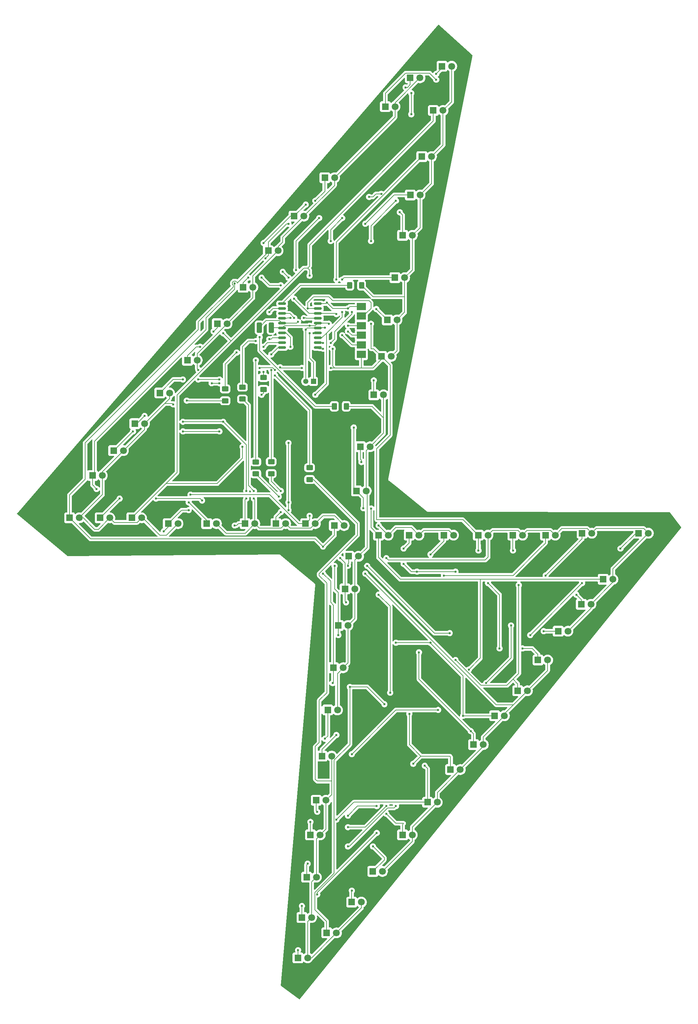
<source format=gbr>
%TF.GenerationSoftware,KiCad,Pcbnew,9.0.5*%
%TF.CreationDate,2025-11-03T11:52:37+02:00*%
%TF.ProjectId,sik_ledim_ss_,73696b5f-6c65-4646-996d-f67373f62e6b,rev?*%
%TF.SameCoordinates,Original*%
%TF.FileFunction,Copper,L2,Bot*%
%TF.FilePolarity,Positive*%
%FSLAX46Y46*%
G04 Gerber Fmt 4.6, Leading zero omitted, Abs format (unit mm)*
G04 Created by KiCad (PCBNEW 9.0.5) date 2025-11-03 11:52:37*
%MOMM*%
%LPD*%
G01*
G04 APERTURE LIST*
G04 Aperture macros list*
%AMRoundRect*
0 Rectangle with rounded corners*
0 $1 Rounding radius*
0 $2 $3 $4 $5 $6 $7 $8 $9 X,Y pos of 4 corners*
0 Add a 4 corners polygon primitive as box body*
4,1,4,$2,$3,$4,$5,$6,$7,$8,$9,$2,$3,0*
0 Add four circle primitives for the rounded corners*
1,1,$1+$1,$2,$3*
1,1,$1+$1,$4,$5*
1,1,$1+$1,$6,$7*
1,1,$1+$1,$8,$9*
0 Add four rect primitives between the rounded corners*
20,1,$1+$1,$2,$3,$4,$5,0*
20,1,$1+$1,$4,$5,$6,$7,0*
20,1,$1+$1,$6,$7,$8,$9,0*
20,1,$1+$1,$8,$9,$2,$3,0*%
G04 Aperture macros list end*
%TA.AperFunction,SMDPad,CuDef*%
%ADD10R,2.350000X1.925000*%
%TD*%
%TA.AperFunction,SMDPad,CuDef*%
%ADD11R,2.349998X1.924998*%
%TD*%
%TA.AperFunction,ComponentPad*%
%ADD12R,1.800000X1.800000*%
%TD*%
%TA.AperFunction,ComponentPad*%
%ADD13C,1.800000*%
%TD*%
%TA.AperFunction,ComponentPad*%
%ADD14R,1.350000X1.350000*%
%TD*%
%TA.AperFunction,ComponentPad*%
%ADD15C,1.350000*%
%TD*%
%TA.AperFunction,SMDPad,CuDef*%
%ADD16RoundRect,0.150000X0.875000X0.150000X-0.875000X0.150000X-0.875000X-0.150000X0.875000X-0.150000X0*%
%TD*%
%TA.AperFunction,SMDPad,CuDef*%
%ADD17RoundRect,0.250000X-0.625000X0.400000X-0.625000X-0.400000X0.625000X-0.400000X0.625000X0.400000X0*%
%TD*%
%TA.AperFunction,SMDPad,CuDef*%
%ADD18RoundRect,0.250000X0.412500X1.100000X-0.412500X1.100000X-0.412500X-1.100000X0.412500X-1.100000X0*%
%TD*%
%TA.AperFunction,SMDPad,CuDef*%
%ADD19RoundRect,0.250000X-0.400000X-0.625000X0.400000X-0.625000X0.400000X0.625000X-0.400000X0.625000X0*%
%TD*%
%TA.AperFunction,ViaPad*%
%ADD20C,0.600000*%
%TD*%
%TA.AperFunction,Conductor*%
%ADD21C,0.200000*%
%TD*%
G04 APERTURE END LIST*
D10*
%TO.P,J1,1,Pin_1*%
%TO.N,Net-(D1-K)*%
X129500000Y-83500000D03*
%TO.P,J1,2,Pin_2*%
%TO.N,Net-(D10-K)*%
X129500000Y-86000000D03*
D11*
%TO.P,J1,3,Pin_3*%
%TO.N,Net-(D11-K)*%
X129499999Y-88500001D03*
D10*
%TO.P,J1,4,Pin_4*%
%TO.N,+5V*%
X129500000Y-91000000D03*
%TO.P,J1,5,Pin_5*%
%TO.N,GND*%
X129500000Y-93500000D03*
%TO.P,J1,6,Pin_6*%
%TO.N,Net-(D16-K)*%
X129500000Y-96000000D03*
%TD*%
D12*
%TO.P,D47,1,K*%
%TO.N,Net-(D15-K)*%
X99185000Y-140000000D03*
D13*
%TO.P,D47,2,A*%
%TO.N,Net-(D41-A)*%
X101725000Y-140000000D03*
%TD*%
D12*
%TO.P,D60,1,K*%
%TO.N,Net-(D12-K)*%
X105235000Y-69000000D03*
D13*
%TO.P,D60,2,A*%
%TO.N,Net-(D57-A)*%
X107775000Y-69000000D03*
%TD*%
D12*
%TO.P,D7,1,K*%
%TO.N,Net-(D15-K)*%
X136235000Y-87000000D03*
D13*
%TO.P,D7,2,A*%
%TO.N,Net-(D1-A)*%
X138775000Y-87000000D03*
%TD*%
D12*
%TO.P,D43,1,K*%
%TO.N,Net-(D11-K)*%
X133960000Y-143000000D03*
D13*
%TO.P,D43,2,A*%
%TO.N,Net-(D41-A)*%
X136500000Y-143000000D03*
%TD*%
D12*
%TO.P,D13,1,K*%
%TO.N,Net-(D13-K)*%
X125225000Y-157000000D03*
D13*
%TO.P,D13,2,A*%
%TO.N,Net-(D10-A)*%
X127765000Y-157000000D03*
%TD*%
D12*
%TO.P,D5,1,K*%
%TO.N,Net-(D13-K)*%
X140235000Y-65000000D03*
D13*
%TO.P,D5,2,A*%
%TO.N,Net-(D1-A)*%
X142775000Y-65000000D03*
%TD*%
D12*
%TO.P,D55,1,K*%
%TO.N,Net-(D15-K)*%
X70460000Y-114000000D03*
D13*
%TO.P,D55,2,A*%
%TO.N,Net-(D49-A)*%
X73000000Y-114000000D03*
%TD*%
D12*
%TO.P,D25,1,K*%
%TO.N,Net-(D1-K)*%
X132460000Y-230500000D03*
D13*
%TO.P,D25,2,A*%
%TO.N,Net-(D25-A)*%
X135000000Y-230500000D03*
%TD*%
D12*
%TO.P,D64,1,K*%
%TO.N,Net-(D16-K)*%
X142225000Y-24000000D03*
D13*
%TO.P,D64,2,A*%
%TO.N,Net-(D57-A)*%
X144765000Y-24000000D03*
%TD*%
D12*
%TO.P,D41,1,K*%
%TO.N,Net-(D1-K)*%
X150960000Y-143000000D03*
D13*
%TO.P,D41,2,A*%
%TO.N,Net-(D41-A)*%
X153500000Y-143000000D03*
%TD*%
D12*
%TO.P,D26,1,K*%
%TO.N,Net-(D10-K)*%
X140225000Y-221000000D03*
D13*
%TO.P,D26,2,A*%
%TO.N,Net-(D25-A)*%
X142765000Y-221000000D03*
%TD*%
D12*
%TO.P,D14,1,K*%
%TO.N,Net-(D14-K)*%
X123460000Y-166500000D03*
D13*
%TO.P,D14,2,A*%
%TO.N,Net-(D10-A)*%
X126000000Y-166500000D03*
%TD*%
D12*
%TO.P,D15,1,K*%
%TO.N,Net-(D15-K)*%
X122225000Y-177500000D03*
D13*
%TO.P,D15,2,A*%
%TO.N,Net-(D10-A)*%
X124765000Y-177500000D03*
%TD*%
D12*
%TO.P,D40,1,K*%
%TO.N,Net-(D16-K)*%
X159960000Y-143000000D03*
D13*
%TO.P,D40,2,A*%
%TO.N,Net-(D33-A)*%
X162500000Y-143000000D03*
%TD*%
D12*
%TO.P,D35,1,K*%
%TO.N,Net-(D11-K)*%
X192500000Y-154500000D03*
D13*
%TO.P,D35,2,A*%
%TO.N,Net-(D33-A)*%
X195040000Y-154500000D03*
%TD*%
D12*
%TO.P,D8,1,K*%
%TO.N,Net-(D16-K)*%
X134735000Y-96500000D03*
D13*
%TO.P,D8,2,A*%
%TO.N,Net-(D1-A)*%
X137275000Y-96500000D03*
%TD*%
D12*
%TO.P,D36,1,K*%
%TO.N,Net-(D12-K)*%
X201725000Y-142500000D03*
D13*
%TO.P,D36,2,A*%
%TO.N,Net-(D33-A)*%
X204265000Y-142500000D03*
%TD*%
D12*
%TO.P,D37,1,K*%
%TO.N,Net-(D13-K)*%
X187000000Y-142500000D03*
D13*
%TO.P,D37,2,A*%
%TO.N,Net-(D33-A)*%
X189540000Y-142500000D03*
%TD*%
D12*
%TO.P,D48,1,K*%
%TO.N,Net-(D16-K)*%
X89185000Y-140000000D03*
D13*
%TO.P,D48,2,A*%
%TO.N,Net-(D41-A)*%
X91725000Y-140000000D03*
%TD*%
D12*
%TO.P,D3,1,K*%
%TO.N,Net-(D11-K)*%
X145235000Y-44500000D03*
D13*
%TO.P,D3,2,A*%
%TO.N,Net-(D1-A)*%
X147775000Y-44500000D03*
%TD*%
D12*
%TO.P,D56,1,K*%
%TO.N,Net-(D16-K)*%
X76960000Y-106000000D03*
D13*
%TO.P,D56,2,A*%
%TO.N,Net-(D49-A)*%
X79500000Y-106000000D03*
%TD*%
D12*
%TO.P,D22,1,K*%
%TO.N,Net-(D14-K)*%
X112960000Y-253000000D03*
D13*
%TO.P,D22,2,A*%
%TO.N,Net-(D17-A)*%
X115500000Y-253000000D03*
%TD*%
D12*
%TO.P,D45,1,K*%
%TO.N,Net-(D13-K)*%
X114960000Y-140000000D03*
D13*
%TO.P,D45,2,A*%
%TO.N,Net-(D41-A)*%
X117500000Y-140000000D03*
%TD*%
D12*
%TO.P,D23,1,K*%
%TO.N,Net-(D15-K)*%
X120460000Y-246500000D03*
D13*
%TO.P,D23,2,A*%
%TO.N,Net-(D17-A)*%
X123000000Y-246500000D03*
%TD*%
D12*
%TO.P,D10,1,K*%
%TO.N,Net-(D10-K)*%
X129225000Y-120000000D03*
D13*
%TO.P,D10,2,A*%
%TO.N,Net-(D10-A)*%
X131765000Y-120000000D03*
%TD*%
D12*
%TO.P,D21,1,K*%
%TO.N,Net-(D13-K)*%
X114000000Y-242500000D03*
D13*
%TO.P,D21,2,A*%
%TO.N,Net-(D17-A)*%
X116540000Y-242500000D03*
%TD*%
D14*
%TO.P,J2,1,Pin_1*%
%TO.N,+5V*%
X117000000Y-103000000D03*
D15*
%TO.P,J2,2,Pin_2*%
%TO.N,GND*%
X115000000Y-103000000D03*
%TD*%
D12*
%TO.P,D27,1,K*%
%TO.N,Net-(D11-K)*%
X146725000Y-212500000D03*
D13*
%TO.P,D27,2,A*%
%TO.N,Net-(D25-A)*%
X149265000Y-212500000D03*
%TD*%
D12*
%TO.P,D58,1,K*%
%TO.N,Net-(D10-K)*%
X91960000Y-88000000D03*
D13*
%TO.P,D58,2,A*%
%TO.N,Net-(D57-A)*%
X94500000Y-88000000D03*
%TD*%
D12*
%TO.P,D12,1,K*%
%TO.N,Net-(D12-K)*%
X126225000Y-148500000D03*
D13*
%TO.P,D12,2,A*%
%TO.N,Net-(D10-A)*%
X128765000Y-148500000D03*
%TD*%
D12*
%TO.P,D50,1,K*%
%TO.N,Net-(D10-K)*%
X69685000Y-138500000D03*
D13*
%TO.P,D50,2,A*%
%TO.N,Net-(D49-A)*%
X72225000Y-138500000D03*
%TD*%
D12*
%TO.P,D24,1,K*%
%TO.N,Net-(D16-K)*%
X126960000Y-238500000D03*
D13*
%TO.P,D24,2,A*%
%TO.N,Net-(D17-A)*%
X129500000Y-238500000D03*
%TD*%
D12*
%TO.P,D20,1,K*%
%TO.N,Net-(D12-K)*%
X115225000Y-232000000D03*
D13*
%TO.P,D20,2,A*%
%TO.N,Net-(D17-A)*%
X117765000Y-232000000D03*
%TD*%
D12*
%TO.P,D53,1,K*%
%TO.N,Net-(D13-K)*%
X59460000Y-127500000D03*
D13*
%TO.P,D53,2,A*%
%TO.N,Net-(D49-A)*%
X62000000Y-127500000D03*
%TD*%
D12*
%TO.P,D17,1,K*%
%TO.N,Net-(D1-K)*%
X119225000Y-200500000D03*
D13*
%TO.P,D17,2,A*%
%TO.N,Net-(D17-A)*%
X121765000Y-200500000D03*
%TD*%
D12*
%TO.P,D51,1,K*%
%TO.N,Net-(D11-K)*%
X61420000Y-138500000D03*
D13*
%TO.P,D51,2,A*%
%TO.N,Net-(D49-A)*%
X63960000Y-138500000D03*
%TD*%
D12*
%TO.P,D2,1,K*%
%TO.N,Net-(D10-K)*%
X148235000Y-32500000D03*
D13*
%TO.P,D2,2,A*%
%TO.N,Net-(D1-A)*%
X150775000Y-32500000D03*
%TD*%
D12*
%TO.P,D59,1,K*%
%TO.N,Net-(D11-K)*%
X98685000Y-78500000D03*
D13*
%TO.P,D59,2,A*%
%TO.N,Net-(D57-A)*%
X101225000Y-78500000D03*
%TD*%
D12*
%TO.P,D61,1,K*%
%TO.N,Net-(D13-K)*%
X111960000Y-60000000D03*
D13*
%TO.P,D61,2,A*%
%TO.N,Net-(D57-A)*%
X114500000Y-60000000D03*
%TD*%
D12*
%TO.P,D19,1,K*%
%TO.N,Net-(D11-K)*%
X116225000Y-221000000D03*
D13*
%TO.P,D19,2,A*%
%TO.N,Net-(D17-A)*%
X118765000Y-221000000D03*
%TD*%
D12*
%TO.P,D11,1,K*%
%TO.N,Net-(D11-K)*%
X128225000Y-131500000D03*
D13*
%TO.P,D11,2,A*%
%TO.N,Net-(D10-A)*%
X130765000Y-131500000D03*
%TD*%
D12*
%TO.P,D46,1,K*%
%TO.N,Net-(D14-K)*%
X107225000Y-140000000D03*
D13*
%TO.P,D46,2,A*%
%TO.N,Net-(D41-A)*%
X109765000Y-140000000D03*
%TD*%
D12*
%TO.P,D44,1,K*%
%TO.N,Net-(D12-K)*%
X122460000Y-140500000D03*
D13*
%TO.P,D44,2,A*%
%TO.N,Net-(D41-A)*%
X125000000Y-140500000D03*
%TD*%
D12*
%TO.P,D34,1,K*%
%TO.N,Net-(D10-K)*%
X186775000Y-161000000D03*
D13*
%TO.P,D34,2,A*%
%TO.N,Net-(D33-A)*%
X189315000Y-161000000D03*
%TD*%
D12*
%TO.P,D28,1,K*%
%TO.N,Net-(D12-K)*%
X152725000Y-204000000D03*
D13*
%TO.P,D28,2,A*%
%TO.N,Net-(D25-A)*%
X155265000Y-204000000D03*
%TD*%
D12*
%TO.P,D49,1,K*%
%TO.N,Net-(D1-K)*%
X79185000Y-140000000D03*
D13*
%TO.P,D49,2,A*%
%TO.N,Net-(D49-A)*%
X81725000Y-140000000D03*
%TD*%
D12*
%TO.P,D57,1,K*%
%TO.N,Net-(D1-K)*%
X84185000Y-97500000D03*
D13*
%TO.P,D57,2,A*%
%TO.N,Net-(D57-A)*%
X86725000Y-97500000D03*
%TD*%
D12*
%TO.P,D62,1,K*%
%TO.N,Net-(D14-K)*%
X119960000Y-50000000D03*
D13*
%TO.P,D62,2,A*%
%TO.N,Net-(D57-A)*%
X122500000Y-50000000D03*
%TD*%
D12*
%TO.P,D6,1,K*%
%TO.N,Net-(D14-K)*%
X138235000Y-76000000D03*
D13*
%TO.P,D6,2,A*%
%TO.N,Net-(D1-A)*%
X140775000Y-76000000D03*
%TD*%
D12*
%TO.P,D32,1,K*%
%TO.N,Net-(D16-K)*%
X175500000Y-175500000D03*
D13*
%TO.P,D32,2,A*%
%TO.N,Net-(D25-A)*%
X178040000Y-175500000D03*
%TD*%
D12*
%TO.P,D63,1,K*%
%TO.N,Net-(D15-K)*%
X135725000Y-31500000D03*
D13*
%TO.P,D63,2,A*%
%TO.N,Net-(D57-A)*%
X138265000Y-31500000D03*
%TD*%
D12*
%TO.P,D1,1,K*%
%TO.N,Net-(D1-K)*%
X150500000Y-21000000D03*
D13*
%TO.P,D1,2,A*%
%TO.N,Net-(D1-A)*%
X153040000Y-21000000D03*
%TD*%
D12*
%TO.P,D42,1,K*%
%TO.N,Net-(D10-K)*%
X141960000Y-143000000D03*
D13*
%TO.P,D42,2,A*%
%TO.N,Net-(D41-A)*%
X144500000Y-143000000D03*
%TD*%
D12*
%TO.P,D29,1,K*%
%TO.N,Net-(D13-K)*%
X158725000Y-197500000D03*
D13*
%TO.P,D29,2,A*%
%TO.N,Net-(D25-A)*%
X161265000Y-197500000D03*
%TD*%
D12*
%TO.P,D9,1,K*%
%TO.N,Net-(D1-K)*%
X132735000Y-106500000D03*
D13*
%TO.P,D9,2,A*%
%TO.N,Net-(D10-A)*%
X135275000Y-106500000D03*
%TD*%
D12*
%TO.P,D31,1,K*%
%TO.N,Net-(D15-K)*%
X170225000Y-183500000D03*
D13*
%TO.P,D31,2,A*%
%TO.N,Net-(D25-A)*%
X172765000Y-183500000D03*
%TD*%
D12*
%TO.P,D39,1,K*%
%TO.N,Net-(D15-K)*%
X168960000Y-143000000D03*
D13*
%TO.P,D39,2,A*%
%TO.N,Net-(D33-A)*%
X171500000Y-143000000D03*
%TD*%
D12*
%TO.P,D16,1,K*%
%TO.N,Net-(D16-K)*%
X120725000Y-188500000D03*
D13*
%TO.P,D16,2,A*%
%TO.N,Net-(D10-A)*%
X123265000Y-188500000D03*
%TD*%
D12*
%TO.P,D38,1,K*%
%TO.N,Net-(D14-K)*%
X177460000Y-143000000D03*
D13*
%TO.P,D38,2,A*%
%TO.N,Net-(D33-A)*%
X180000000Y-143000000D03*
%TD*%
D12*
%TO.P,D54,1,K*%
%TO.N,Net-(D14-K)*%
X64960000Y-121000000D03*
D13*
%TO.P,D54,2,A*%
%TO.N,Net-(D49-A)*%
X67500000Y-121000000D03*
%TD*%
D12*
%TO.P,D30,1,K*%
%TO.N,Net-(D14-K)*%
X164225000Y-190000000D03*
D13*
%TO.P,D30,2,A*%
%TO.N,Net-(D25-A)*%
X166765000Y-190000000D03*
%TD*%
D12*
%TO.P,D4,1,K*%
%TO.N,Net-(D12-K)*%
X142235000Y-54500000D03*
D13*
%TO.P,D4,2,A*%
%TO.N,Net-(D1-A)*%
X144775000Y-54500000D03*
%TD*%
D12*
%TO.P,D52,1,K*%
%TO.N,Net-(D12-K)*%
X53460000Y-138500000D03*
D13*
%TO.P,D52,2,A*%
%TO.N,Net-(D49-A)*%
X56000000Y-138500000D03*
%TD*%
D12*
%TO.P,D33,1,K*%
%TO.N,Net-(D1-K)*%
X180775000Y-168000000D03*
D13*
%TO.P,D33,2,A*%
%TO.N,Net-(D33-A)*%
X183315000Y-168000000D03*
%TD*%
D12*
%TO.P,D18,1,K*%
%TO.N,Net-(D10-K)*%
X117725000Y-212000000D03*
D13*
%TO.P,D18,2,A*%
%TO.N,Net-(D17-A)*%
X120265000Y-212000000D03*
%TD*%
D16*
%TO.P,U1,1,PB0*%
%TO.N,Net-(D1-K)*%
X118150000Y-82785000D03*
%TO.P,U1,2,PB1*%
%TO.N,Net-(D10-K)*%
X118150000Y-84055000D03*
%TO.P,U1,3,PB2*%
%TO.N,Net-(D11-K)*%
X118150000Y-85325000D03*
%TO.P,U1,4,PB3*%
%TO.N,Net-(D12-K)*%
X118150000Y-86595000D03*
%TO.P,U1,5,VCC*%
%TO.N,+5V*%
X118150000Y-87865000D03*
%TO.P,U1,6,GND*%
%TO.N,GND*%
X118150000Y-89135000D03*
%TO.P,U1,7,XTAL1/PB4*%
%TO.N,Net-(D13-K)*%
X118150000Y-90405000D03*
%TO.P,U1,8,XTAL2/PB5*%
%TO.N,Net-(D14-K)*%
X118150000Y-91675000D03*
%TO.P,U1,9,PB6*%
%TO.N,Net-(D15-K)*%
X118150000Y-92945000D03*
%TO.P,U1,10,~{RESET}/PB7*%
%TO.N,Net-(D16-K)*%
X118150000Y-94215000D03*
%TO.P,U1,11,PA7*%
%TO.N,Net-(U1-PA7)*%
X108850000Y-94215000D03*
%TO.P,U1,12,PA6*%
%TO.N,Net-(U1-PA6)*%
X108850000Y-92945000D03*
%TO.P,U1,13,PA5*%
%TO.N,Net-(U1-PA5)*%
X108850000Y-91675000D03*
%TO.P,U1,14,PA4*%
%TO.N,Net-(U1-PA4)*%
X108850000Y-90405000D03*
%TO.P,U1,15,AVCC*%
%TO.N,+5V*%
X108850000Y-89135000D03*
%TO.P,U1,16,AGND*%
%TO.N,GND*%
X108850000Y-87865000D03*
%TO.P,U1,17,AREF/PA3*%
%TO.N,Net-(U1-AREF{slash}PA3)*%
X108850000Y-86595000D03*
%TO.P,U1,18,PA2*%
%TO.N,Net-(U1-PA2)*%
X108850000Y-85325000D03*
%TO.P,U1,19,PA1*%
%TO.N,Net-(U1-PA1)*%
X108850000Y-84055000D03*
%TO.P,U1,20,PA0*%
%TO.N,Net-(U1-PA0)*%
X108850000Y-82785000D03*
%TD*%
D17*
%TO.P,R3,1*%
%TO.N,Net-(U1-PA2)*%
X116000000Y-125450000D03*
%TO.P,R3,2*%
%TO.N,Net-(D17-A)*%
X116000000Y-128550000D03*
%TD*%
%TO.P,R5,1*%
%TO.N,Net-(U1-PA4)*%
X106000000Y-123900000D03*
%TO.P,R5,2*%
%TO.N,Net-(D33-A)*%
X106000000Y-127000000D03*
%TD*%
%TO.P,R6,1*%
%TO.N,Net-(U1-PA5)*%
X98500000Y-104500000D03*
%TO.P,R6,2*%
%TO.N,Net-(D41-A)*%
X98500000Y-107600000D03*
%TD*%
D18*
%TO.P,C1,1*%
%TO.N,+5V*%
X106000000Y-89000000D03*
%TO.P,C1,2*%
%TO.N,GND*%
X102875000Y-89000000D03*
%TD*%
D17*
%TO.P,R4,1*%
%TO.N,Net-(U1-AREF{slash}PA3)*%
X102000000Y-123950000D03*
%TO.P,R4,2*%
%TO.N,Net-(D25-A)*%
X102000000Y-127050000D03*
%TD*%
D19*
%TO.P,R2,1*%
%TO.N,Net-(U1-PA1)*%
X122450000Y-109500000D03*
%TO.P,R2,2*%
%TO.N,Net-(D10-A)*%
X125550000Y-109500000D03*
%TD*%
D17*
%TO.P,R7,1*%
%TO.N,Net-(U1-PA6)*%
X94000000Y-104950000D03*
%TO.P,R7,2*%
%TO.N,Net-(D49-A)*%
X94000000Y-108050000D03*
%TD*%
%TO.P,R8,1*%
%TO.N,Net-(U1-PA7)*%
X104000000Y-102000000D03*
%TO.P,R8,2*%
%TO.N,Net-(D57-A)*%
X104000000Y-105100000D03*
%TD*%
D19*
%TO.P,R1,1*%
%TO.N,Net-(U1-PA0)*%
X126450000Y-78000000D03*
%TO.P,R1,2*%
%TO.N,Net-(D1-A)*%
X129550000Y-78000000D03*
%TD*%
D20*
%TO.N,Net-(D15-K)*%
X127000000Y-85000000D03*
%TO.N,Net-(D14-K)*%
X110500000Y-134500000D03*
X124500000Y-60500000D03*
X147500000Y-171000000D03*
X83000000Y-116000000D03*
X124500000Y-85000000D03*
X126000000Y-224000000D03*
X122500000Y-151000000D03*
X92500000Y-116000000D03*
X110500000Y-119000000D03*
X124500000Y-76500000D03*
X138500000Y-213500000D03*
X138500000Y-171000000D03*
X70000000Y-116000000D03*
X151000000Y-153500000D03*
X123500000Y-169000000D03*
X113000000Y-251000000D03*
X110500000Y-136500000D03*
X108500000Y-137000000D03*
X156000000Y-190000000D03*
X121500000Y-66500000D03*
X117500000Y-56000000D03*
X117500000Y-106500000D03*
%TO.N,Net-(D16-K)*%
X114000000Y-99500000D03*
X132000000Y-66500000D03*
X127000000Y-200000000D03*
X132000000Y-88000000D03*
X162500000Y-155500000D03*
X83000000Y-102500000D03*
X87000000Y-102500000D03*
X127000000Y-235500000D03*
X108325735Y-99325735D03*
X141000000Y-26500000D03*
X142500000Y-33500000D03*
X160000000Y-147000000D03*
X165500000Y-172500000D03*
X171500000Y-172500000D03*
X122000000Y-94500000D03*
X84500000Y-134500000D03*
X92500000Y-102500000D03*
X142500000Y-28000000D03*
X119500000Y-94500000D03*
X103000000Y-99500000D03*
X121500000Y-99500000D03*
X149500000Y-188500000D03*
X120000000Y-196000000D03*
X107000000Y-100000000D03*
X138500000Y-56000000D03*
%TO.N,GND*%
X115000000Y-89500000D03*
X113000000Y-87500000D03*
X120000000Y-89000000D03*
X124500000Y-91000000D03*
%TO.N,Net-(U1-PA6)*%
X104000000Y-94000000D03*
X97000000Y-95500000D03*
%TO.N,Net-(D1-K)*%
X132735000Y-102735000D03*
X78000000Y-142000000D03*
X123000000Y-195000000D03*
X147500000Y-148000000D03*
X120500000Y-82500000D03*
X84500000Y-136500000D03*
X126000000Y-84000000D03*
X149000000Y-23000000D03*
X132500000Y-224000000D03*
X87500000Y-94000000D03*
X177000000Y-168000000D03*
%TO.N,+5V*%
X116000000Y-88534000D03*
X121000000Y-88000000D03*
X116000000Y-90500000D03*
X126000000Y-90000000D03*
%TO.N,Net-(D15-K)*%
X83000000Y-113500000D03*
X99500000Y-133500000D03*
X121500000Y-93000000D03*
X73000000Y-112000000D03*
X169000000Y-147000000D03*
X119500000Y-93000000D03*
X154000000Y-175500000D03*
X170500000Y-156000000D03*
X135500000Y-187000000D03*
X126500000Y-182500000D03*
X122000000Y-181500000D03*
X119500000Y-153000000D03*
X133399000Y-84164000D03*
X99500000Y-131500000D03*
X149000000Y-24500000D03*
X96500000Y-140500000D03*
X93500000Y-113500000D03*
%TO.N,Net-(U1-PA4)*%
X111000000Y-94000000D03*
X106000000Y-100000000D03*
%TO.N,Net-(U1-PA2)*%
X107000000Y-101500000D03*
X112000000Y-86500000D03*
%TO.N,Net-(U1-AREF{slash}PA3)*%
X111000000Y-86500000D03*
X102000000Y-97500000D03*
%TO.N,Net-(U1-PA5)*%
X102000000Y-92500000D03*
X105500000Y-92000000D03*
%TO.N,Net-(D10-K)*%
X185500000Y-158500000D03*
X133500000Y-213500000D03*
X136000000Y-215500000D03*
X98500000Y-120000000D03*
X115500000Y-84000000D03*
X154000000Y-152500000D03*
X118000000Y-215000000D03*
X144000000Y-152500000D03*
X91000000Y-90000000D03*
X134000000Y-158500000D03*
X140500000Y-150500000D03*
X126000000Y-216000000D03*
X137000000Y-184000000D03*
X93500000Y-90500000D03*
X140500000Y-146500000D03*
X129500000Y-124000000D03*
X116000000Y-75500000D03*
%TO.N,Net-(D12-K)*%
X131000000Y-151000000D03*
X115500000Y-228500000D03*
X187000000Y-155500000D03*
X173500000Y-169000000D03*
X109000000Y-74500000D03*
X126000000Y-219000000D03*
X197000000Y-146500000D03*
X152500000Y-168500000D03*
X110500000Y-62000000D03*
X136000000Y-213500000D03*
X130500000Y-62000000D03*
X126000000Y-151000000D03*
X142000000Y-189500000D03*
X114500000Y-86500000D03*
X119500000Y-146000000D03*
X110500000Y-76000000D03*
X104500000Y-71000000D03*
X143000000Y-202500000D03*
%TO.N,Net-(U1-PA1)*%
X103000000Y-91500000D03*
X105500000Y-85000000D03*
%TO.N,Net-(U1-PA7)*%
X104000000Y-100500000D03*
X106000000Y-96000000D03*
%TO.N,Net-(D11-K)*%
X130000000Y-136000000D03*
X123000000Y-217000000D03*
X123000000Y-76500000D03*
X127500000Y-115000000D03*
X157500000Y-178000000D03*
X126000000Y-88500000D03*
X132056972Y-136083913D03*
X66500000Y-133500000D03*
X88000000Y-134000000D03*
X116225000Y-217624943D03*
X123000000Y-85500000D03*
X103500000Y-76000000D03*
X76000000Y-133500000D03*
X108500000Y-78000000D03*
X100000000Y-76000000D03*
X146000000Y-203000000D03*
X112000000Y-81500000D03*
%TO.N,Net-(D13-K)*%
X84954074Y-132499999D03*
X60500000Y-131000000D03*
X134693235Y-54193235D03*
X118000000Y-236500000D03*
X124000000Y-149000000D03*
X96500000Y-77500000D03*
X177500000Y-153500000D03*
X125500000Y-160500000D03*
X162000000Y-181500000D03*
X118500000Y-60500000D03*
X144500000Y-173500000D03*
X158000000Y-194000000D03*
X104000000Y-67000000D03*
X133500000Y-220500000D03*
X114000000Y-239500000D03*
X117000000Y-90500000D03*
X112500000Y-74000000D03*
X116000000Y-138000000D03*
X115000000Y-57000000D03*
X139500000Y-59000000D03*
X168500000Y-166500000D03*
X131500000Y-55000000D03*
%TO.N,Net-(D25-A)*%
X107950000Y-133000000D03*
X130500000Y-153000000D03*
%TO.N,Net-(D33-A)*%
X108500000Y-131500000D03*
X136000000Y-149000000D03*
%TO.N,Net-(D41-A)*%
X101500000Y-131500000D03*
X101500000Y-133500000D03*
X134000000Y-140500000D03*
%TO.N,Net-(D49-A)*%
X80500000Y-109000000D03*
X84000000Y-108000000D03*
%TO.N,Net-(D57-A)*%
X87000000Y-100000000D03*
X90500000Y-103500000D03*
X92500000Y-103500000D03*
X103500000Y-106500000D03*
%TD*%
D21*
%TO.N,Net-(D15-K)*%
X127000000Y-85500000D02*
X127000000Y-85000000D01*
X126000000Y-86500000D02*
X127000000Y-85500000D01*
%TO.N,Net-(D1-K)*%
X129500000Y-83500000D02*
X126500000Y-83500000D01*
X126500000Y-83500000D02*
X126000000Y-84000000D01*
%TO.N,Net-(D11-K)*%
X129499999Y-88500001D02*
X126000000Y-88500000D01*
%TO.N,+5V*%
X129500000Y-91000000D02*
X127000000Y-91000000D01*
X127000000Y-91000000D02*
X126000000Y-90000000D01*
%TO.N,GND*%
X129500000Y-93500000D02*
X127000000Y-93500000D01*
X127000000Y-93500000D02*
X125000000Y-91500000D01*
%TO.N,Net-(D16-K)*%
X121500000Y-99500000D02*
X122500000Y-99500000D01*
X122000000Y-94500000D02*
X122000000Y-99000000D01*
X122000000Y-99000000D02*
X122500000Y-99500000D01*
X122500000Y-99500000D02*
X129500000Y-99500000D01*
X129500000Y-96000000D02*
X129500000Y-99500000D01*
X129500000Y-99500000D02*
X132500000Y-99500000D01*
X132500000Y-99500000D02*
X134735000Y-97265000D01*
X134735000Y-97265000D02*
X134735000Y-96500000D01*
%TO.N,Net-(D14-K)*%
X119960000Y-53540000D02*
X119960000Y-50000000D01*
X107225000Y-138275000D02*
X108500000Y-137000000D01*
X136349943Y-214000000D02*
X126349943Y-224000000D01*
X156000000Y-179650057D02*
X147349943Y-171000000D01*
X177460000Y-145040000D02*
X176000000Y-146500000D01*
X123500000Y-169000000D02*
X123460000Y-168960000D01*
X117500000Y-56000000D02*
X119960000Y-53540000D01*
X110500000Y-134500000D02*
X110500000Y-136500000D01*
X138000000Y-214000000D02*
X136349943Y-214000000D01*
X156000000Y-190000000D02*
X156000000Y-179650057D01*
X110500000Y-119000000D02*
X110500000Y-134500000D01*
X176000000Y-146500000D02*
X169000000Y-153500000D01*
X138500000Y-213500000D02*
X138000000Y-214000000D01*
X147349943Y-171000000D02*
X138500000Y-171000000D01*
X122500000Y-157000000D02*
X122500000Y-151000000D01*
X120424999Y-90424999D02*
X119174999Y-91675000D01*
X123460000Y-166500000D02*
X123460000Y-157960000D01*
X107225000Y-140000000D02*
X107225000Y-138275000D01*
X125000000Y-76000000D02*
X124500000Y-76500000D01*
X92500000Y-116000000D02*
X83000000Y-116000000D01*
X121500000Y-63500000D02*
X124500000Y-60500000D01*
X156000000Y-190000000D02*
X164225000Y-190000000D01*
X124500000Y-85000000D02*
X124500000Y-86349999D01*
X124500000Y-86349999D02*
X120424999Y-90424999D01*
X121500000Y-66500000D02*
X121500000Y-63500000D01*
X64960000Y-121000000D02*
X65000000Y-121000000D01*
X164225000Y-190000000D02*
X164225000Y-189225000D01*
X123460000Y-168960000D02*
X123460000Y-166500000D01*
X119174999Y-91675000D02*
X118150000Y-91675000D01*
X120424999Y-103575001D02*
X117500000Y-106500000D01*
X126349943Y-224000000D02*
X126000000Y-224000000D01*
X120424999Y-90424999D02*
X120424999Y-103575001D01*
X123460000Y-157960000D02*
X122500000Y-157000000D01*
X138235000Y-76000000D02*
X125000000Y-76000000D01*
X177460000Y-143000000D02*
X177460000Y-145040000D01*
X112960000Y-253000000D02*
X112960000Y-251040000D01*
X169000000Y-153500000D02*
X151000000Y-153500000D01*
X65000000Y-121000000D02*
X70000000Y-116000000D01*
X112960000Y-251040000D02*
X113000000Y-251000000D01*
%TO.N,Net-(D16-K)*%
X127000000Y-200000000D02*
X138500000Y-188500000D01*
X103101000Y-99399000D02*
X103000000Y-99500000D01*
X175500000Y-175500000D02*
X175500000Y-174000000D01*
X84500000Y-134500000D02*
X89185000Y-139185000D01*
X159960000Y-143000000D02*
X159960000Y-145540000D01*
X160000000Y-145580000D02*
X160000000Y-147000000D01*
X76960000Y-106000000D02*
X80460000Y-102500000D01*
X142225000Y-25775000D02*
X141500000Y-26500000D01*
X132000000Y-62500000D02*
X138500000Y-56000000D01*
X133500000Y-139000000D02*
X133500000Y-120500000D01*
X120000000Y-196000000D02*
X120725000Y-195275000D01*
X89185000Y-139185000D02*
X89185000Y-140000000D01*
X126960000Y-238500000D02*
X126960000Y-235540000D01*
X106399000Y-99399000D02*
X107000000Y-100000000D01*
X80460000Y-102500000D02*
X83000000Y-102500000D01*
X155960000Y-139000000D02*
X133500000Y-139000000D01*
X174000000Y-172500000D02*
X171500000Y-172500000D01*
X137000000Y-117000000D02*
X137000000Y-98765000D01*
X134735000Y-96500000D02*
X132735000Y-94500000D01*
X119500000Y-94500000D02*
X118435000Y-94500000D01*
X165500000Y-158500000D02*
X162500000Y-155500000D01*
X126960000Y-235540000D02*
X127000000Y-235500000D01*
X141500000Y-26500000D02*
X141000000Y-26500000D01*
X175500000Y-174000000D02*
X174000000Y-172500000D01*
X133500000Y-120500000D02*
X137000000Y-117000000D01*
X108500000Y-99500000D02*
X108325735Y-99325735D01*
X92500000Y-102500000D02*
X87000000Y-102500000D01*
X138500000Y-188500000D02*
X149500000Y-188500000D01*
X132000000Y-94500000D02*
X132000000Y-88000000D01*
X132735000Y-94500000D02*
X132000000Y-94500000D01*
X114000000Y-99500000D02*
X108500000Y-99500000D01*
X165500000Y-172500000D02*
X165500000Y-158500000D01*
X137000000Y-98765000D02*
X134735000Y-96500000D01*
X159960000Y-145540000D02*
X160000000Y-145580000D01*
X159960000Y-143000000D02*
X155960000Y-139000000D01*
X120725000Y-195275000D02*
X120725000Y-188500000D01*
X106399000Y-99399000D02*
X103101000Y-99399000D01*
X132000000Y-66500000D02*
X132000000Y-62500000D01*
X142225000Y-24000000D02*
X142225000Y-25775000D01*
X142500000Y-33500000D02*
X142500000Y-28000000D01*
X118435000Y-94500000D02*
X118150000Y-94215000D01*
%TO.N,GND*%
X120000000Y-89000000D02*
X118285000Y-89000000D01*
X115365000Y-89135000D02*
X115000000Y-89500000D01*
X115000000Y-103000000D02*
X115000000Y-89500000D01*
X118150000Y-89135000D02*
X115365000Y-89135000D01*
X118285000Y-89000000D02*
X118150000Y-89135000D01*
X113000000Y-87500000D02*
X112635000Y-87865000D01*
X104679000Y-87196000D02*
X108181000Y-87196000D01*
X108181000Y-87196000D02*
X108850000Y-87865000D01*
X112635000Y-87865000D02*
X108850000Y-87865000D01*
X102875000Y-89000000D02*
X104679000Y-87196000D01*
X125000000Y-91500000D02*
X124500000Y-91000000D01*
%TO.N,Net-(U1-PA6)*%
X104000000Y-94000000D02*
X105055000Y-92945000D01*
X94000000Y-104950000D02*
X94000000Y-98500000D01*
X94000000Y-98500000D02*
X97000000Y-95500000D01*
X105055000Y-92945000D02*
X108850000Y-92945000D01*
%TO.N,Net-(D1-K)*%
X150500000Y-21000000D02*
X150500000Y-21500000D01*
X120215000Y-82785000D02*
X118150000Y-82785000D01*
X79185000Y-140815000D02*
X78000000Y-142000000D01*
X150960000Y-144540000D02*
X147500000Y-148000000D01*
X86500000Y-94000000D02*
X84185000Y-96315000D01*
X119225000Y-200500000D02*
X119225000Y-198775000D01*
X84185000Y-96315000D02*
X84185000Y-97500000D01*
X150500000Y-21500000D02*
X149000000Y-23000000D01*
X150960000Y-143000000D02*
X150960000Y-144540000D01*
X79185000Y-140000000D02*
X79185000Y-140815000D01*
X122000000Y-84000000D02*
X120500000Y-82500000D01*
X119225000Y-198775000D02*
X123000000Y-195000000D01*
X135460000Y-226960000D02*
X132500000Y-224000000D01*
X132460000Y-230500000D02*
X135460000Y-227500000D01*
X132735000Y-106500000D02*
X132735000Y-102735000D01*
X87500000Y-94000000D02*
X86500000Y-94000000D01*
X79185000Y-140000000D02*
X82685000Y-136500000D01*
X82685000Y-136500000D02*
X84500000Y-136500000D01*
X120500000Y-82500000D02*
X120215000Y-82785000D01*
X180775000Y-168000000D02*
X177000000Y-168000000D01*
X126000000Y-84000000D02*
X122000000Y-84000000D01*
X135460000Y-227500000D02*
X135460000Y-226960000D01*
%TO.N,+5V*%
X117481000Y-88534000D02*
X118150000Y-87865000D01*
X121000000Y-88000000D02*
X120865000Y-87865000D01*
X116000000Y-88534000D02*
X117481000Y-88534000D01*
X120865000Y-87865000D02*
X118150000Y-87865000D01*
X108850000Y-89135000D02*
X109451000Y-88534000D01*
X117000000Y-98000000D02*
X116000000Y-97000000D01*
X117000000Y-103000000D02*
X117000000Y-98000000D01*
X108715000Y-89000000D02*
X106000000Y-89000000D01*
X108715000Y-89000000D02*
X108850000Y-89135000D01*
X116000000Y-97000000D02*
X116000000Y-90500000D01*
X109451000Y-88534000D02*
X116000000Y-88534000D01*
%TO.N,Net-(D15-K)*%
X117399000Y-236033900D02*
X122399000Y-231033900D01*
X99185000Y-133815000D02*
X99185000Y-140000000D01*
X135500000Y-187000000D02*
X131000000Y-182500000D01*
X170500000Y-179000000D02*
X170500000Y-156000000D01*
X99500000Y-133500000D02*
X99185000Y-133815000D01*
X135725000Y-28098000D02*
X135725000Y-31500000D01*
X117399000Y-240479000D02*
X117399000Y-236033900D01*
X147299000Y-22799000D02*
X141024000Y-22799000D01*
X96500000Y-140500000D02*
X97000000Y-140500000D01*
X136235000Y-87000000D02*
X133500000Y-84265000D01*
X169000000Y-180500000D02*
X167399000Y-182101000D01*
X121500000Y-160500000D02*
X122225000Y-161225000D01*
X149000000Y-24500000D02*
X147299000Y-22799000D01*
X70460000Y-114000000D02*
X71000000Y-114000000D01*
X170225000Y-181725000D02*
X170225000Y-183500000D01*
X122500000Y-90000000D02*
X122500000Y-92000000D01*
X120460000Y-243540000D02*
X117399000Y-240479000D01*
X122225000Y-181275000D02*
X122000000Y-181500000D01*
X141024000Y-22799000D02*
X135725000Y-28098000D01*
X97000000Y-140500000D02*
X97500000Y-140000000D01*
X119500000Y-153000000D02*
X121500000Y-155000000D01*
X97500000Y-140000000D02*
X99185000Y-140000000D01*
X99500000Y-131500000D02*
X99500000Y-119500000D01*
X168960000Y-146960000D02*
X168960000Y-143000000D01*
X169000000Y-180500000D02*
X170500000Y-179000000D01*
X122399000Y-201564471D02*
X126500000Y-197463471D01*
X99500000Y-119500000D02*
X93500000Y-113500000D01*
X122225000Y-177500000D02*
X122225000Y-181275000D01*
X122399000Y-231033900D02*
X122399000Y-201564471D01*
X126500000Y-197463471D02*
X126500000Y-182500000D01*
X119500000Y-93000000D02*
X118205000Y-93000000D01*
X121500000Y-155000000D02*
X121500000Y-160500000D01*
X160601000Y-182101000D02*
X154000000Y-175500000D01*
X122225000Y-161225000D02*
X122225000Y-177500000D01*
X169000000Y-147000000D02*
X168960000Y-146960000D01*
X120460000Y-246500000D02*
X120460000Y-243540000D01*
X118205000Y-93000000D02*
X118150000Y-92945000D01*
X122500000Y-92000000D02*
X121500000Y-93000000D01*
X126000000Y-86500000D02*
X122500000Y-90000000D01*
X167399000Y-182101000D02*
X160601000Y-182101000D01*
X131000000Y-182500000D02*
X126500000Y-182500000D01*
X93500000Y-113500000D02*
X83000000Y-113500000D01*
X169000000Y-180500000D02*
X170225000Y-181725000D01*
X71000000Y-114000000D02*
X73000000Y-112000000D01*
%TO.N,Net-(U1-PA4)*%
X111000000Y-91530001D02*
X109874999Y-90405000D01*
X106000000Y-123500000D02*
X106000000Y-100000000D01*
X111000000Y-94000000D02*
X111000000Y-91530001D01*
X109874999Y-90405000D02*
X108850000Y-90405000D01*
X106000000Y-123900000D02*
X106000000Y-123500000D01*
%TO.N,Net-(U1-PA2)*%
X110825000Y-85325000D02*
X108850000Y-85325000D01*
X112000000Y-86500000D02*
X110825000Y-85325000D01*
X116000000Y-125450000D02*
X116000000Y-110500000D01*
X116000000Y-110500000D02*
X107000000Y-101500000D01*
%TO.N,Net-(U1-AREF{slash}PA3)*%
X102000000Y-123950000D02*
X102000000Y-97500000D01*
X110190000Y-86500000D02*
X110095000Y-86595000D01*
X111000000Y-86500000D02*
X110190000Y-86500000D01*
X110095000Y-86595000D02*
X108850000Y-86595000D01*
%TO.N,Net-(U1-PA5)*%
X106000000Y-92000000D02*
X106325000Y-91675000D01*
X98500000Y-104500000D02*
X98500000Y-94052899D01*
X100052899Y-92500000D02*
X102000000Y-92500000D01*
X106325000Y-91675000D02*
X108850000Y-91675000D01*
X105500000Y-92000000D02*
X106000000Y-92000000D01*
X98500000Y-94052899D02*
X100052899Y-92500000D01*
%TO.N,Net-(D10-K)*%
X95500000Y-92500000D02*
X81449000Y-106551000D01*
X115555000Y-84055000D02*
X115500000Y-84000000D01*
X144000000Y-152500000D02*
X142500000Y-152500000D01*
X129435000Y-85500000D02*
X130500000Y-85500000D01*
X78592500Y-129592500D02*
X69685000Y-138500000D01*
X118150000Y-84055000D02*
X115555000Y-84055000D01*
X154000000Y-152500000D02*
X144000000Y-152500000D01*
X91907500Y-129592500D02*
X98500000Y-123000000D01*
X133500000Y-213500000D02*
X128500000Y-213500000D01*
X114500000Y-73500000D02*
X95500000Y-92500000D01*
X186775000Y-161000000D02*
X186775000Y-159775000D01*
X81449000Y-126736000D02*
X78592500Y-129592500D01*
X186775000Y-159775000D02*
X185500000Y-158500000D01*
X78592500Y-129592500D02*
X91907500Y-129592500D01*
X117725000Y-214725000D02*
X118000000Y-215000000D01*
X138500000Y-218000000D02*
X136000000Y-215500000D01*
X122000000Y-82000000D02*
X121000000Y-81000000D01*
X132000000Y-84000000D02*
X132000000Y-82500000D01*
X131500000Y-82000000D02*
X122000000Y-82000000D01*
X116000000Y-74000000D02*
X115500000Y-73500000D01*
X81449000Y-106551000D02*
X81449000Y-126736000D01*
X115500000Y-73500000D02*
X116000000Y-73000000D01*
X115500000Y-82500000D02*
X115500000Y-84000000D01*
X132000000Y-82500000D02*
X131500000Y-82000000D01*
X137000000Y-184000000D02*
X137000000Y-161500000D01*
X140225000Y-221000000D02*
X140225000Y-218275000D01*
X142500000Y-152500000D02*
X140500000Y-150500000D01*
X117725000Y-212000000D02*
X117725000Y-214725000D01*
X130500000Y-85500000D02*
X132000000Y-84000000D01*
X116000000Y-67500000D02*
X116000000Y-73000000D01*
X91960000Y-88000000D02*
X91960000Y-89040000D01*
X137000000Y-161500000D02*
X134000000Y-158500000D01*
X140225000Y-218275000D02*
X140500000Y-218000000D01*
X117000000Y-81000000D02*
X115500000Y-82500000D01*
X91960000Y-89040000D02*
X91000000Y-90000000D01*
X121000000Y-81000000D02*
X117000000Y-81000000D01*
X98500000Y-123000000D02*
X98500000Y-120000000D01*
X148235000Y-32500000D02*
X148235000Y-35265000D01*
X141960000Y-143000000D02*
X141960000Y-145040000D01*
X95500000Y-92500000D02*
X93500000Y-90500000D01*
X129500000Y-123500000D02*
X129225000Y-123225000D01*
X128500000Y-213500000D02*
X126000000Y-216000000D01*
X148235000Y-35265000D02*
X116000000Y-67500000D01*
X141960000Y-145040000D02*
X140500000Y-146500000D01*
X129500000Y-124000000D02*
X129500000Y-123500000D01*
X140500000Y-218000000D02*
X138500000Y-218000000D01*
X116000000Y-75500000D02*
X116000000Y-74000000D01*
X115500000Y-73500000D02*
X114500000Y-73500000D01*
X129225000Y-123225000D02*
X129225000Y-120000000D01*
%TO.N,Net-(D12-K)*%
X126000000Y-219000000D02*
X130500000Y-219000000D01*
X115095000Y-86595000D02*
X118150000Y-86595000D01*
X152725000Y-200725000D02*
X152500000Y-200500000D01*
X97101000Y-77399000D02*
X105235000Y-69265000D01*
X105235000Y-69265000D02*
X105235000Y-69000000D01*
X152725000Y-204000000D02*
X152725000Y-200725000D01*
X142000000Y-197500000D02*
X142000000Y-189500000D01*
X126225000Y-150275000D02*
X126225000Y-148500000D01*
X53460000Y-132540000D02*
X57500000Y-128500000D01*
X143000000Y-202500000D02*
X145000000Y-200500000D01*
X115225000Y-228775000D02*
X115500000Y-228500000D01*
X87000000Y-87500000D02*
X96099000Y-78401000D01*
X58960000Y-144000000D02*
X53460000Y-138500000D01*
X109000000Y-74500000D02*
X110500000Y-76000000D01*
X145000000Y-200500000D02*
X152500000Y-200500000D01*
X145000000Y-200500000D02*
X142000000Y-197500000D01*
X96099000Y-78401000D02*
X96099000Y-77948943D01*
X173500000Y-169000000D02*
X187000000Y-155500000D01*
X152500000Y-168500000D02*
X148500000Y-168500000D01*
X122460000Y-140500000D02*
X122460000Y-143040000D01*
X105235000Y-69000000D02*
X105235000Y-66765000D01*
X95899000Y-77748943D02*
X95899000Y-77251057D01*
X96099000Y-77948943D02*
X95899000Y-77748943D01*
X142235000Y-54500000D02*
X138000000Y-54500000D01*
X115225000Y-232000000D02*
X115225000Y-228775000D01*
X97101000Y-77251057D02*
X97101000Y-77399000D01*
X119500000Y-146000000D02*
X117500000Y-144000000D01*
X53460000Y-138500000D02*
X53460000Y-132540000D01*
X201725000Y-142500000D02*
X201000000Y-142500000D01*
X201000000Y-142500000D02*
X197000000Y-146500000D01*
X122460000Y-143040000D02*
X122000000Y-143500000D01*
X117500000Y-144000000D02*
X58960000Y-144000000D01*
X138000000Y-54500000D02*
X130500000Y-62000000D01*
X119500000Y-146000000D02*
X122000000Y-143500000D01*
X105235000Y-66765000D02*
X110000000Y-62000000D01*
X148500000Y-168500000D02*
X131000000Y-151000000D01*
X126000000Y-151000000D02*
X126000000Y-150500000D01*
X126000000Y-150500000D02*
X126225000Y-150275000D01*
X114500000Y-86500000D02*
X115000000Y-86500000D01*
X105235000Y-70265000D02*
X104500000Y-71000000D01*
X57500000Y-119000000D02*
X87000000Y-89500000D01*
X110000000Y-62000000D02*
X110500000Y-62000000D01*
X96251057Y-76899000D02*
X96748943Y-76899000D01*
X115000000Y-86500000D02*
X115095000Y-86595000D01*
X95899000Y-77251057D02*
X96251057Y-76899000D01*
X130500000Y-219000000D02*
X136000000Y-213500000D01*
X87000000Y-89500000D02*
X87000000Y-87500000D01*
X105235000Y-69000000D02*
X105235000Y-70265000D01*
X96748943Y-76899000D02*
X97101000Y-77251057D01*
X57500000Y-128500000D02*
X57500000Y-119000000D01*
%TO.N,Net-(U1-PA1)*%
X103000000Y-95000000D02*
X103000000Y-92000000D01*
X122450000Y-109500000D02*
X117500000Y-109500000D01*
X106445000Y-84055000D02*
X108850000Y-84055000D01*
X105500000Y-85000000D02*
X106445000Y-84055000D01*
X117500000Y-109500000D02*
X103000000Y-95000000D01*
X103000000Y-92000000D02*
X103000000Y-91500000D01*
%TO.N,Net-(U1-PA7)*%
X108850000Y-94215000D02*
X107785000Y-94215000D01*
X107785000Y-94215000D02*
X106000000Y-96000000D01*
X104000000Y-100500000D02*
X104000000Y-102000000D01*
%TO.N,Net-(D11-K)*%
X160500000Y-175000000D02*
X157500000Y-178000000D01*
X160500000Y-154500000D02*
X192500000Y-154500000D01*
X132000000Y-141040000D02*
X132000000Y-136000000D01*
X61500000Y-138500000D02*
X66500000Y-133500000D01*
X116225000Y-221000000D02*
X116225000Y-217624943D01*
X130000000Y-133275000D02*
X130000000Y-136000000D01*
X122825000Y-85325000D02*
X123000000Y-85500000D01*
X127500000Y-130775000D02*
X128225000Y-131500000D01*
X87500000Y-133500000D02*
X76000000Y-133500000D01*
X88000000Y-134000000D02*
X87500000Y-133500000D01*
X127500000Y-115000000D02*
X127500000Y-130775000D01*
X133960000Y-148809943D02*
X139650057Y-154500000D01*
X98685000Y-77315000D02*
X100000000Y-76000000D01*
X128225000Y-131500000D02*
X130000000Y-133275000D01*
X127500000Y-212500000D02*
X123000000Y-217000000D01*
X145235000Y-44500000D02*
X123000000Y-66735000D01*
X118150000Y-85325000D02*
X122825000Y-85325000D01*
X123000000Y-66735000D02*
X123000000Y-76500000D01*
X160500000Y-154500000D02*
X160500000Y-175000000D01*
X139650057Y-154500000D02*
X160500000Y-154500000D01*
X98685000Y-78500000D02*
X98685000Y-77315000D01*
X108500000Y-78000000D02*
X105500000Y-78000000D01*
X115825000Y-85325000D02*
X112000000Y-81500000D01*
X133960000Y-143000000D02*
X133960000Y-148809943D01*
X146000000Y-203000000D02*
X146725000Y-203725000D01*
X118150000Y-85325000D02*
X115825000Y-85325000D01*
X146725000Y-212500000D02*
X127500000Y-212500000D01*
X105500000Y-78000000D02*
X103500000Y-76000000D01*
X133960000Y-143000000D02*
X132000000Y-141040000D01*
X61420000Y-138500000D02*
X61500000Y-138500000D01*
X146725000Y-203725000D02*
X146725000Y-212500000D01*
%TO.N,Net-(D13-K)*%
X158725000Y-194725000D02*
X158000000Y-194000000D01*
X59460000Y-129960000D02*
X59460000Y-127500000D01*
X134693235Y-54193235D02*
X133306765Y-54193235D01*
X59960000Y-120960000D02*
X59960000Y-127000000D01*
X89000000Y-86500000D02*
X96500000Y-79000000D01*
X114000000Y-242500000D02*
X114000000Y-239500000D01*
X111960000Y-60000000D02*
X111000000Y-60000000D01*
X112000000Y-60000000D02*
X115000000Y-57000000D01*
X144500000Y-180500000D02*
X144500000Y-173500000D01*
X96500000Y-79000000D02*
X96500000Y-77500000D01*
X113138840Y-140000000D02*
X114960000Y-140000000D01*
X111960000Y-60000000D02*
X112000000Y-60000000D01*
X59960000Y-120960000D02*
X59960000Y-118540000D01*
X168500000Y-175000000D02*
X168500000Y-166500000D01*
X132500000Y-55000000D02*
X131500000Y-55000000D01*
X158000000Y-194000000D02*
X144500000Y-180500000D01*
X133306765Y-54193235D02*
X132500000Y-55000000D01*
X84954074Y-132499999D02*
X105638839Y-132499999D01*
X125225000Y-150225000D02*
X124000000Y-149000000D01*
X125225000Y-157000000D02*
X125225000Y-160225000D01*
X158725000Y-197500000D02*
X158725000Y-194725000D01*
X187000000Y-144000000D02*
X185000000Y-146000000D01*
X105638839Y-132499999D02*
X113138840Y-140000000D01*
X60500000Y-131000000D02*
X59460000Y-129960000D01*
X116000000Y-138960000D02*
X114960000Y-140000000D01*
X140235000Y-65000000D02*
X140235000Y-59735000D01*
X133500000Y-220500000D02*
X118000000Y-236000000D01*
X117000000Y-90500000D02*
X118055000Y-90500000D01*
X89000000Y-89500000D02*
X89000000Y-86500000D01*
X118000000Y-236000000D02*
X118000000Y-236500000D01*
X111000000Y-60000000D02*
X104000000Y-67000000D01*
X125225000Y-157000000D02*
X125225000Y-150225000D01*
X116000000Y-138000000D02*
X116000000Y-138960000D01*
X187000000Y-142500000D02*
X187000000Y-144000000D01*
X185000000Y-146000000D02*
X177500000Y-153500000D01*
X112500000Y-66500000D02*
X112500000Y-74000000D01*
X59960000Y-118540000D02*
X89000000Y-89500000D01*
X139500000Y-59000000D02*
X140235000Y-59735000D01*
X125225000Y-160225000D02*
X125500000Y-160500000D01*
X118500000Y-60500000D02*
X112500000Y-66500000D01*
X118055000Y-90500000D02*
X118150000Y-90405000D01*
X162000000Y-181500000D02*
X168500000Y-175000000D01*
%TO.N,Net-(U1-PA0)*%
X126450000Y-78000000D02*
X113635000Y-78000000D01*
X113635000Y-78000000D02*
X108850000Y-82785000D01*
%TO.N,Net-(D17-A)*%
X116500000Y-253000000D02*
X115500000Y-253000000D01*
X121765000Y-207000000D02*
X118000000Y-207000000D01*
X116540000Y-242500000D02*
X116540000Y-233225000D01*
X117050000Y-128550000D02*
X116000000Y-128550000D01*
X118000000Y-207000000D02*
X117500000Y-206500000D01*
X120500000Y-184000000D02*
X120500000Y-155500000D01*
X118500000Y-186000000D02*
X120500000Y-184000000D01*
X115500000Y-243540000D02*
X116540000Y-242500000D01*
X121765000Y-210500000D02*
X120265000Y-212000000D01*
X120500000Y-155500000D02*
X118500000Y-153500000D01*
X115500000Y-253000000D02*
X115500000Y-243540000D01*
X118500000Y-153000000D02*
X128500000Y-143000000D01*
X118500000Y-197000000D02*
X118500000Y-186000000D01*
X116540000Y-233225000D02*
X117765000Y-232000000D01*
X117765000Y-222000000D02*
X118765000Y-221000000D01*
X128500000Y-143000000D02*
X128500000Y-140000000D01*
X123000000Y-246500000D02*
X116500000Y-253000000D01*
X120265000Y-219500000D02*
X118765000Y-221000000D01*
X121765000Y-207000000D02*
X121765000Y-210500000D01*
X117500000Y-206500000D02*
X117500000Y-198000000D01*
X128500000Y-140000000D02*
X117050000Y-128550000D01*
X121765000Y-200500000D02*
X121765000Y-207000000D01*
X129500000Y-240000000D02*
X123000000Y-246500000D01*
X120265000Y-212000000D02*
X120265000Y-219500000D01*
X117765000Y-232000000D02*
X117765000Y-222000000D01*
X129500000Y-238500000D02*
X129500000Y-240000000D01*
X118500000Y-153500000D02*
X118500000Y-153000000D01*
X117500000Y-198000000D02*
X118500000Y-197000000D01*
%TO.N,Net-(D1-A)*%
X147775000Y-44500000D02*
X147775000Y-51500000D01*
X140775000Y-81000000D02*
X140775000Y-76000000D01*
X153040000Y-21000000D02*
X153040000Y-30235000D01*
X144775000Y-63000000D02*
X142775000Y-65000000D01*
X150775000Y-32500000D02*
X150775000Y-41500000D01*
X138775000Y-87000000D02*
X140775000Y-85000000D01*
X132500000Y-81000000D02*
X132500000Y-80950000D01*
X150775000Y-41500000D02*
X147775000Y-44500000D01*
X142775000Y-74000000D02*
X142775000Y-65000000D01*
X140775000Y-81000000D02*
X132500000Y-81000000D01*
X153040000Y-30235000D02*
X150775000Y-32500000D01*
X140775000Y-85000000D02*
X140775000Y-81000000D01*
X140775000Y-76000000D02*
X142775000Y-74000000D01*
X138775000Y-95000000D02*
X138775000Y-87000000D01*
X147775000Y-51500000D02*
X144775000Y-54500000D01*
X144775000Y-54500000D02*
X144775000Y-63000000D01*
X132500000Y-80950000D02*
X129550000Y-78000000D01*
X137275000Y-96500000D02*
X138775000Y-95000000D01*
%TO.N,Net-(D10-A)*%
X131000000Y-146265000D02*
X128765000Y-148500000D01*
X135275000Y-106500000D02*
X135275000Y-112500000D01*
X127765000Y-157000000D02*
X127765000Y-164735000D01*
X127765000Y-164735000D02*
X126000000Y-166500000D01*
X131000000Y-131735000D02*
X131000000Y-146265000D01*
X132275000Y-109500000D02*
X125550000Y-109500000D01*
X124765000Y-177500000D02*
X123265000Y-179000000D01*
X123265000Y-179000000D02*
X123265000Y-188500000D01*
X135275000Y-112500000D02*
X132275000Y-109500000D01*
X131765000Y-120000000D02*
X130765000Y-121000000D01*
X128765000Y-148500000D02*
X127765000Y-149500000D01*
X135275000Y-116490000D02*
X131765000Y-120000000D01*
X126000000Y-176265000D02*
X124765000Y-177500000D01*
X130765000Y-131500000D02*
X131000000Y-131735000D01*
X135275000Y-112500000D02*
X135275000Y-116490000D01*
X127765000Y-149500000D02*
X127765000Y-157000000D01*
X126000000Y-166500000D02*
X126000000Y-176265000D01*
X130765000Y-121000000D02*
X130765000Y-131500000D01*
%TO.N,Net-(D25-A)*%
X178040000Y-178225000D02*
X172765000Y-183500000D01*
X172765000Y-183500000D02*
X169132500Y-187132500D01*
X161265000Y-195500000D02*
X166765000Y-190000000D01*
X149265000Y-212500000D02*
X149265000Y-210000000D01*
X155265000Y-204000000D02*
X161265000Y-198000000D01*
X178040000Y-175500000D02*
X178040000Y-178225000D01*
X161265000Y-198000000D02*
X161265000Y-197500000D01*
X142765000Y-221000000D02*
X142765000Y-219000000D01*
X130500000Y-153000000D02*
X164632500Y-187132500D01*
X142765000Y-219000000D02*
X149265000Y-212500000D01*
X149265000Y-210000000D02*
X155265000Y-204000000D01*
X142765000Y-222735000D02*
X142765000Y-221000000D01*
X161265000Y-197500000D02*
X161265000Y-195500000D01*
X102000000Y-127050000D02*
X107950000Y-133000000D01*
X135000000Y-230500000D02*
X142765000Y-222735000D01*
X169132500Y-187132500D02*
X166765000Y-189500000D01*
X166765000Y-189500000D02*
X166765000Y-190000000D01*
X164632500Y-187132500D02*
X169132500Y-187132500D01*
%TO.N,Net-(D33-A)*%
X189315000Y-161000000D02*
X195040000Y-155275000D01*
X195040000Y-155275000D02*
X195040000Y-154500000D01*
X204265000Y-142500000D02*
X203064000Y-141299000D01*
X136000000Y-149000000D02*
X136500000Y-149500000D01*
X106000000Y-129000000D02*
X106000000Y-127000000D01*
X178799000Y-141799000D02*
X180000000Y-143000000D01*
X162500000Y-148701000D02*
X162500000Y-143000000D01*
X183315000Y-168000000D02*
X189315000Y-162000000D01*
X161701000Y-149500000D02*
X162500000Y-148701000D01*
X195040000Y-154500000D02*
X195040000Y-151725000D01*
X108500000Y-131500000D02*
X106000000Y-129000000D01*
X189315000Y-162000000D02*
X189315000Y-161000000D01*
X203064000Y-141299000D02*
X190741000Y-141299000D01*
X195040000Y-151725000D02*
X204265000Y-142500000D01*
X136500000Y-149500000D02*
X161701000Y-149500000D01*
X188339000Y-141299000D02*
X181701000Y-141299000D01*
X181701000Y-141299000D02*
X180000000Y-143000000D01*
X170299000Y-141799000D02*
X163701000Y-141799000D01*
X171500000Y-143000000D02*
X172701000Y-141799000D01*
X189540000Y-142500000D02*
X188339000Y-141299000D01*
X163701000Y-141799000D02*
X162500000Y-143000000D01*
X171500000Y-143000000D02*
X170299000Y-141799000D01*
X172701000Y-141799000D02*
X178799000Y-141799000D01*
X190741000Y-141299000D02*
X189540000Y-142500000D01*
%TO.N,Net-(D41-A)*%
X102926000Y-141201000D02*
X101725000Y-140000000D01*
X108564000Y-141201000D02*
X102926000Y-141201000D01*
X99225000Y-142500000D02*
X94225000Y-142500000D01*
X145701000Y-141799000D02*
X144500000Y-143000000D01*
X117500000Y-140000000D02*
X116299000Y-141201000D01*
X138500000Y-141000000D02*
X136500000Y-143000000D01*
X94225000Y-142500000D02*
X91725000Y-140000000D01*
X101500000Y-133500000D02*
X101725000Y-133725000D01*
X100101000Y-109201000D02*
X100101000Y-130101000D01*
X144500000Y-143000000D02*
X142500000Y-141000000D01*
X98500000Y-107600000D02*
X100101000Y-109201000D01*
X119500000Y-138000000D02*
X117500000Y-140000000D01*
X116299000Y-141201000D02*
X110966000Y-141201000D01*
X134000000Y-140500000D02*
X136500000Y-143000000D01*
X125000000Y-140500000D02*
X122500000Y-138000000D01*
X153500000Y-143000000D02*
X152299000Y-141799000D01*
X101725000Y-133725000D02*
X101725000Y-140000000D01*
X110966000Y-141201000D02*
X109765000Y-140000000D01*
X142500000Y-141000000D02*
X138500000Y-141000000D01*
X101725000Y-140000000D02*
X99225000Y-142500000D01*
X100101000Y-130101000D02*
X101500000Y-131500000D01*
X122500000Y-138000000D02*
X119500000Y-138000000D01*
X109765000Y-140000000D02*
X108564000Y-141201000D01*
X152299000Y-141799000D02*
X145701000Y-141799000D01*
%TO.N,Net-(D49-A)*%
X78250000Y-108750000D02*
X80250000Y-108750000D01*
X63960000Y-138500000D02*
X60960000Y-141500000D01*
X78725000Y-143000000D02*
X77000000Y-143000000D01*
X62000000Y-132500000D02*
X56000000Y-138500000D01*
X62000000Y-127500000D02*
X62000000Y-126500000D01*
X79500000Y-106000000D02*
X79500000Y-107500000D01*
X84400000Y-108000000D02*
X84450000Y-108050000D01*
X71024000Y-139701000D02*
X65161000Y-139701000D01*
X72225000Y-138500000D02*
X71024000Y-139701000D01*
X62000000Y-127500000D02*
X62000000Y-132500000D01*
X73000000Y-114000000D02*
X73000000Y-115500000D01*
X84450000Y-108050000D02*
X94000000Y-108050000D01*
X81725000Y-140000000D02*
X78725000Y-143000000D01*
X62000000Y-126500000D02*
X62500000Y-126000000D01*
X67500000Y-121000000D02*
X62500000Y-126000000D01*
X60960000Y-141500000D02*
X60000000Y-141500000D01*
X78250000Y-108750000D02*
X73000000Y-114000000D01*
X72500000Y-138500000D02*
X72225000Y-138500000D01*
X73000000Y-115500000D02*
X67500000Y-121000000D01*
X79500000Y-107500000D02*
X78250000Y-108750000D01*
X65161000Y-139701000D02*
X63960000Y-138500000D01*
X57000000Y-138500000D02*
X56000000Y-138500000D01*
X80250000Y-108750000D02*
X80500000Y-109000000D01*
X84000000Y-108000000D02*
X84400000Y-108000000D01*
X77000000Y-143000000D02*
X72500000Y-138500000D01*
X60000000Y-141500000D02*
X57000000Y-138500000D01*
%TO.N,Net-(D57-A)*%
X86725000Y-95775000D02*
X94500000Y-88000000D01*
X122500000Y-50000000D02*
X138265000Y-34235000D01*
X94500000Y-88000000D02*
X101225000Y-81275000D01*
X107775000Y-67950000D02*
X109000000Y-66725000D01*
X101225000Y-75550000D02*
X107775000Y-69000000D01*
X114500000Y-60000000D02*
X122500000Y-52000000D01*
X101225000Y-78500000D02*
X101225000Y-75550000D01*
X144765000Y-24000000D02*
X138265000Y-30500000D01*
X90500000Y-103500000D02*
X92500000Y-103500000D01*
X138265000Y-34235000D02*
X138265000Y-31500000D01*
X109000000Y-66725000D02*
X109000000Y-65500000D01*
X104000000Y-106000000D02*
X103500000Y-106500000D01*
X86725000Y-97500000D02*
X86725000Y-99725000D01*
X101225000Y-81275000D02*
X101225000Y-78500000D01*
X104000000Y-105100000D02*
X104000000Y-106000000D01*
X86725000Y-99725000D02*
X87000000Y-100000000D01*
X86725000Y-97500000D02*
X86725000Y-95775000D01*
X122500000Y-52000000D02*
X122500000Y-50000000D01*
X109000000Y-65500000D02*
X114500000Y-60000000D01*
X107775000Y-69000000D02*
X107775000Y-67950000D01*
X138265000Y-30500000D02*
X138265000Y-31500000D01*
%TD*%
%TA.AperFunction,NonConductor*%
G36*
X149638929Y-10235961D02*
G01*
X158150695Y-17908271D01*
X158401229Y-18134096D01*
X158437845Y-18193602D01*
X158439820Y-18250414D01*
X136526651Y-128314286D01*
X136519724Y-128349076D01*
X136515052Y-128359758D01*
X136506892Y-128413525D01*
X136506333Y-128416334D01*
X136506332Y-128416343D01*
X136496268Y-128466893D01*
X136495735Y-128475004D01*
X136495730Y-128475003D01*
X136495435Y-128481922D01*
X136495439Y-128481923D01*
X136495278Y-128490052D01*
X136500999Y-128541283D01*
X136501316Y-128544120D01*
X136504864Y-128598398D01*
X136508606Y-128609431D01*
X136509900Y-128621015D01*
X136509900Y-128621017D01*
X136518242Y-128642335D01*
X136529725Y-128671680D01*
X136547202Y-128723196D01*
X136553674Y-128732886D01*
X136557920Y-128743737D01*
X136557925Y-128743746D01*
X136588492Y-128785250D01*
X136591762Y-128789910D01*
X136620399Y-128832784D01*
X136629160Y-128840470D01*
X136636073Y-128849856D01*
X136678571Y-128883817D01*
X136680704Y-128885688D01*
X136680706Y-128885690D01*
X136719465Y-128919693D01*
X136726218Y-128924207D01*
X136726214Y-128924211D01*
X136740412Y-128933236D01*
X138766220Y-130552116D01*
X146616819Y-136825751D01*
X146616820Y-136825751D01*
X146622242Y-136830084D01*
X146649001Y-136856879D01*
X146673504Y-136871048D01*
X146695614Y-136888717D01*
X146730302Y-136903893D01*
X146763084Y-136922850D01*
X146790419Y-136930194D01*
X146798945Y-136933924D01*
X146798946Y-136933925D01*
X146798948Y-136933925D01*
X146816349Y-136941539D01*
X146846927Y-136946179D01*
X146860487Y-136949021D01*
X146890353Y-136957046D01*
X146890402Y-136957046D01*
X146918659Y-136957065D01*
X146946641Y-136961312D01*
X146984270Y-136957110D01*
X209694487Y-137000289D01*
X209761513Y-137020020D01*
X209792282Y-137048160D01*
X212800648Y-140916059D01*
X212826268Y-140981062D01*
X212812678Y-141049598D01*
X212799137Y-141070220D01*
X113484153Y-263724228D01*
X113426668Y-263763942D01*
X113356837Y-263766272D01*
X113314851Y-263746479D01*
X108579515Y-260302598D01*
X108536875Y-260247248D01*
X108528905Y-260191679D01*
X117496821Y-156064218D01*
X117504411Y-156020309D01*
X117502455Y-155998803D01*
X117504308Y-155977297D01*
X117497249Y-155937580D01*
X117496511Y-155933428D01*
X117492479Y-155889065D01*
X117485027Y-155868805D01*
X117483106Y-155857994D01*
X117481250Y-155847549D01*
X117481249Y-155847547D01*
X117481249Y-155847546D01*
X117464600Y-155811971D01*
X117460540Y-155802232D01*
X117450060Y-155773739D01*
X117446987Y-155765383D01*
X117444787Y-155762265D01*
X117440869Y-155756708D01*
X117429890Y-155737796D01*
X117425393Y-155728185D01*
X117412125Y-155712416D01*
X117400108Y-155698133D01*
X117400108Y-155698134D01*
X117396705Y-155694090D01*
X117371032Y-155657689D01*
X117354447Y-155643868D01*
X117340546Y-155627347D01*
X117308338Y-155604859D01*
X117299955Y-155598458D01*
X112969459Y-151989711D01*
X108339998Y-148131825D01*
X108336104Y-148128580D01*
X108303677Y-148096735D01*
X108285678Y-148086560D01*
X108277071Y-148079387D01*
X108277070Y-148079385D01*
X108277069Y-148079385D01*
X108269796Y-148073324D01*
X108269790Y-148073320D01*
X108233120Y-148056371D01*
X108233120Y-148056370D01*
X108228510Y-148054239D01*
X108188957Y-148031879D01*
X108168942Y-148026709D01*
X108158779Y-148022012D01*
X108158775Y-148022011D01*
X108150167Y-148018033D01*
X108150163Y-148018032D01*
X108150162Y-148018032D01*
X108110361Y-148011152D01*
X108105370Y-148010290D01*
X108061359Y-147998924D01*
X108040685Y-147999110D01*
X108029646Y-147997203D01*
X108029645Y-147997202D01*
X108020311Y-147995590D01*
X108020304Y-147995589D01*
X107980078Y-147999246D01*
X107969976Y-147999750D01*
X52985292Y-148497439D01*
X52918077Y-148478362D01*
X52904651Y-148468590D01*
X40333738Y-137962396D01*
X39842851Y-137552135D01*
X52059500Y-137552135D01*
X52059500Y-139447870D01*
X52059501Y-139447876D01*
X52065908Y-139507483D01*
X52116202Y-139642328D01*
X52116206Y-139642335D01*
X52202452Y-139757544D01*
X52202455Y-139757547D01*
X52317664Y-139843793D01*
X52317671Y-139843797D01*
X52452517Y-139894091D01*
X52452516Y-139894091D01*
X52459444Y-139894835D01*
X52512127Y-139900500D01*
X53959902Y-139900499D01*
X54026941Y-139920184D01*
X54047582Y-139936817D01*
X58591284Y-144480520D01*
X58591286Y-144480521D01*
X58591290Y-144480524D01*
X58711396Y-144549866D01*
X58728216Y-144559577D01*
X58880943Y-144600501D01*
X58880945Y-144600501D01*
X59046654Y-144600501D01*
X59046670Y-144600500D01*
X117199903Y-144600500D01*
X117266942Y-144620185D01*
X117287584Y-144636819D01*
X118665425Y-146014660D01*
X118698910Y-146075983D01*
X118699361Y-146078149D01*
X118730261Y-146233491D01*
X118730264Y-146233501D01*
X118790602Y-146379172D01*
X118790609Y-146379185D01*
X118878210Y-146510288D01*
X118878213Y-146510292D01*
X118989707Y-146621786D01*
X118989711Y-146621789D01*
X119120814Y-146709390D01*
X119120827Y-146709397D01*
X119258683Y-146766498D01*
X119266503Y-146769737D01*
X119421153Y-146800499D01*
X119421156Y-146800500D01*
X119421158Y-146800500D01*
X119578844Y-146800500D01*
X119578845Y-146800499D01*
X119733497Y-146769737D01*
X119879179Y-146709394D01*
X120010289Y-146621789D01*
X120121789Y-146510289D01*
X120209394Y-146379179D01*
X120269737Y-146233497D01*
X120300500Y-146078842D01*
X120300638Y-146078150D01*
X120333023Y-146016239D01*
X120334518Y-146014716D01*
X122480519Y-143868716D01*
X122818509Y-143530724D01*
X122818514Y-143530721D01*
X122828714Y-143520520D01*
X122828716Y-143520520D01*
X122940520Y-143408716D01*
X123016421Y-143277251D01*
X123019577Y-143271785D01*
X123060500Y-143119058D01*
X123060500Y-142960943D01*
X123060500Y-142024499D01*
X123080185Y-141957460D01*
X123132989Y-141911705D01*
X123184500Y-141900499D01*
X123407871Y-141900499D01*
X123407872Y-141900499D01*
X123467483Y-141894091D01*
X123602331Y-141843796D01*
X123717546Y-141757546D01*
X123803796Y-141642331D01*
X123809678Y-141626561D01*
X123833601Y-141562420D01*
X123875471Y-141506486D01*
X123940936Y-141482068D01*
X124009209Y-141496919D01*
X124037464Y-141518071D01*
X124087636Y-141568243D01*
X124087641Y-141568247D01*
X124189603Y-141642326D01*
X124265978Y-141697815D01*
X124389146Y-141760573D01*
X124462393Y-141797895D01*
X124462396Y-141797896D01*
X124567221Y-141831955D01*
X124672049Y-141866015D01*
X124889778Y-141900500D01*
X124889779Y-141900500D01*
X125110221Y-141900500D01*
X125110222Y-141900500D01*
X125327951Y-141866015D01*
X125537606Y-141797895D01*
X125734022Y-141697815D01*
X125912365Y-141568242D01*
X126068242Y-141412365D01*
X126197815Y-141234022D01*
X126297895Y-141037606D01*
X126366015Y-140827951D01*
X126400500Y-140610222D01*
X126400500Y-140389778D01*
X126366015Y-140172049D01*
X126329448Y-140059507D01*
X126297896Y-139962396D01*
X126297895Y-139962393D01*
X126252569Y-139873438D01*
X126197815Y-139765978D01*
X126148290Y-139697812D01*
X126068247Y-139587641D01*
X126068243Y-139587636D01*
X125912363Y-139431756D01*
X125912358Y-139431752D01*
X125734025Y-139302187D01*
X125734024Y-139302186D01*
X125734022Y-139302185D01*
X125616791Y-139242452D01*
X125537606Y-139202104D01*
X125537603Y-139202103D01*
X125327952Y-139133985D01*
X125219086Y-139116742D01*
X125110222Y-139099500D01*
X124889778Y-139099500D01*
X124849320Y-139105908D01*
X124672045Y-139133985D01*
X124601794Y-139156811D01*
X124531953Y-139158806D01*
X124475796Y-139126561D01*
X122987590Y-137638355D01*
X122987588Y-137638352D01*
X122868717Y-137519481D01*
X122868716Y-137519480D01*
X122781904Y-137469360D01*
X122781904Y-137469359D01*
X122781900Y-137469358D01*
X122731785Y-137440423D01*
X122579057Y-137399499D01*
X122420943Y-137399499D01*
X122413347Y-137399499D01*
X122413331Y-137399500D01*
X119579057Y-137399500D01*
X119420943Y-137399500D01*
X119268215Y-137440423D01*
X119268214Y-137440423D01*
X119268212Y-137440424D01*
X119268209Y-137440425D01*
X119218096Y-137469359D01*
X119218095Y-137469360D01*
X119196325Y-137481929D01*
X119131285Y-137519479D01*
X119131282Y-137519481D01*
X119019478Y-137631286D01*
X118024202Y-138626561D01*
X117962879Y-138660046D01*
X117898203Y-138656811D01*
X117841401Y-138638355D01*
X117827952Y-138633985D01*
X117719086Y-138616742D01*
X117610222Y-138599500D01*
X117389778Y-138599500D01*
X117322082Y-138610222D01*
X117172047Y-138633985D01*
X116962396Y-138702103D01*
X116962393Y-138702104D01*
X116780795Y-138794635D01*
X116778089Y-138795143D01*
X116776011Y-138796944D01*
X116743961Y-138801552D01*
X116712126Y-138807531D01*
X116709576Y-138806496D01*
X116706853Y-138806888D01*
X116677389Y-138793432D01*
X116647386Y-138781255D01*
X116645800Y-138779006D01*
X116643297Y-138777863D01*
X116625787Y-138750618D01*
X116607128Y-138724149D01*
X116606554Y-138720690D01*
X116605523Y-138719085D01*
X116600500Y-138684150D01*
X116600500Y-138579765D01*
X116620185Y-138512726D01*
X116621398Y-138510874D01*
X116709390Y-138379185D01*
X116709391Y-138379183D01*
X116709394Y-138379179D01*
X116769737Y-138233497D01*
X116800500Y-138078842D01*
X116800500Y-137921158D01*
X116800500Y-137921155D01*
X116800499Y-137921153D01*
X116783277Y-137834574D01*
X116769737Y-137766503D01*
X116754708Y-137730219D01*
X116709397Y-137620827D01*
X116709390Y-137620814D01*
X116621789Y-137489711D01*
X116621786Y-137489707D01*
X116510292Y-137378213D01*
X116510288Y-137378210D01*
X116379185Y-137290609D01*
X116379172Y-137290602D01*
X116233501Y-137230264D01*
X116233489Y-137230261D01*
X116078845Y-137199500D01*
X116078842Y-137199500D01*
X115921158Y-137199500D01*
X115921155Y-137199500D01*
X115766510Y-137230261D01*
X115766498Y-137230264D01*
X115620827Y-137290602D01*
X115620814Y-137290609D01*
X115489711Y-137378210D01*
X115489707Y-137378213D01*
X115378213Y-137489707D01*
X115378210Y-137489711D01*
X115290609Y-137620814D01*
X115290602Y-137620827D01*
X115230264Y-137766498D01*
X115230261Y-137766510D01*
X115199500Y-137921153D01*
X115199500Y-138078846D01*
X115230261Y-138233489D01*
X115230264Y-138233501D01*
X115290602Y-138379172D01*
X115290608Y-138379183D01*
X115308934Y-138406610D01*
X115329811Y-138473288D01*
X115311326Y-138540668D01*
X115259346Y-138587357D01*
X115205831Y-138599500D01*
X114012129Y-138599500D01*
X114012123Y-138599501D01*
X113952516Y-138605908D01*
X113817671Y-138656202D01*
X113817664Y-138656206D01*
X113702455Y-138742452D01*
X113702452Y-138742455D01*
X113616206Y-138857664D01*
X113616202Y-138857671D01*
X113565908Y-138992517D01*
X113559501Y-139052116D01*
X113559500Y-139052135D01*
X113559500Y-139272063D01*
X113539815Y-139339102D01*
X113487011Y-139384857D01*
X113417853Y-139394801D01*
X113354297Y-139365776D01*
X113347819Y-139359744D01*
X111144310Y-137156235D01*
X111110825Y-137094912D01*
X111115809Y-137025220D01*
X111128889Y-136999663D01*
X111172815Y-136933924D01*
X111209394Y-136879179D01*
X111210353Y-136876865D01*
X111241984Y-136800499D01*
X111269737Y-136733497D01*
X111300500Y-136578842D01*
X111300500Y-136421158D01*
X111300500Y-136421155D01*
X111300499Y-136421153D01*
X111288616Y-136361416D01*
X111269737Y-136266503D01*
X111254726Y-136230263D01*
X111209397Y-136120827D01*
X111209390Y-136120814D01*
X111121398Y-135989125D01*
X111100520Y-135922447D01*
X111100500Y-135920234D01*
X111100500Y-135079765D01*
X111120185Y-135012726D01*
X111121398Y-135010874D01*
X111209390Y-134879185D01*
X111209390Y-134879184D01*
X111209394Y-134879179D01*
X111269737Y-134733497D01*
X111300500Y-134578842D01*
X111300500Y-134421158D01*
X111300500Y-134421155D01*
X111300499Y-134421153D01*
X111282576Y-134331051D01*
X111269737Y-134266503D01*
X111262154Y-134248196D01*
X111209397Y-134120827D01*
X111209390Y-134120814D01*
X111121398Y-133989125D01*
X111100520Y-133922447D01*
X111100500Y-133920234D01*
X111100500Y-119579765D01*
X111120185Y-119512726D01*
X111121398Y-119510874D01*
X111209390Y-119379185D01*
X111209390Y-119379184D01*
X111209394Y-119379179D01*
X111269737Y-119233497D01*
X111300500Y-119078842D01*
X111300500Y-118921158D01*
X111300500Y-118921155D01*
X111300499Y-118921153D01*
X111300457Y-118920943D01*
X111269737Y-118766503D01*
X111243063Y-118702105D01*
X111209397Y-118620827D01*
X111209390Y-118620814D01*
X111121789Y-118489711D01*
X111121786Y-118489707D01*
X111010292Y-118378213D01*
X111010288Y-118378210D01*
X110879185Y-118290609D01*
X110879172Y-118290602D01*
X110733501Y-118230264D01*
X110733489Y-118230261D01*
X110578845Y-118199500D01*
X110578842Y-118199500D01*
X110421158Y-118199500D01*
X110421155Y-118199500D01*
X110266510Y-118230261D01*
X110266498Y-118230264D01*
X110120827Y-118290602D01*
X110120814Y-118290609D01*
X109989711Y-118378210D01*
X109989707Y-118378213D01*
X109878213Y-118489707D01*
X109878210Y-118489711D01*
X109790609Y-118620814D01*
X109790602Y-118620827D01*
X109730264Y-118766498D01*
X109730261Y-118766510D01*
X109699500Y-118921153D01*
X109699500Y-119078846D01*
X109730261Y-119233489D01*
X109730264Y-119233501D01*
X109790602Y-119379172D01*
X109790609Y-119379185D01*
X109878602Y-119510874D01*
X109899480Y-119577551D01*
X109899500Y-119579765D01*
X109899500Y-133920234D01*
X109879815Y-133987273D01*
X109878602Y-133989125D01*
X109790609Y-134120814D01*
X109790602Y-134120827D01*
X109730264Y-134266498D01*
X109730261Y-134266510D01*
X109699500Y-134421153D01*
X109699500Y-134578846D01*
X109730261Y-134733489D01*
X109730264Y-134733501D01*
X109790602Y-134879172D01*
X109790609Y-134879185D01*
X109878602Y-135010874D01*
X109899480Y-135077551D01*
X109899500Y-135079765D01*
X109899500Y-135612063D01*
X109879815Y-135679102D01*
X109827011Y-135724857D01*
X109757853Y-135734801D01*
X109694297Y-135705776D01*
X109687819Y-135699744D01*
X107992477Y-134004402D01*
X107958992Y-133943079D01*
X107963976Y-133873387D01*
X108005848Y-133817454D01*
X108055961Y-133795105D01*
X108183497Y-133769737D01*
X108329179Y-133709394D01*
X108460289Y-133621789D01*
X108571789Y-133510289D01*
X108659394Y-133379179D01*
X108719737Y-133233497D01*
X108750500Y-133078842D01*
X108750500Y-132921158D01*
X108750500Y-132921155D01*
X108750499Y-132921153D01*
X108745065Y-132893834D01*
X108719737Y-132766503D01*
X108705356Y-132731783D01*
X108659397Y-132620827D01*
X108659390Y-132620814D01*
X108571789Y-132489711D01*
X108570532Y-132488179D01*
X108570124Y-132487219D01*
X108568405Y-132484646D01*
X108568893Y-132484319D01*
X108543220Y-132423869D01*
X108555011Y-132355002D01*
X108602164Y-132303442D01*
X108642190Y-132287899D01*
X108733497Y-132269737D01*
X108879179Y-132209394D01*
X109010289Y-132121789D01*
X109121789Y-132010289D01*
X109209394Y-131879179D01*
X109209634Y-131878601D01*
X109241984Y-131800499D01*
X109269737Y-131733497D01*
X109300500Y-131578842D01*
X109300500Y-131421158D01*
X109300500Y-131421155D01*
X109300499Y-131421153D01*
X109288616Y-131361416D01*
X109269737Y-131266503D01*
X109256063Y-131233491D01*
X109209397Y-131120827D01*
X109209390Y-131120814D01*
X109121789Y-130989711D01*
X109121786Y-130989707D01*
X109010292Y-130878213D01*
X109010288Y-130878210D01*
X108879185Y-130790609D01*
X108879172Y-130790602D01*
X108733501Y-130730264D01*
X108733491Y-130730261D01*
X108578149Y-130699361D01*
X108516238Y-130666976D01*
X108514660Y-130665425D01*
X106636819Y-128787584D01*
X106603334Y-128726261D01*
X106600500Y-128699903D01*
X106600500Y-128270088D01*
X106620185Y-128203049D01*
X106672989Y-128157294D01*
X106711897Y-128146730D01*
X106777797Y-128139999D01*
X106944334Y-128084814D01*
X107093656Y-127992712D01*
X107217712Y-127868656D01*
X107309814Y-127719334D01*
X107364999Y-127552797D01*
X107375500Y-127450009D01*
X107375499Y-126549992D01*
X107373948Y-126534812D01*
X107364999Y-126447203D01*
X107364998Y-126447200D01*
X107335330Y-126357669D01*
X107309814Y-126280666D01*
X107217712Y-126131344D01*
X107093656Y-126007288D01*
X106944334Y-125915186D01*
X106777797Y-125860001D01*
X106777795Y-125860000D01*
X106675010Y-125849500D01*
X105324998Y-125849500D01*
X105324981Y-125849501D01*
X105222203Y-125860000D01*
X105222200Y-125860001D01*
X105055668Y-125915185D01*
X105055663Y-125915187D01*
X104906342Y-126007289D01*
X104782289Y-126131342D01*
X104690187Y-126280663D01*
X104690185Y-126280668D01*
X104673617Y-126330668D01*
X104635001Y-126447203D01*
X104635001Y-126447204D01*
X104635000Y-126447204D01*
X104624500Y-126549983D01*
X104624500Y-127450001D01*
X104624501Y-127450019D01*
X104635000Y-127552796D01*
X104635001Y-127552799D01*
X104677597Y-127681342D01*
X104690186Y-127719334D01*
X104782288Y-127868656D01*
X104906344Y-127992712D01*
X105055666Y-128084814D01*
X105222203Y-128139999D01*
X105288103Y-128146731D01*
X105352794Y-128173127D01*
X105392945Y-128230307D01*
X105399500Y-128270089D01*
X105399500Y-128913330D01*
X105399499Y-128913348D01*
X105399499Y-129079054D01*
X105399498Y-129079054D01*
X105440424Y-129231789D01*
X105440425Y-129231790D01*
X105462101Y-129269333D01*
X105462102Y-129269334D01*
X105519477Y-129368712D01*
X105519481Y-129368717D01*
X105638349Y-129487585D01*
X105638355Y-129487590D01*
X107665425Y-131514660D01*
X107674485Y-131531252D01*
X107687614Y-131544856D01*
X107698028Y-131574368D01*
X107698910Y-131575983D01*
X107699359Y-131578139D01*
X107699559Y-131579144D01*
X107693338Y-131648736D01*
X107650480Y-131703917D01*
X107584592Y-131727168D01*
X107516594Y-131711106D01*
X107490263Y-131691027D01*
X103410097Y-127610862D01*
X103376612Y-127549539D01*
X103374420Y-127510577D01*
X103375500Y-127500009D01*
X103375499Y-126599992D01*
X103374237Y-126587641D01*
X103364999Y-126497203D01*
X103364998Y-126497200D01*
X103348431Y-126447204D01*
X103309814Y-126330666D01*
X103217712Y-126181344D01*
X103093656Y-126057288D01*
X102944334Y-125965186D01*
X102777797Y-125910001D01*
X102777795Y-125910000D01*
X102675010Y-125899500D01*
X101324998Y-125899500D01*
X101324981Y-125899501D01*
X101222203Y-125910000D01*
X101222200Y-125910001D01*
X101055668Y-125965185D01*
X101055663Y-125965187D01*
X100906341Y-126057290D01*
X100902411Y-126060398D01*
X100837616Y-126086539D01*
X100768974Y-126073499D01*
X100718278Y-126025418D01*
X100701500Y-125963132D01*
X100701500Y-125036867D01*
X100721185Y-124969828D01*
X100773989Y-124924073D01*
X100843147Y-124914129D01*
X100902417Y-124939606D01*
X100906342Y-124942710D01*
X100906344Y-124942712D01*
X101055666Y-125034814D01*
X101222203Y-125089999D01*
X101324991Y-125100500D01*
X102675008Y-125100499D01*
X102777797Y-125089999D01*
X102944334Y-125034814D01*
X103093656Y-124942712D01*
X103217712Y-124818656D01*
X103309814Y-124669334D01*
X103364999Y-124502797D01*
X103375500Y-124400009D01*
X103375499Y-123499992D01*
X103370391Y-123449992D01*
X103364999Y-123397203D01*
X103364998Y-123397200D01*
X103348431Y-123347204D01*
X103309814Y-123230666D01*
X103217712Y-123081344D01*
X103093656Y-122957288D01*
X102944334Y-122865186D01*
X102777797Y-122810001D01*
X102777794Y-122810000D01*
X102711897Y-122803268D01*
X102647205Y-122776871D01*
X102607054Y-122719690D01*
X102600500Y-122679910D01*
X102600500Y-107003439D01*
X102620185Y-106936400D01*
X102672989Y-106890645D01*
X102742147Y-106880701D01*
X102805703Y-106909726D01*
X102827602Y-106934548D01*
X102878210Y-107010288D01*
X102878213Y-107010292D01*
X102989707Y-107121786D01*
X102989711Y-107121789D01*
X103120814Y-107209390D01*
X103120827Y-107209397D01*
X103257114Y-107265848D01*
X103266503Y-107269737D01*
X103421153Y-107300499D01*
X103421156Y-107300500D01*
X103421158Y-107300500D01*
X103578844Y-107300500D01*
X103578845Y-107300499D01*
X103733497Y-107269737D01*
X103879179Y-107209394D01*
X104010289Y-107121789D01*
X104121789Y-107010289D01*
X104209394Y-106879179D01*
X104269737Y-106733497D01*
X104294842Y-106607288D01*
X104300638Y-106578151D01*
X104333023Y-106516240D01*
X104334510Y-106514724D01*
X104480520Y-106368716D01*
X104512975Y-106312501D01*
X104563541Y-106264284D01*
X104620363Y-106250499D01*
X104675002Y-106250499D01*
X104675008Y-106250499D01*
X104777797Y-106239999D01*
X104944334Y-106184814D01*
X105093656Y-106092712D01*
X105187819Y-105998549D01*
X105249142Y-105965064D01*
X105318834Y-105970048D01*
X105374767Y-106011920D01*
X105399184Y-106077384D01*
X105399500Y-106086230D01*
X105399500Y-122629911D01*
X105379815Y-122696950D01*
X105327011Y-122742705D01*
X105288102Y-122753269D01*
X105222202Y-122760001D01*
X105222200Y-122760001D01*
X105055668Y-122815185D01*
X105055663Y-122815187D01*
X104906342Y-122907289D01*
X104782289Y-123031342D01*
X104690187Y-123180663D01*
X104690185Y-123180668D01*
X104673617Y-123230668D01*
X104635001Y-123347203D01*
X104635001Y-123347204D01*
X104635000Y-123347204D01*
X104624500Y-123449983D01*
X104624500Y-124350001D01*
X104624501Y-124350019D01*
X104635000Y-124452796D01*
X104635001Y-124452799D01*
X104654052Y-124510289D01*
X104690186Y-124619334D01*
X104782288Y-124768656D01*
X104906344Y-124892712D01*
X105055666Y-124984814D01*
X105222203Y-125039999D01*
X105324991Y-125050500D01*
X106675008Y-125050499D01*
X106777797Y-125039999D01*
X106944334Y-124984814D01*
X107093656Y-124892712D01*
X107217712Y-124768656D01*
X107309814Y-124619334D01*
X107364999Y-124452797D01*
X107375500Y-124350009D01*
X107375499Y-123449992D01*
X107364999Y-123347203D01*
X107309814Y-123180666D01*
X107217712Y-123031344D01*
X107093656Y-122907288D01*
X106944334Y-122815186D01*
X106777797Y-122760001D01*
X106777794Y-122760000D01*
X106711897Y-122753268D01*
X106647205Y-122726871D01*
X106607054Y-122669690D01*
X106600500Y-122629910D01*
X106600500Y-102386555D01*
X106620185Y-102319516D01*
X106672989Y-102273761D01*
X106742147Y-102263817D01*
X106749538Y-102265109D01*
X106761069Y-102267486D01*
X106766503Y-102269737D01*
X106921158Y-102300500D01*
X106921197Y-102300500D01*
X106922696Y-102300809D01*
X106953222Y-102317049D01*
X106983760Y-102333023D01*
X106984364Y-102333616D01*
X106984380Y-102333625D01*
X106984388Y-102333640D01*
X106985339Y-102334574D01*
X115363181Y-110712416D01*
X115396666Y-110773739D01*
X115399500Y-110800097D01*
X115399500Y-124179911D01*
X115379815Y-124246950D01*
X115327011Y-124292705D01*
X115288102Y-124303269D01*
X115222202Y-124310001D01*
X115222200Y-124310001D01*
X115055668Y-124365185D01*
X115055663Y-124365187D01*
X114906342Y-124457289D01*
X114782289Y-124581342D01*
X114690187Y-124730663D01*
X114690186Y-124730666D01*
X114635001Y-124897203D01*
X114635001Y-124897204D01*
X114635000Y-124897204D01*
X114624500Y-124999983D01*
X114624500Y-125900001D01*
X114624501Y-125900019D01*
X114635000Y-126002796D01*
X114635001Y-126002799D01*
X114690185Y-126169331D01*
X114690187Y-126169336D01*
X114697594Y-126181344D01*
X114782288Y-126318656D01*
X114906344Y-126442712D01*
X115055666Y-126534814D01*
X115222203Y-126589999D01*
X115324991Y-126600500D01*
X116675008Y-126600499D01*
X116777797Y-126589999D01*
X116944334Y-126534814D01*
X117093656Y-126442712D01*
X117217712Y-126318656D01*
X117309814Y-126169334D01*
X117364999Y-126002797D01*
X117375500Y-125900009D01*
X117375499Y-124999992D01*
X117373948Y-124984812D01*
X117364999Y-124897203D01*
X117364998Y-124897200D01*
X117338971Y-124818656D01*
X117309814Y-124730666D01*
X117217712Y-124581344D01*
X117093656Y-124457288D01*
X116967030Y-124379185D01*
X116944336Y-124365187D01*
X116944331Y-124365185D01*
X116898554Y-124350016D01*
X116777797Y-124310001D01*
X116777794Y-124310000D01*
X116711897Y-124303268D01*
X116647205Y-124276871D01*
X116607054Y-124219690D01*
X116600500Y-124179910D01*
X116600500Y-110420945D01*
X116600500Y-110420943D01*
X116562144Y-110277795D01*
X116559578Y-110268219D01*
X116559577Y-110268216D01*
X116559577Y-110268215D01*
X116505764Y-110175009D01*
X116480520Y-110131284D01*
X116368716Y-110019480D01*
X116368713Y-110019478D01*
X107834574Y-101485339D01*
X107801089Y-101424016D01*
X107800638Y-101421849D01*
X107769738Y-101266510D01*
X107769737Y-101266503D01*
X107713753Y-101131344D01*
X107709397Y-101120827D01*
X107709390Y-101120814D01*
X107621789Y-100989711D01*
X107621786Y-100989707D01*
X107510292Y-100878213D01*
X107510284Y-100878207D01*
X107472712Y-100853102D01*
X107455893Y-100832977D01*
X107436322Y-100815514D01*
X107433843Y-100806594D01*
X107427906Y-100799490D01*
X107424637Y-100773467D01*
X107417615Y-100748196D01*
X107420352Y-100739350D01*
X107419199Y-100730165D01*
X107430518Y-100706506D01*
X107438273Y-100681450D01*
X107446412Y-100673283D01*
X107449353Y-100667138D01*
X107461772Y-100655115D01*
X107467015Y-100650703D01*
X107510289Y-100621789D01*
X107557519Y-100574558D01*
X107561591Y-100571133D01*
X107588891Y-100559142D01*
X107615060Y-100544852D01*
X107620535Y-100545243D01*
X107625562Y-100543036D01*
X107655010Y-100547708D01*
X107684752Y-100549835D01*
X107690108Y-100553277D01*
X107694568Y-100553985D01*
X107703213Y-100561699D01*
X107729101Y-100578336D01*
X117131284Y-109980520D01*
X117131286Y-109980521D01*
X117131290Y-109980524D01*
X117198765Y-110019480D01*
X117268216Y-110059577D01*
X117420943Y-110100501D01*
X117420945Y-110100501D01*
X117586654Y-110100501D01*
X117586670Y-110100500D01*
X121179911Y-110100500D01*
X121246950Y-110120185D01*
X121292705Y-110172989D01*
X121303269Y-110211898D01*
X121310001Y-110277797D01*
X121310001Y-110277799D01*
X121357435Y-110420943D01*
X121365186Y-110444334D01*
X121457288Y-110593656D01*
X121581344Y-110717712D01*
X121730666Y-110809814D01*
X121897203Y-110864999D01*
X121999991Y-110875500D01*
X122900008Y-110875499D01*
X122900016Y-110875498D01*
X122900019Y-110875498D01*
X122956302Y-110869748D01*
X123002797Y-110864999D01*
X123169334Y-110809814D01*
X123318656Y-110717712D01*
X123442712Y-110593656D01*
X123534814Y-110444334D01*
X123589999Y-110277797D01*
X123600500Y-110175009D01*
X123600499Y-108824992D01*
X123596599Y-108786818D01*
X123589999Y-108722203D01*
X123589998Y-108722200D01*
X123587990Y-108716139D01*
X123534814Y-108555666D01*
X123442712Y-108406344D01*
X123318656Y-108282288D01*
X123189840Y-108202834D01*
X123169336Y-108190187D01*
X123169331Y-108190185D01*
X123105646Y-108169082D01*
X123002797Y-108135001D01*
X123002795Y-108135000D01*
X122900010Y-108124500D01*
X121999998Y-108124500D01*
X121999980Y-108124501D01*
X121897203Y-108135000D01*
X121897200Y-108135001D01*
X121730668Y-108190185D01*
X121730663Y-108190187D01*
X121581342Y-108282289D01*
X121457289Y-108406342D01*
X121365187Y-108555663D01*
X121365186Y-108555666D01*
X121310002Y-108722202D01*
X121310001Y-108722204D01*
X121310000Y-108722205D01*
X121303268Y-108788103D01*
X121276871Y-108852795D01*
X121219690Y-108892946D01*
X121179910Y-108899500D01*
X117800098Y-108899500D01*
X117733059Y-108879815D01*
X117712417Y-108863181D01*
X113445902Y-104596666D01*
X109161415Y-100312180D01*
X109127931Y-100250858D01*
X109132915Y-100181166D01*
X109174787Y-100125233D01*
X109240251Y-100100816D01*
X109249097Y-100100500D01*
X113420234Y-100100500D01*
X113487273Y-100120185D01*
X113489125Y-100121398D01*
X113620814Y-100209390D01*
X113620827Y-100209397D01*
X113764337Y-100268840D01*
X113766503Y-100269737D01*
X113896982Y-100295691D01*
X113921153Y-100300499D01*
X113921156Y-100300500D01*
X113921158Y-100300500D01*
X114078844Y-100300500D01*
X114078845Y-100300499D01*
X114233497Y-100269737D01*
X114233509Y-100269731D01*
X114239324Y-100267969D01*
X114240158Y-100270720D01*
X114297359Y-100264497D01*
X114359878Y-100295691D01*
X114395608Y-100355734D01*
X114399500Y-100386555D01*
X114399500Y-101920110D01*
X114379815Y-101987149D01*
X114348385Y-102020428D01*
X114234216Y-102103376D01*
X114234210Y-102103381D01*
X114103381Y-102234210D01*
X114103381Y-102234211D01*
X114103379Y-102234213D01*
X114072199Y-102277129D01*
X113994622Y-102383903D01*
X113910620Y-102548764D01*
X113910619Y-102548767D01*
X113853445Y-102724734D01*
X113828984Y-102879178D01*
X113824500Y-102907486D01*
X113824500Y-103092514D01*
X113829075Y-103121398D01*
X113853445Y-103275265D01*
X113910619Y-103451232D01*
X113910620Y-103451235D01*
X113975640Y-103578842D01*
X113994622Y-103616096D01*
X114103379Y-103765787D01*
X114234213Y-103896621D01*
X114383904Y-104005378D01*
X114437224Y-104032546D01*
X114548764Y-104089379D01*
X114548767Y-104089380D01*
X114623833Y-104113770D01*
X114724736Y-104146555D01*
X114907486Y-104175500D01*
X114907487Y-104175500D01*
X115092513Y-104175500D01*
X115092514Y-104175500D01*
X115275264Y-104146555D01*
X115451235Y-104089379D01*
X115616096Y-104005378D01*
X115731608Y-103921453D01*
X115797412Y-103897974D01*
X115865466Y-103913799D01*
X115903758Y-103947460D01*
X115967455Y-104032547D01*
X116082664Y-104118793D01*
X116082671Y-104118797D01*
X116217517Y-104169091D01*
X116217516Y-104169091D01*
X116224444Y-104169835D01*
X116277127Y-104175500D01*
X117722872Y-104175499D01*
X117782483Y-104169091D01*
X117917331Y-104118796D01*
X118032546Y-104032546D01*
X118118796Y-103917331D01*
X118169091Y-103782483D01*
X118175500Y-103722873D01*
X118175499Y-102277128D01*
X118169091Y-102217517D01*
X118166061Y-102209394D01*
X118118797Y-102082671D01*
X118118793Y-102082664D01*
X118032547Y-101967455D01*
X118032544Y-101967452D01*
X117917335Y-101881206D01*
X117917328Y-101881202D01*
X117782482Y-101830908D01*
X117782483Y-101830908D01*
X117722883Y-101824501D01*
X117722881Y-101824500D01*
X117722873Y-101824500D01*
X117722864Y-101824500D01*
X117719548Y-101824322D01*
X117719615Y-101823065D01*
X117657461Y-101804815D01*
X117611706Y-101752011D01*
X117600500Y-101700500D01*
X117600500Y-98089060D01*
X117600501Y-98089047D01*
X117600501Y-97920944D01*
X117600501Y-97920943D01*
X117559577Y-97768216D01*
X117548539Y-97749097D01*
X117480524Y-97631290D01*
X117480518Y-97631282D01*
X116636819Y-96787583D01*
X116603334Y-96726260D01*
X116600500Y-96699902D01*
X116600500Y-94909809D01*
X116620185Y-94842770D01*
X116672989Y-94797015D01*
X116742147Y-94787071D01*
X116805703Y-94816096D01*
X116812181Y-94822128D01*
X116873129Y-94883076D01*
X116873133Y-94883079D01*
X116873135Y-94883081D01*
X117014602Y-94966744D01*
X117056224Y-94978836D01*
X117172426Y-95012597D01*
X117172429Y-95012597D01*
X117172431Y-95012598D01*
X117209306Y-95015500D01*
X118093648Y-95015500D01*
X118155649Y-95032113D01*
X118203215Y-95059577D01*
X118355943Y-95100501D01*
X118355946Y-95100501D01*
X118521653Y-95100501D01*
X118521669Y-95100500D01*
X118920234Y-95100500D01*
X118987273Y-95120185D01*
X118989125Y-95121398D01*
X119120814Y-95209390D01*
X119120827Y-95209397D01*
X119200640Y-95242456D01*
X119266503Y-95269737D01*
X119390884Y-95294478D01*
X119421153Y-95300499D01*
X119421156Y-95300500D01*
X119421158Y-95300500D01*
X119578844Y-95300500D01*
X119676307Y-95281113D01*
X119745899Y-95287340D01*
X119801076Y-95330203D01*
X119824321Y-95396092D01*
X119824499Y-95402730D01*
X119824499Y-103274904D01*
X119804814Y-103341943D01*
X119788180Y-103362585D01*
X117485339Y-105665425D01*
X117424016Y-105698910D01*
X117421850Y-105699361D01*
X117266508Y-105730261D01*
X117266498Y-105730264D01*
X117120827Y-105790602D01*
X117120814Y-105790609D01*
X116989711Y-105878210D01*
X116989707Y-105878213D01*
X116878213Y-105989707D01*
X116878210Y-105989711D01*
X116790609Y-106120814D01*
X116790602Y-106120827D01*
X116730264Y-106266498D01*
X116730261Y-106266510D01*
X116699500Y-106421153D01*
X116699500Y-106578846D01*
X116730261Y-106733489D01*
X116730264Y-106733501D01*
X116790602Y-106879172D01*
X116790609Y-106879185D01*
X116878210Y-107010288D01*
X116878213Y-107010292D01*
X116989707Y-107121786D01*
X116989711Y-107121789D01*
X117120814Y-107209390D01*
X117120827Y-107209397D01*
X117257114Y-107265848D01*
X117266503Y-107269737D01*
X117421153Y-107300499D01*
X117421156Y-107300500D01*
X117421158Y-107300500D01*
X117578844Y-107300500D01*
X117578845Y-107300499D01*
X117733497Y-107269737D01*
X117879179Y-107209394D01*
X118010289Y-107121789D01*
X118121789Y-107010289D01*
X118209394Y-106879179D01*
X118269737Y-106733497D01*
X118294842Y-106607288D01*
X118300638Y-106578150D01*
X118333023Y-106516239D01*
X118334519Y-106514715D01*
X120793712Y-104055522D01*
X120793715Y-104055521D01*
X120905519Y-103943717D01*
X120955638Y-103856905D01*
X120984576Y-103806786D01*
X121025499Y-103654059D01*
X121025499Y-103495944D01*
X121025499Y-100355489D01*
X121045184Y-100288450D01*
X121097988Y-100242695D01*
X121167146Y-100232751D01*
X121196950Y-100240927D01*
X121266503Y-100269737D01*
X121396982Y-100295691D01*
X121421153Y-100300499D01*
X121421156Y-100300500D01*
X121421158Y-100300500D01*
X121578844Y-100300500D01*
X121578845Y-100300499D01*
X121733497Y-100269737D01*
X121879179Y-100209394D01*
X121879185Y-100209390D01*
X122010875Y-100121398D01*
X122077553Y-100100520D01*
X122079766Y-100100500D01*
X122420939Y-100100500D01*
X122420943Y-100100501D01*
X122579058Y-100100501D01*
X122579062Y-100100500D01*
X129420943Y-100100500D01*
X132413331Y-100100500D01*
X132413347Y-100100501D01*
X132420943Y-100100501D01*
X132579054Y-100100501D01*
X132579057Y-100100501D01*
X132731785Y-100059577D01*
X132781904Y-100030639D01*
X132868716Y-99980520D01*
X132980520Y-99868716D01*
X132980520Y-99868714D01*
X132990728Y-99858507D01*
X132990730Y-99858504D01*
X134912416Y-97936818D01*
X134939343Y-97922114D01*
X134965162Y-97905522D01*
X134971362Y-97904630D01*
X134973739Y-97903333D01*
X135000097Y-97900499D01*
X135234901Y-97900499D01*
X135301940Y-97920184D01*
X135322582Y-97936818D01*
X136363181Y-98977416D01*
X136396666Y-99038739D01*
X136399500Y-99065097D01*
X136399500Y-105344531D01*
X136379815Y-105411570D01*
X136327011Y-105457325D01*
X136257853Y-105467269D01*
X136194297Y-105438244D01*
X136187819Y-105432212D01*
X136187363Y-105431756D01*
X136187358Y-105431752D01*
X136009025Y-105302187D01*
X136009024Y-105302186D01*
X136009022Y-105302185D01*
X135891791Y-105242452D01*
X135812606Y-105202104D01*
X135812603Y-105202103D01*
X135602952Y-105133985D01*
X135494086Y-105116742D01*
X135385222Y-105099500D01*
X135164778Y-105099500D01*
X135092201Y-105110995D01*
X134947047Y-105133985D01*
X134737396Y-105202103D01*
X134737393Y-105202104D01*
X134540974Y-105302187D01*
X134362641Y-105431752D01*
X134362636Y-105431756D01*
X134312463Y-105481929D01*
X134251140Y-105515413D01*
X134181448Y-105510428D01*
X134125515Y-105468557D01*
X134108601Y-105437580D01*
X134078797Y-105357671D01*
X134078793Y-105357664D01*
X133992547Y-105242455D01*
X133992544Y-105242452D01*
X133877335Y-105156206D01*
X133877328Y-105156202D01*
X133742482Y-105105908D01*
X133742483Y-105105908D01*
X133682883Y-105099501D01*
X133682881Y-105099500D01*
X133682873Y-105099500D01*
X133682865Y-105099500D01*
X133459500Y-105099500D01*
X133392461Y-105079815D01*
X133346706Y-105027011D01*
X133335500Y-104975500D01*
X133335500Y-103314765D01*
X133355185Y-103247726D01*
X133356398Y-103245874D01*
X133444390Y-103114185D01*
X133444390Y-103114184D01*
X133444394Y-103114179D01*
X133504737Y-102968497D01*
X133535500Y-102813842D01*
X133535500Y-102656158D01*
X133535500Y-102656155D01*
X133535499Y-102656153D01*
X133531883Y-102637973D01*
X133504737Y-102501503D01*
X133483407Y-102450008D01*
X133444397Y-102355827D01*
X133444390Y-102355814D01*
X133356789Y-102224711D01*
X133356786Y-102224707D01*
X133245292Y-102113213D01*
X133245288Y-102113210D01*
X133114185Y-102025609D01*
X133114172Y-102025602D01*
X132968501Y-101965264D01*
X132968489Y-101965261D01*
X132813845Y-101934500D01*
X132813842Y-101934500D01*
X132656158Y-101934500D01*
X132656155Y-101934500D01*
X132501510Y-101965261D01*
X132501498Y-101965264D01*
X132355827Y-102025602D01*
X132355814Y-102025609D01*
X132224711Y-102113210D01*
X132224707Y-102113213D01*
X132113213Y-102224707D01*
X132113210Y-102224711D01*
X132025609Y-102355814D01*
X132025602Y-102355827D01*
X131965264Y-102501498D01*
X131965261Y-102501510D01*
X131934500Y-102656153D01*
X131934500Y-102813846D01*
X131965261Y-102968489D01*
X131965264Y-102968501D01*
X132025602Y-103114172D01*
X132025609Y-103114185D01*
X132113602Y-103245874D01*
X132134480Y-103312551D01*
X132134500Y-103314765D01*
X132134500Y-104975500D01*
X132114815Y-105042539D01*
X132062011Y-105088294D01*
X132010501Y-105099500D01*
X131787130Y-105099500D01*
X131787123Y-105099501D01*
X131727516Y-105105908D01*
X131592671Y-105156202D01*
X131592664Y-105156206D01*
X131477455Y-105242452D01*
X131477452Y-105242455D01*
X131391206Y-105357664D01*
X131391202Y-105357671D01*
X131340908Y-105492517D01*
X131334501Y-105552116D01*
X131334500Y-105552135D01*
X131334500Y-107447870D01*
X131334501Y-107447876D01*
X131340908Y-107507483D01*
X131391202Y-107642328D01*
X131391206Y-107642335D01*
X131477452Y-107757544D01*
X131477455Y-107757547D01*
X131592664Y-107843793D01*
X131592671Y-107843797D01*
X131727517Y-107894091D01*
X131727516Y-107894091D01*
X131734444Y-107894835D01*
X131787127Y-107900500D01*
X133682872Y-107900499D01*
X133742483Y-107894091D01*
X133877331Y-107843796D01*
X133992546Y-107757546D01*
X134078796Y-107642331D01*
X134078798Y-107642326D01*
X134108601Y-107562420D01*
X134150471Y-107506486D01*
X134215936Y-107482068D01*
X134284209Y-107496919D01*
X134312464Y-107518071D01*
X134362636Y-107568243D01*
X134362641Y-107568247D01*
X134540976Y-107697814D01*
X134606794Y-107731350D01*
X134657591Y-107779324D01*
X134674500Y-107841835D01*
X134674500Y-110750902D01*
X134654815Y-110817941D01*
X134602011Y-110863696D01*
X134532853Y-110873640D01*
X134469297Y-110844615D01*
X134462819Y-110838583D01*
X132762590Y-109138355D01*
X132762588Y-109138352D01*
X132643717Y-109019481D01*
X132643709Y-109019475D01*
X132556655Y-108969215D01*
X132556654Y-108969215D01*
X132506785Y-108940423D01*
X132354057Y-108899499D01*
X132195943Y-108899499D01*
X132188347Y-108899499D01*
X132188331Y-108899500D01*
X126820089Y-108899500D01*
X126753050Y-108879815D01*
X126707295Y-108827011D01*
X126696731Y-108788102D01*
X126694813Y-108769328D01*
X126689999Y-108722203D01*
X126634814Y-108555666D01*
X126542712Y-108406344D01*
X126418656Y-108282288D01*
X126289840Y-108202834D01*
X126269336Y-108190187D01*
X126269331Y-108190185D01*
X126205646Y-108169082D01*
X126102797Y-108135001D01*
X126102795Y-108135000D01*
X126000010Y-108124500D01*
X125099998Y-108124500D01*
X125099980Y-108124501D01*
X124997203Y-108135000D01*
X124997200Y-108135001D01*
X124830668Y-108190185D01*
X124830663Y-108190187D01*
X124681342Y-108282289D01*
X124557289Y-108406342D01*
X124465187Y-108555663D01*
X124465186Y-108555666D01*
X124410001Y-108722203D01*
X124410001Y-108722204D01*
X124410000Y-108722204D01*
X124399500Y-108824983D01*
X124399500Y-110175001D01*
X124399501Y-110175007D01*
X124410000Y-110277796D01*
X124410001Y-110277799D01*
X124457435Y-110420943D01*
X124465186Y-110444334D01*
X124557288Y-110593656D01*
X124681344Y-110717712D01*
X124830666Y-110809814D01*
X124997203Y-110864999D01*
X125099991Y-110875500D01*
X126000008Y-110875499D01*
X126000016Y-110875498D01*
X126000019Y-110875498D01*
X126056302Y-110869748D01*
X126102797Y-110864999D01*
X126269334Y-110809814D01*
X126418656Y-110717712D01*
X126542712Y-110593656D01*
X126634814Y-110444334D01*
X126689999Y-110277797D01*
X126692431Y-110253989D01*
X126696732Y-110211897D01*
X126723129Y-110147205D01*
X126780310Y-110107054D01*
X126820090Y-110100500D01*
X131974903Y-110100500D01*
X132041942Y-110120185D01*
X132062584Y-110136819D01*
X134638181Y-112712416D01*
X134671666Y-112773739D01*
X134674500Y-112800097D01*
X134674500Y-116189902D01*
X134654815Y-116256941D01*
X134638181Y-116277583D01*
X132289202Y-118626561D01*
X132227879Y-118660046D01*
X132163203Y-118656811D01*
X132138584Y-118648812D01*
X132092952Y-118633985D01*
X131984086Y-118616742D01*
X131875222Y-118599500D01*
X131654778Y-118599500D01*
X131582201Y-118610995D01*
X131437047Y-118633985D01*
X131227396Y-118702103D01*
X131227393Y-118702104D01*
X131030974Y-118802187D01*
X130852641Y-118931752D01*
X130852636Y-118931756D01*
X130802463Y-118981929D01*
X130741140Y-119015413D01*
X130671448Y-119010428D01*
X130615515Y-118968557D01*
X130598601Y-118937580D01*
X130568797Y-118857671D01*
X130568793Y-118857664D01*
X130482547Y-118742455D01*
X130482544Y-118742452D01*
X130367335Y-118656206D01*
X130367328Y-118656202D01*
X130232482Y-118605908D01*
X130232483Y-118605908D01*
X130172883Y-118599501D01*
X130172881Y-118599500D01*
X130172873Y-118599500D01*
X130172864Y-118599500D01*
X128277129Y-118599500D01*
X128277121Y-118599501D01*
X128237752Y-118603733D01*
X128168993Y-118591325D01*
X128117857Y-118543714D01*
X128100500Y-118480443D01*
X128100500Y-115579765D01*
X128120185Y-115512726D01*
X128121398Y-115510874D01*
X128209390Y-115379185D01*
X128209390Y-115379184D01*
X128209394Y-115379179D01*
X128269737Y-115233497D01*
X128300500Y-115078842D01*
X128300500Y-114921158D01*
X128300500Y-114921155D01*
X128300499Y-114921153D01*
X128298750Y-114912358D01*
X128269737Y-114766503D01*
X128256283Y-114734022D01*
X128209397Y-114620827D01*
X128209390Y-114620814D01*
X128121789Y-114489711D01*
X128121786Y-114489707D01*
X128010292Y-114378213D01*
X128010288Y-114378210D01*
X127879185Y-114290609D01*
X127879172Y-114290602D01*
X127733501Y-114230264D01*
X127733489Y-114230261D01*
X127578845Y-114199500D01*
X127578842Y-114199500D01*
X127421158Y-114199500D01*
X127421155Y-114199500D01*
X127266510Y-114230261D01*
X127266498Y-114230264D01*
X127120827Y-114290602D01*
X127120814Y-114290609D01*
X126989711Y-114378210D01*
X126989707Y-114378213D01*
X126878213Y-114489707D01*
X126878210Y-114489711D01*
X126790609Y-114620814D01*
X126790602Y-114620827D01*
X126730264Y-114766498D01*
X126730261Y-114766510D01*
X126699500Y-114921153D01*
X126699500Y-115078846D01*
X126730261Y-115233489D01*
X126730264Y-115233501D01*
X126790602Y-115379172D01*
X126790609Y-115379185D01*
X126878602Y-115510874D01*
X126899480Y-115577551D01*
X126899500Y-115579765D01*
X126899500Y-130292513D01*
X126884333Y-130351939D01*
X126881203Y-130357670D01*
X126830908Y-130492517D01*
X126824501Y-130552116D01*
X126824500Y-130552135D01*
X126824500Y-132447870D01*
X126824501Y-132447876D01*
X126830908Y-132507483D01*
X126881202Y-132642328D01*
X126881206Y-132642335D01*
X126967452Y-132757544D01*
X126967455Y-132757547D01*
X127082664Y-132843793D01*
X127082671Y-132843797D01*
X127217517Y-132894091D01*
X127217516Y-132894091D01*
X127224444Y-132894835D01*
X127277127Y-132900500D01*
X128724902Y-132900499D01*
X128791941Y-132920184D01*
X128812583Y-132936818D01*
X129363181Y-133487416D01*
X129396666Y-133548739D01*
X129399500Y-133575097D01*
X129399500Y-135420234D01*
X129379815Y-135487273D01*
X129378602Y-135489125D01*
X129290609Y-135620814D01*
X129290602Y-135620827D01*
X129230264Y-135766498D01*
X129230261Y-135766510D01*
X129199500Y-135921153D01*
X129199500Y-136078846D01*
X129230261Y-136233489D01*
X129230264Y-136233501D01*
X129290602Y-136379172D01*
X129290609Y-136379185D01*
X129378210Y-136510288D01*
X129378213Y-136510292D01*
X129489707Y-136621786D01*
X129489711Y-136621789D01*
X129620814Y-136709390D01*
X129620827Y-136709397D01*
X129766498Y-136769735D01*
X129766503Y-136769737D01*
X129896982Y-136795691D01*
X129921153Y-136800499D01*
X129921156Y-136800500D01*
X129921158Y-136800500D01*
X130078844Y-136800500D01*
X130078845Y-136800499D01*
X130233497Y-136769737D01*
X130233509Y-136769731D01*
X130239324Y-136767969D01*
X130240158Y-136770720D01*
X130297359Y-136764497D01*
X130359878Y-136795691D01*
X130395608Y-136855734D01*
X130399500Y-136886555D01*
X130399500Y-145964902D01*
X130379815Y-146031941D01*
X130363181Y-146052583D01*
X129289202Y-147126561D01*
X129227879Y-147160046D01*
X129163203Y-147156811D01*
X129138584Y-147148812D01*
X129092952Y-147133985D01*
X128984086Y-147116742D01*
X128875222Y-147099500D01*
X128654778Y-147099500D01*
X128582201Y-147110995D01*
X128437047Y-147133985D01*
X128227396Y-147202103D01*
X128227393Y-147202104D01*
X128030974Y-147302187D01*
X127852641Y-147431752D01*
X127852636Y-147431756D01*
X127802463Y-147481929D01*
X127741140Y-147515413D01*
X127671448Y-147510428D01*
X127615515Y-147468557D01*
X127598601Y-147437580D01*
X127568797Y-147357671D01*
X127568793Y-147357664D01*
X127482547Y-147242455D01*
X127482544Y-147242452D01*
X127367335Y-147156206D01*
X127367328Y-147156202D01*
X127232482Y-147105908D01*
X127232483Y-147105908D01*
X127172883Y-147099501D01*
X127172881Y-147099500D01*
X127172873Y-147099500D01*
X127172865Y-147099500D01*
X125549096Y-147099500D01*
X125482057Y-147079815D01*
X125436302Y-147027011D01*
X125426358Y-146957853D01*
X125455383Y-146894297D01*
X125461400Y-146887834D01*
X128980520Y-143368716D01*
X129059577Y-143231784D01*
X129100501Y-143079057D01*
X129100501Y-142920942D01*
X129100501Y-142913347D01*
X129100500Y-142913329D01*
X129100500Y-139920945D01*
X129100498Y-139920936D01*
X129100296Y-139920183D01*
X129095023Y-139900500D01*
X129059577Y-139768215D01*
X129004055Y-139672049D01*
X128980520Y-139631284D01*
X128868716Y-139519480D01*
X128868713Y-139519478D01*
X117537590Y-128188355D01*
X117537588Y-128188352D01*
X117418718Y-128069482D01*
X117418716Y-128069480D01*
X117418713Y-128069478D01*
X117412267Y-128064532D01*
X117413851Y-128062467D01*
X117374553Y-128021249D01*
X117367065Y-128003438D01*
X117338971Y-127918656D01*
X117309814Y-127830666D01*
X117217712Y-127681344D01*
X117093656Y-127557288D01*
X116944334Y-127465186D01*
X116777797Y-127410001D01*
X116777795Y-127410000D01*
X116675010Y-127399500D01*
X115324998Y-127399500D01*
X115324981Y-127399501D01*
X115222203Y-127410000D01*
X115222200Y-127410001D01*
X115055668Y-127465185D01*
X115055663Y-127465187D01*
X114906342Y-127557289D01*
X114782289Y-127681342D01*
X114690187Y-127830663D01*
X114690186Y-127830666D01*
X114635001Y-127997203D01*
X114635001Y-127997204D01*
X114635000Y-127997204D01*
X114624500Y-128099983D01*
X114624500Y-129000001D01*
X114624501Y-129000019D01*
X114635000Y-129102796D01*
X114635001Y-129102799D01*
X114675092Y-129223784D01*
X114690186Y-129269334D01*
X114782288Y-129418656D01*
X114906344Y-129542712D01*
X115055666Y-129634814D01*
X115222203Y-129689999D01*
X115324991Y-129700500D01*
X116675008Y-129700499D01*
X116777797Y-129689999D01*
X116944334Y-129634814D01*
X117071948Y-129556101D01*
X117139338Y-129537661D01*
X117206002Y-129558583D01*
X117224724Y-129573959D01*
X127863181Y-140212416D01*
X127896666Y-140273739D01*
X127899500Y-140300097D01*
X127899500Y-142699902D01*
X127879815Y-142766941D01*
X127863181Y-142787583D01*
X118019481Y-152631282D01*
X118019479Y-152631284D01*
X117999769Y-152665425D01*
X117980096Y-152699500D01*
X117940423Y-152768215D01*
X117899499Y-152920943D01*
X117899499Y-152920945D01*
X117899499Y-153089046D01*
X117899500Y-153089059D01*
X117899500Y-153413330D01*
X117899499Y-153413348D01*
X117899499Y-153579054D01*
X117899498Y-153579054D01*
X117940423Y-153731785D01*
X117960163Y-153765974D01*
X117960164Y-153765978D01*
X118019475Y-153868709D01*
X118019481Y-153868717D01*
X118138349Y-153987585D01*
X118138355Y-153987590D01*
X119863181Y-155712416D01*
X119896666Y-155773739D01*
X119899500Y-155800097D01*
X119899500Y-183699902D01*
X119879815Y-183766941D01*
X119863181Y-183787583D01*
X118019481Y-185631282D01*
X118019479Y-185631285D01*
X117969361Y-185718094D01*
X117969359Y-185718096D01*
X117940425Y-185768209D01*
X117940424Y-185768210D01*
X117940423Y-185768215D01*
X117899499Y-185920943D01*
X117899499Y-185920945D01*
X117899499Y-186089046D01*
X117899500Y-186089059D01*
X117899500Y-196699902D01*
X117879815Y-196766941D01*
X117863181Y-196787583D01*
X117019481Y-197631282D01*
X117019475Y-197631290D01*
X116982547Y-197695253D01*
X116982547Y-197695255D01*
X116940423Y-197768214D01*
X116926781Y-197819124D01*
X116899499Y-197920943D01*
X116899499Y-197920945D01*
X116899499Y-198089046D01*
X116899500Y-198089059D01*
X116899500Y-206413330D01*
X116899499Y-206413348D01*
X116899499Y-206579054D01*
X116899498Y-206579054D01*
X116899499Y-206579057D01*
X116940423Y-206731785D01*
X116961457Y-206768216D01*
X117019480Y-206868716D01*
X117131284Y-206980520D01*
X117131285Y-206980521D01*
X117631284Y-207480520D01*
X117631286Y-207480521D01*
X117631290Y-207480524D01*
X117768209Y-207559573D01*
X117768216Y-207559577D01*
X117920943Y-207600501D01*
X117920945Y-207600501D01*
X118086654Y-207600501D01*
X118086670Y-207600500D01*
X121040500Y-207600500D01*
X121107539Y-207620185D01*
X121153294Y-207672989D01*
X121164500Y-207724500D01*
X121164500Y-210199902D01*
X121144815Y-210266941D01*
X121128181Y-210287583D01*
X120789202Y-210626561D01*
X120727879Y-210660046D01*
X120663203Y-210656811D01*
X120638584Y-210648812D01*
X120592952Y-210633985D01*
X120484086Y-210616742D01*
X120375222Y-210599500D01*
X120154778Y-210599500D01*
X120082201Y-210610995D01*
X119937047Y-210633985D01*
X119727396Y-210702103D01*
X119727393Y-210702104D01*
X119530974Y-210802187D01*
X119352641Y-210931752D01*
X119352636Y-210931756D01*
X119302463Y-210981929D01*
X119241140Y-211015413D01*
X119171448Y-211010428D01*
X119115515Y-210968557D01*
X119098601Y-210937580D01*
X119068797Y-210857671D01*
X119068793Y-210857664D01*
X118982547Y-210742455D01*
X118982544Y-210742452D01*
X118867335Y-210656206D01*
X118867328Y-210656202D01*
X118732482Y-210605908D01*
X118732483Y-210605908D01*
X118672883Y-210599501D01*
X118672881Y-210599500D01*
X118672873Y-210599500D01*
X118672864Y-210599500D01*
X116777129Y-210599500D01*
X116777123Y-210599501D01*
X116717516Y-210605908D01*
X116582671Y-210656202D01*
X116582664Y-210656206D01*
X116467455Y-210742452D01*
X116467452Y-210742455D01*
X116381206Y-210857664D01*
X116381202Y-210857671D01*
X116330908Y-210992517D01*
X116324501Y-211052116D01*
X116324500Y-211052135D01*
X116324500Y-212947870D01*
X116324501Y-212947876D01*
X116330908Y-213007483D01*
X116381202Y-213142328D01*
X116381206Y-213142335D01*
X116467452Y-213257544D01*
X116467455Y-213257547D01*
X116582664Y-213343793D01*
X116582671Y-213343797D01*
X116627618Y-213360561D01*
X116717517Y-213394091D01*
X116777127Y-213400500D01*
X117000500Y-213400499D01*
X117067539Y-213420183D01*
X117113294Y-213472987D01*
X117124500Y-213524499D01*
X117124500Y-214638330D01*
X117124499Y-214638348D01*
X117124499Y-214804054D01*
X117124498Y-214804054D01*
X117124499Y-214804057D01*
X117165423Y-214956785D01*
X117165424Y-214956786D01*
X117182887Y-214987033D01*
X117199500Y-215049034D01*
X117199500Y-215078846D01*
X117230261Y-215233489D01*
X117230264Y-215233501D01*
X117290602Y-215379172D01*
X117290609Y-215379185D01*
X117378210Y-215510288D01*
X117378213Y-215510292D01*
X117489707Y-215621786D01*
X117489711Y-215621789D01*
X117620814Y-215709390D01*
X117620827Y-215709397D01*
X117758695Y-215766503D01*
X117766503Y-215769737D01*
X117921153Y-215800499D01*
X117921156Y-215800500D01*
X117921158Y-215800500D01*
X118078844Y-215800500D01*
X118078845Y-215800499D01*
X118233497Y-215769737D01*
X118379179Y-215709394D01*
X118510289Y-215621789D01*
X118621789Y-215510289D01*
X118709394Y-215379179D01*
X118769737Y-215233497D01*
X118800500Y-215078842D01*
X118800500Y-214921158D01*
X118800500Y-214921155D01*
X118800499Y-214921153D01*
X118791100Y-214873903D01*
X118769737Y-214766503D01*
X118757952Y-214738052D01*
X118709397Y-214620827D01*
X118709390Y-214620814D01*
X118621789Y-214489711D01*
X118621786Y-214489707D01*
X118510292Y-214378213D01*
X118510288Y-214378210D01*
X118380609Y-214291561D01*
X118335804Y-214237949D01*
X118325500Y-214188459D01*
X118325500Y-213524499D01*
X118345185Y-213457460D01*
X118397989Y-213411705D01*
X118449500Y-213400499D01*
X118672871Y-213400499D01*
X118672872Y-213400499D01*
X118732483Y-213394091D01*
X118867331Y-213343796D01*
X118982546Y-213257546D01*
X119068796Y-213142331D01*
X119096429Y-213068243D01*
X119098601Y-213062420D01*
X119140471Y-213006486D01*
X119205936Y-212982068D01*
X119274209Y-212996919D01*
X119302464Y-213018071D01*
X119352636Y-213068243D01*
X119352641Y-213068247D01*
X119530976Y-213197814D01*
X119596794Y-213231350D01*
X119647591Y-213279324D01*
X119664500Y-213341835D01*
X119664500Y-219199902D01*
X119644815Y-219266941D01*
X119628181Y-219287583D01*
X119289202Y-219626561D01*
X119227879Y-219660046D01*
X119163203Y-219656811D01*
X119138584Y-219648812D01*
X119092952Y-219633985D01*
X118984086Y-219616742D01*
X118875222Y-219599500D01*
X118654778Y-219599500D01*
X118582201Y-219610995D01*
X118437047Y-219633985D01*
X118227396Y-219702103D01*
X118227393Y-219702104D01*
X118030974Y-219802187D01*
X117852641Y-219931752D01*
X117852636Y-219931756D01*
X117802463Y-219981929D01*
X117741140Y-220015413D01*
X117671448Y-220010428D01*
X117615515Y-219968557D01*
X117598601Y-219937580D01*
X117568797Y-219857671D01*
X117568793Y-219857664D01*
X117482547Y-219742455D01*
X117482544Y-219742452D01*
X117367335Y-219656206D01*
X117367328Y-219656202D01*
X117232482Y-219605908D01*
X117232483Y-219605908D01*
X117172883Y-219599501D01*
X117172881Y-219599500D01*
X117172873Y-219599500D01*
X117172865Y-219599500D01*
X116949500Y-219599500D01*
X116882461Y-219579815D01*
X116836706Y-219527011D01*
X116825500Y-219475500D01*
X116825500Y-218204708D01*
X116845185Y-218137669D01*
X116846398Y-218135817D01*
X116934390Y-218004128D01*
X116934390Y-218004127D01*
X116934394Y-218004122D01*
X116994737Y-217858440D01*
X117025500Y-217703785D01*
X117025500Y-217546101D01*
X117025500Y-217546098D01*
X117025499Y-217546096D01*
X117018377Y-217510292D01*
X116994737Y-217391446D01*
X116989653Y-217379172D01*
X116934397Y-217245770D01*
X116934390Y-217245757D01*
X116846789Y-217114654D01*
X116846786Y-217114650D01*
X116735292Y-217003156D01*
X116735288Y-217003153D01*
X116604185Y-216915552D01*
X116604172Y-216915545D01*
X116458501Y-216855207D01*
X116458489Y-216855204D01*
X116303845Y-216824443D01*
X116303842Y-216824443D01*
X116146158Y-216824443D01*
X116146155Y-216824443D01*
X115991510Y-216855204D01*
X115991498Y-216855207D01*
X115845827Y-216915545D01*
X115845814Y-216915552D01*
X115714711Y-217003153D01*
X115714707Y-217003156D01*
X115603213Y-217114650D01*
X115603210Y-217114654D01*
X115515609Y-217245757D01*
X115515602Y-217245770D01*
X115455264Y-217391441D01*
X115455261Y-217391453D01*
X115424500Y-217546096D01*
X115424500Y-217703789D01*
X115455261Y-217858432D01*
X115455264Y-217858444D01*
X115515602Y-218004115D01*
X115515609Y-218004128D01*
X115603602Y-218135817D01*
X115624480Y-218202494D01*
X115624500Y-218204708D01*
X115624500Y-219475500D01*
X115604815Y-219542539D01*
X115552011Y-219588294D01*
X115500501Y-219599500D01*
X115277130Y-219599500D01*
X115277123Y-219599501D01*
X115217516Y-219605908D01*
X115082671Y-219656202D01*
X115082664Y-219656206D01*
X114967455Y-219742452D01*
X114967452Y-219742455D01*
X114881206Y-219857664D01*
X114881202Y-219857671D01*
X114830908Y-219992517D01*
X114824501Y-220052116D01*
X114824500Y-220052135D01*
X114824500Y-221947870D01*
X114824501Y-221947876D01*
X114830908Y-222007483D01*
X114881202Y-222142328D01*
X114881206Y-222142335D01*
X114967452Y-222257544D01*
X114967455Y-222257547D01*
X115082664Y-222343793D01*
X115082671Y-222343797D01*
X115217517Y-222394091D01*
X115217516Y-222394091D01*
X115224444Y-222394835D01*
X115277127Y-222400500D01*
X117040500Y-222400499D01*
X117107539Y-222420184D01*
X117153294Y-222472987D01*
X117164500Y-222524499D01*
X117164500Y-230658164D01*
X117144815Y-230725203D01*
X117096796Y-230768648D01*
X117030976Y-230802185D01*
X116852641Y-230931752D01*
X116852636Y-230931756D01*
X116802463Y-230981929D01*
X116741140Y-231015413D01*
X116671448Y-231010428D01*
X116615515Y-230968557D01*
X116598601Y-230937580D01*
X116568797Y-230857671D01*
X116568793Y-230857664D01*
X116482547Y-230742455D01*
X116482544Y-230742452D01*
X116367335Y-230656206D01*
X116367328Y-230656202D01*
X116232482Y-230605908D01*
X116232483Y-230605908D01*
X116172883Y-230599501D01*
X116172881Y-230599500D01*
X116172873Y-230599500D01*
X116172865Y-230599500D01*
X115949500Y-230599500D01*
X115882461Y-230579815D01*
X115836706Y-230527011D01*
X115825500Y-230475500D01*
X115825500Y-229311540D01*
X115845185Y-229244501D01*
X115880610Y-229208438D01*
X115992036Y-229133985D01*
X116010289Y-229121789D01*
X116121789Y-229010289D01*
X116209394Y-228879179D01*
X116269737Y-228733497D01*
X116300500Y-228578842D01*
X116300500Y-228421158D01*
X116300500Y-228421155D01*
X116300499Y-228421153D01*
X116269738Y-228266510D01*
X116269737Y-228266503D01*
X116269735Y-228266498D01*
X116209397Y-228120827D01*
X116209390Y-228120814D01*
X116121789Y-227989711D01*
X116121786Y-227989707D01*
X116010292Y-227878213D01*
X116010288Y-227878210D01*
X115879185Y-227790609D01*
X115879172Y-227790602D01*
X115733501Y-227730264D01*
X115733489Y-227730261D01*
X115578845Y-227699500D01*
X115578842Y-227699500D01*
X115421158Y-227699500D01*
X115421155Y-227699500D01*
X115266510Y-227730261D01*
X115266498Y-227730264D01*
X115120827Y-227790602D01*
X115120814Y-227790609D01*
X114989711Y-227878210D01*
X114989707Y-227878213D01*
X114878213Y-227989707D01*
X114878210Y-227989711D01*
X114790609Y-228120814D01*
X114790602Y-228120827D01*
X114730264Y-228266498D01*
X114730261Y-228266510D01*
X114699500Y-228421153D01*
X114699500Y-228450966D01*
X114682887Y-228512966D01*
X114665423Y-228543215D01*
X114624499Y-228695943D01*
X114624499Y-228695945D01*
X114624499Y-228864046D01*
X114624500Y-228864059D01*
X114624500Y-230475500D01*
X114604815Y-230542539D01*
X114552011Y-230588294D01*
X114500501Y-230599500D01*
X114277130Y-230599500D01*
X114277123Y-230599501D01*
X114217516Y-230605908D01*
X114082671Y-230656202D01*
X114082664Y-230656206D01*
X113967455Y-230742452D01*
X113967452Y-230742455D01*
X113881206Y-230857664D01*
X113881202Y-230857671D01*
X113830908Y-230992517D01*
X113824501Y-231052116D01*
X113824500Y-231052135D01*
X113824500Y-232947870D01*
X113824501Y-232947876D01*
X113830908Y-233007483D01*
X113881202Y-233142328D01*
X113881206Y-233142335D01*
X113967452Y-233257544D01*
X113967455Y-233257547D01*
X114082664Y-233343793D01*
X114082671Y-233343797D01*
X114217517Y-233394091D01*
X114217516Y-233394091D01*
X114224444Y-233394835D01*
X114277127Y-233400500D01*
X115815500Y-233400499D01*
X115882539Y-233420184D01*
X115928294Y-233472987D01*
X115939500Y-233524499D01*
X115939500Y-241158164D01*
X115919815Y-241225203D01*
X115871796Y-241268648D01*
X115805976Y-241302185D01*
X115627641Y-241431752D01*
X115627636Y-241431756D01*
X115577463Y-241481929D01*
X115516140Y-241515413D01*
X115446448Y-241510428D01*
X115390515Y-241468557D01*
X115373601Y-241437580D01*
X115343797Y-241357671D01*
X115343793Y-241357664D01*
X115257547Y-241242455D01*
X115257544Y-241242452D01*
X115142335Y-241156206D01*
X115142328Y-241156202D01*
X115007482Y-241105908D01*
X115007483Y-241105908D01*
X114947883Y-241099501D01*
X114947881Y-241099500D01*
X114947873Y-241099500D01*
X114947865Y-241099500D01*
X114724500Y-241099500D01*
X114657461Y-241079815D01*
X114611706Y-241027011D01*
X114600500Y-240975500D01*
X114600500Y-240079765D01*
X114620185Y-240012726D01*
X114621398Y-240010874D01*
X114709390Y-239879185D01*
X114709390Y-239879184D01*
X114709394Y-239879179D01*
X114769737Y-239733497D01*
X114800500Y-239578842D01*
X114800500Y-239421158D01*
X114800500Y-239421155D01*
X114800499Y-239421153D01*
X114798750Y-239412358D01*
X114769737Y-239266503D01*
X114756283Y-239234022D01*
X114709397Y-239120827D01*
X114709390Y-239120814D01*
X114621789Y-238989711D01*
X114621786Y-238989707D01*
X114510292Y-238878213D01*
X114510288Y-238878210D01*
X114379185Y-238790609D01*
X114379172Y-238790602D01*
X114233501Y-238730264D01*
X114233489Y-238730261D01*
X114078845Y-238699500D01*
X114078842Y-238699500D01*
X113921158Y-238699500D01*
X113921155Y-238699500D01*
X113766510Y-238730261D01*
X113766498Y-238730264D01*
X113620827Y-238790602D01*
X113620814Y-238790609D01*
X113489711Y-238878210D01*
X113489707Y-238878213D01*
X113378213Y-238989707D01*
X113378210Y-238989711D01*
X113290609Y-239120814D01*
X113290602Y-239120827D01*
X113230264Y-239266498D01*
X113230261Y-239266510D01*
X113199500Y-239421153D01*
X113199500Y-239578846D01*
X113230261Y-239733489D01*
X113230264Y-239733501D01*
X113290602Y-239879172D01*
X113290609Y-239879185D01*
X113378602Y-240010874D01*
X113399480Y-240077551D01*
X113399500Y-240079765D01*
X113399500Y-240975500D01*
X113379815Y-241042539D01*
X113327011Y-241088294D01*
X113275501Y-241099500D01*
X113052130Y-241099500D01*
X113052123Y-241099501D01*
X112992516Y-241105908D01*
X112857671Y-241156202D01*
X112857664Y-241156206D01*
X112742455Y-241242452D01*
X112742452Y-241242455D01*
X112656206Y-241357664D01*
X112656202Y-241357671D01*
X112605908Y-241492517D01*
X112599501Y-241552116D01*
X112599500Y-241552135D01*
X112599500Y-243447870D01*
X112599501Y-243447876D01*
X112605908Y-243507483D01*
X112656202Y-243642328D01*
X112656206Y-243642335D01*
X112742452Y-243757544D01*
X112742455Y-243757547D01*
X112857664Y-243843793D01*
X112857671Y-243843797D01*
X112992517Y-243894091D01*
X112992516Y-243894091D01*
X112999444Y-243894835D01*
X113052127Y-243900500D01*
X114775500Y-243900499D01*
X114842539Y-243920184D01*
X114888294Y-243972987D01*
X114899500Y-244024499D01*
X114899500Y-251658164D01*
X114879815Y-251725203D01*
X114831796Y-251768648D01*
X114765976Y-251802185D01*
X114587641Y-251931752D01*
X114587636Y-251931756D01*
X114537463Y-251981929D01*
X114476140Y-252015413D01*
X114406448Y-252010428D01*
X114350515Y-251968557D01*
X114333601Y-251937580D01*
X114303797Y-251857671D01*
X114303793Y-251857664D01*
X114217547Y-251742455D01*
X114217544Y-251742452D01*
X114102335Y-251656206D01*
X114102328Y-251656202D01*
X113967482Y-251605908D01*
X113967483Y-251605908D01*
X113907883Y-251599501D01*
X113907881Y-251599500D01*
X113907873Y-251599500D01*
X113907865Y-251599500D01*
X113794168Y-251599500D01*
X113727129Y-251579815D01*
X113681374Y-251527011D01*
X113671430Y-251457853D01*
X113691067Y-251406608D01*
X113709389Y-251379187D01*
X113709391Y-251379183D01*
X113709394Y-251379179D01*
X113769737Y-251233497D01*
X113800500Y-251078842D01*
X113800500Y-250921158D01*
X113800500Y-250921155D01*
X113800499Y-250921153D01*
X113769738Y-250766510D01*
X113769737Y-250766503D01*
X113769735Y-250766498D01*
X113709397Y-250620827D01*
X113709390Y-250620814D01*
X113621789Y-250489711D01*
X113621786Y-250489707D01*
X113510292Y-250378213D01*
X113510288Y-250378210D01*
X113379185Y-250290609D01*
X113379172Y-250290602D01*
X113233501Y-250230264D01*
X113233489Y-250230261D01*
X113078845Y-250199500D01*
X113078842Y-250199500D01*
X112921158Y-250199500D01*
X112921155Y-250199500D01*
X112766510Y-250230261D01*
X112766498Y-250230264D01*
X112620827Y-250290602D01*
X112620814Y-250290609D01*
X112489711Y-250378210D01*
X112489707Y-250378213D01*
X112378213Y-250489707D01*
X112378210Y-250489711D01*
X112290609Y-250620814D01*
X112290602Y-250620827D01*
X112230264Y-250766498D01*
X112230261Y-250766510D01*
X112199500Y-250921153D01*
X112199500Y-251078846D01*
X112230261Y-251233489D01*
X112230264Y-251233501D01*
X112290602Y-251379172D01*
X112290608Y-251379183D01*
X112308934Y-251406610D01*
X112329811Y-251473288D01*
X112311326Y-251540668D01*
X112259346Y-251587357D01*
X112205832Y-251599500D01*
X112012130Y-251599500D01*
X112012123Y-251599501D01*
X111952516Y-251605908D01*
X111817671Y-251656202D01*
X111817664Y-251656206D01*
X111702455Y-251742452D01*
X111702452Y-251742455D01*
X111616206Y-251857664D01*
X111616202Y-251857671D01*
X111565908Y-251992517D01*
X111559501Y-252052116D01*
X111559500Y-252052135D01*
X111559500Y-253947870D01*
X111559501Y-253947876D01*
X111565908Y-254007483D01*
X111616202Y-254142328D01*
X111616206Y-254142335D01*
X111702452Y-254257544D01*
X111702455Y-254257547D01*
X111817664Y-254343793D01*
X111817671Y-254343797D01*
X111952517Y-254394091D01*
X111952516Y-254394091D01*
X111959444Y-254394835D01*
X112012127Y-254400500D01*
X113907872Y-254400499D01*
X113967483Y-254394091D01*
X114102331Y-254343796D01*
X114217546Y-254257546D01*
X114303796Y-254142331D01*
X114331429Y-254068243D01*
X114333601Y-254062420D01*
X114375471Y-254006486D01*
X114440936Y-253982068D01*
X114509209Y-253996919D01*
X114537464Y-254018071D01*
X114587636Y-254068243D01*
X114587641Y-254068247D01*
X114689603Y-254142326D01*
X114765978Y-254197815D01*
X114894375Y-254263237D01*
X114962393Y-254297895D01*
X114962396Y-254297896D01*
X115067221Y-254331955D01*
X115172049Y-254366015D01*
X115389778Y-254400500D01*
X115389779Y-254400500D01*
X115610221Y-254400500D01*
X115610222Y-254400500D01*
X115827951Y-254366015D01*
X116037606Y-254297895D01*
X116234022Y-254197815D01*
X116412365Y-254068242D01*
X116568242Y-253912365D01*
X116697815Y-253734022D01*
X116792913Y-253547381D01*
X116820451Y-253511505D01*
X116830122Y-253502801D01*
X116868716Y-253480520D01*
X116980520Y-253368716D01*
X116980521Y-253368713D01*
X122475797Y-247873436D01*
X122537118Y-247839953D01*
X122601794Y-247843188D01*
X122621051Y-247849444D01*
X122672049Y-247866015D01*
X122889778Y-247900500D01*
X122889779Y-247900500D01*
X123110221Y-247900500D01*
X123110222Y-247900500D01*
X123327951Y-247866015D01*
X123537606Y-247797895D01*
X123734022Y-247697815D01*
X123912365Y-247568242D01*
X124068242Y-247412365D01*
X124197815Y-247234022D01*
X124297895Y-247037606D01*
X124366015Y-246827951D01*
X124400500Y-246610222D01*
X124400500Y-246389778D01*
X124366015Y-246172049D01*
X124343188Y-246101794D01*
X124341193Y-246031953D01*
X124373436Y-245975797D01*
X129858506Y-240490728D01*
X129858511Y-240490724D01*
X129868714Y-240480520D01*
X129868716Y-240480520D01*
X129980520Y-240368716D01*
X130050668Y-240247215D01*
X130059577Y-240231785D01*
X130100500Y-240079057D01*
X130100500Y-239920943D01*
X130100500Y-239841835D01*
X130120185Y-239774796D01*
X130168206Y-239731350D01*
X130168547Y-239731175D01*
X130234022Y-239697815D01*
X130412365Y-239568242D01*
X130568242Y-239412365D01*
X130697815Y-239234022D01*
X130797895Y-239037606D01*
X130866015Y-238827951D01*
X130900500Y-238610222D01*
X130900500Y-238389778D01*
X130866015Y-238172049D01*
X130797895Y-237962394D01*
X130797895Y-237962393D01*
X130763237Y-237894375D01*
X130697815Y-237765978D01*
X130639501Y-237685715D01*
X130568247Y-237587641D01*
X130568243Y-237587636D01*
X130412363Y-237431756D01*
X130412358Y-237431752D01*
X130234025Y-237302187D01*
X130234024Y-237302186D01*
X130234022Y-237302185D01*
X130116791Y-237242452D01*
X130037606Y-237202104D01*
X130037603Y-237202103D01*
X129827952Y-237133985D01*
X129719086Y-237116742D01*
X129610222Y-237099500D01*
X129389778Y-237099500D01*
X129317201Y-237110995D01*
X129172047Y-237133985D01*
X128962396Y-237202103D01*
X128962393Y-237202104D01*
X128765974Y-237302187D01*
X128587641Y-237431752D01*
X128587636Y-237431756D01*
X128537463Y-237481929D01*
X128476140Y-237515413D01*
X128406448Y-237510428D01*
X128350515Y-237468557D01*
X128333601Y-237437580D01*
X128303797Y-237357671D01*
X128303793Y-237357664D01*
X128217547Y-237242455D01*
X128217544Y-237242452D01*
X128102335Y-237156206D01*
X128102328Y-237156202D01*
X127967482Y-237105908D01*
X127967483Y-237105908D01*
X127907883Y-237099501D01*
X127907881Y-237099500D01*
X127907873Y-237099500D01*
X127907865Y-237099500D01*
X127684500Y-237099500D01*
X127617461Y-237079815D01*
X127571706Y-237027011D01*
X127560500Y-236975500D01*
X127560500Y-236122940D01*
X127580185Y-236055901D01*
X127596815Y-236035262D01*
X127621789Y-236010289D01*
X127709394Y-235879179D01*
X127769737Y-235733497D01*
X127800500Y-235578842D01*
X127800500Y-235421158D01*
X127800500Y-235421155D01*
X127800499Y-235421153D01*
X127769738Y-235266510D01*
X127769737Y-235266503D01*
X127755232Y-235231484D01*
X127709397Y-235120827D01*
X127709390Y-235120814D01*
X127621789Y-234989711D01*
X127621786Y-234989707D01*
X127510292Y-234878213D01*
X127510288Y-234878210D01*
X127379185Y-234790609D01*
X127379172Y-234790602D01*
X127233501Y-234730264D01*
X127233489Y-234730261D01*
X127078845Y-234699500D01*
X127078842Y-234699500D01*
X126921158Y-234699500D01*
X126921155Y-234699500D01*
X126766510Y-234730261D01*
X126766498Y-234730264D01*
X126620827Y-234790602D01*
X126620814Y-234790609D01*
X126489711Y-234878210D01*
X126489707Y-234878213D01*
X126378213Y-234989707D01*
X126378210Y-234989711D01*
X126290609Y-235120814D01*
X126290602Y-235120827D01*
X126230264Y-235266498D01*
X126230261Y-235266510D01*
X126199500Y-235421153D01*
X126199500Y-235578846D01*
X126230261Y-235733489D01*
X126230264Y-235733501D01*
X126290602Y-235879172D01*
X126290609Y-235879184D01*
X126338602Y-235951010D01*
X126359480Y-236017687D01*
X126359500Y-236019901D01*
X126359500Y-236975500D01*
X126339815Y-237042539D01*
X126287011Y-237088294D01*
X126235501Y-237099500D01*
X126012130Y-237099500D01*
X126012123Y-237099501D01*
X125952516Y-237105908D01*
X125817671Y-237156202D01*
X125817664Y-237156206D01*
X125702455Y-237242452D01*
X125702452Y-237242455D01*
X125616206Y-237357664D01*
X125616202Y-237357671D01*
X125565908Y-237492517D01*
X125559501Y-237552116D01*
X125559500Y-237552135D01*
X125559500Y-239447870D01*
X125559501Y-239447876D01*
X125565908Y-239507483D01*
X125616202Y-239642328D01*
X125616206Y-239642335D01*
X125702452Y-239757544D01*
X125702455Y-239757547D01*
X125817664Y-239843793D01*
X125817671Y-239843797D01*
X125952517Y-239894091D01*
X125952516Y-239894091D01*
X125959444Y-239894835D01*
X126012127Y-239900500D01*
X127907872Y-239900499D01*
X127967483Y-239894091D01*
X128102331Y-239843796D01*
X128217546Y-239757546D01*
X128303796Y-239642331D01*
X128303798Y-239642326D01*
X128333601Y-239562420D01*
X128375471Y-239506486D01*
X128440936Y-239482068D01*
X128509209Y-239496919D01*
X128537464Y-239518071D01*
X128587640Y-239568247D01*
X128756812Y-239691156D01*
X128799478Y-239746485D01*
X128805457Y-239816099D01*
X128772852Y-239877894D01*
X128771608Y-239879155D01*
X123524202Y-245126561D01*
X123462879Y-245160046D01*
X123398203Y-245156811D01*
X123373584Y-245148812D01*
X123327952Y-245133985D01*
X123219086Y-245116742D01*
X123110222Y-245099500D01*
X122889778Y-245099500D01*
X122817201Y-245110995D01*
X122672047Y-245133985D01*
X122462396Y-245202103D01*
X122462393Y-245202104D01*
X122265974Y-245302187D01*
X122087641Y-245431752D01*
X122087636Y-245431756D01*
X122037463Y-245481929D01*
X121976140Y-245515413D01*
X121906448Y-245510428D01*
X121850515Y-245468557D01*
X121833601Y-245437580D01*
X121803797Y-245357671D01*
X121803793Y-245357664D01*
X121717547Y-245242455D01*
X121717544Y-245242452D01*
X121602335Y-245156206D01*
X121602328Y-245156202D01*
X121467482Y-245105908D01*
X121467483Y-245105908D01*
X121407883Y-245099501D01*
X121407881Y-245099500D01*
X121407873Y-245099500D01*
X121407865Y-245099500D01*
X121184500Y-245099500D01*
X121117461Y-245079815D01*
X121071706Y-245027011D01*
X121060500Y-244975500D01*
X121060500Y-243629060D01*
X121060501Y-243629047D01*
X121060501Y-243460944D01*
X121060501Y-243460943D01*
X121019577Y-243308216D01*
X121019573Y-243308209D01*
X120940524Y-243171290D01*
X120940518Y-243171282D01*
X118035819Y-240266583D01*
X118002334Y-240205260D01*
X117999500Y-240178902D01*
X117999500Y-237418046D01*
X118019185Y-237351007D01*
X118071989Y-237305252D01*
X118099309Y-237296429D01*
X118128848Y-237290552D01*
X118233497Y-237269737D01*
X118379179Y-237209394D01*
X118510289Y-237121789D01*
X118621789Y-237010289D01*
X118709394Y-236879179D01*
X118769737Y-236733497D01*
X118800500Y-236578842D01*
X118800500Y-236421158D01*
X118800500Y-236421155D01*
X118800499Y-236421153D01*
X118769738Y-236266510D01*
X118769737Y-236266503D01*
X118746670Y-236210816D01*
X118739201Y-236141349D01*
X118770475Y-236078869D01*
X118773522Y-236075711D01*
X133514662Y-221334572D01*
X133575983Y-221301089D01*
X133578150Y-221300638D01*
X133636085Y-221289113D01*
X133733497Y-221269737D01*
X133879179Y-221209394D01*
X134010289Y-221121789D01*
X134121789Y-221010289D01*
X134209394Y-220879179D01*
X134269737Y-220733497D01*
X134300500Y-220578842D01*
X134300500Y-220421158D01*
X134300500Y-220421155D01*
X134300499Y-220421153D01*
X134269738Y-220266510D01*
X134269738Y-220266508D01*
X134269737Y-220266503D01*
X134236274Y-220185715D01*
X134209397Y-220120827D01*
X134209390Y-220120814D01*
X134121789Y-219989711D01*
X134121786Y-219989707D01*
X134010292Y-219878213D01*
X134010288Y-219878210D01*
X133879185Y-219790609D01*
X133879172Y-219790602D01*
X133733501Y-219730264D01*
X133733489Y-219730261D01*
X133578845Y-219699500D01*
X133578842Y-219699500D01*
X133421158Y-219699500D01*
X133421155Y-219699500D01*
X133266510Y-219730261D01*
X133266498Y-219730264D01*
X133120827Y-219790602D01*
X133120814Y-219790609D01*
X132989711Y-219878210D01*
X132989707Y-219878213D01*
X132878213Y-219989707D01*
X132878210Y-219989711D01*
X132790609Y-220120814D01*
X132790602Y-220120827D01*
X132730264Y-220266498D01*
X132730261Y-220266508D01*
X132699361Y-220421850D01*
X132666976Y-220483761D01*
X132665425Y-220485339D01*
X123211181Y-229939584D01*
X123149858Y-229973069D01*
X123080166Y-229968085D01*
X123024233Y-229926213D01*
X122999816Y-229860749D01*
X122999500Y-229851903D01*
X122999500Y-217918046D01*
X123019185Y-217851007D01*
X123071989Y-217805252D01*
X123099309Y-217796429D01*
X123128848Y-217790552D01*
X123233497Y-217769737D01*
X123379179Y-217709394D01*
X123510289Y-217621789D01*
X123621789Y-217510289D01*
X123709394Y-217379179D01*
X123769737Y-217233497D01*
X123800500Y-217078842D01*
X123800638Y-217078150D01*
X123833023Y-217016239D01*
X123834518Y-217014716D01*
X124987819Y-215861416D01*
X125049142Y-215827931D01*
X125118834Y-215832915D01*
X125174767Y-215874787D01*
X125199184Y-215940251D01*
X125199500Y-215949097D01*
X125199500Y-216078846D01*
X125230261Y-216233489D01*
X125230264Y-216233501D01*
X125290602Y-216379172D01*
X125290609Y-216379185D01*
X125378210Y-216510288D01*
X125378213Y-216510292D01*
X125489707Y-216621786D01*
X125489711Y-216621789D01*
X125620814Y-216709390D01*
X125620827Y-216709397D01*
X125766498Y-216769735D01*
X125766503Y-216769737D01*
X125921153Y-216800499D01*
X125921156Y-216800500D01*
X125921158Y-216800500D01*
X126078844Y-216800500D01*
X126078845Y-216800499D01*
X126233497Y-216769737D01*
X126379179Y-216709394D01*
X126510289Y-216621789D01*
X126621789Y-216510289D01*
X126709394Y-216379179D01*
X126769737Y-216233497D01*
X126791958Y-216121786D01*
X126800638Y-216078150D01*
X126833023Y-216016239D01*
X126834518Y-216014716D01*
X128712416Y-214136819D01*
X128773739Y-214103334D01*
X128800097Y-214100500D01*
X132920234Y-214100500D01*
X132987273Y-214120185D01*
X132989125Y-214121398D01*
X133120814Y-214209390D01*
X133120827Y-214209397D01*
X133189759Y-214237949D01*
X133266503Y-214269737D01*
X133421153Y-214300499D01*
X133421156Y-214300500D01*
X133421158Y-214300500D01*
X133578844Y-214300500D01*
X133578845Y-214300499D01*
X133733497Y-214269737D01*
X133879179Y-214209394D01*
X134010289Y-214121789D01*
X134121789Y-214010289D01*
X134209394Y-213879179D01*
X134269737Y-213733497D01*
X134300500Y-213578842D01*
X134300500Y-213421158D01*
X134300500Y-213421155D01*
X134300499Y-213421153D01*
X134285112Y-213343797D01*
X134269737Y-213266503D01*
X134269732Y-213266492D01*
X134267969Y-213260676D01*
X134270720Y-213259841D01*
X134264497Y-213202641D01*
X134295691Y-213140122D01*
X134355734Y-213104392D01*
X134386555Y-213100500D01*
X135113445Y-213100500D01*
X135180484Y-213120185D01*
X135226239Y-213172989D01*
X135236183Y-213242147D01*
X135234891Y-213249539D01*
X135232513Y-213261068D01*
X135230263Y-213266503D01*
X135199500Y-213421158D01*
X135199500Y-213421196D01*
X135199191Y-213422695D01*
X135182966Y-213453191D01*
X135166977Y-213483759D01*
X135166382Y-213484363D01*
X135166375Y-213484378D01*
X135166360Y-213484385D01*
X135165426Y-213485337D01*
X130287584Y-218363181D01*
X130226261Y-218396666D01*
X130199903Y-218399500D01*
X126579766Y-218399500D01*
X126512727Y-218379815D01*
X126510875Y-218378602D01*
X126379185Y-218290609D01*
X126379172Y-218290602D01*
X126233501Y-218230264D01*
X126233489Y-218230261D01*
X126078845Y-218199500D01*
X126078842Y-218199500D01*
X125921158Y-218199500D01*
X125921155Y-218199500D01*
X125766510Y-218230261D01*
X125766498Y-218230264D01*
X125620827Y-218290602D01*
X125620814Y-218290609D01*
X125489711Y-218378210D01*
X125489707Y-218378213D01*
X125378213Y-218489707D01*
X125378210Y-218489711D01*
X125290609Y-218620814D01*
X125290602Y-218620827D01*
X125230264Y-218766498D01*
X125230261Y-218766510D01*
X125199500Y-218921153D01*
X125199500Y-219078846D01*
X125230261Y-219233489D01*
X125230264Y-219233501D01*
X125290602Y-219379172D01*
X125290609Y-219379185D01*
X125378210Y-219510288D01*
X125378213Y-219510292D01*
X125489707Y-219621786D01*
X125489711Y-219621789D01*
X125620814Y-219709390D01*
X125620827Y-219709397D01*
X125763874Y-219768648D01*
X125766503Y-219769737D01*
X125921153Y-219800499D01*
X125921156Y-219800500D01*
X125921158Y-219800500D01*
X126078844Y-219800500D01*
X126078845Y-219800499D01*
X126233497Y-219769737D01*
X126346166Y-219723067D01*
X126379172Y-219709397D01*
X126379172Y-219709396D01*
X126379179Y-219709394D01*
X126390091Y-219702103D01*
X126510875Y-219621398D01*
X126577553Y-219600520D01*
X126579766Y-219600500D01*
X129600846Y-219600500D01*
X129667885Y-219620185D01*
X129713640Y-219672989D01*
X129723584Y-219742147D01*
X129694559Y-219805703D01*
X129688527Y-219812181D01*
X126311180Y-223189526D01*
X126249857Y-223223011D01*
X126199307Y-223223462D01*
X126078844Y-223199500D01*
X126078842Y-223199500D01*
X125921158Y-223199500D01*
X125921155Y-223199500D01*
X125766510Y-223230261D01*
X125766498Y-223230264D01*
X125620827Y-223290602D01*
X125620814Y-223290609D01*
X125489711Y-223378210D01*
X125489707Y-223378213D01*
X125378213Y-223489707D01*
X125378210Y-223489711D01*
X125290609Y-223620814D01*
X125290602Y-223620827D01*
X125230264Y-223766498D01*
X125230261Y-223766510D01*
X125199500Y-223921153D01*
X125199500Y-224078846D01*
X125230261Y-224233489D01*
X125230264Y-224233501D01*
X125290602Y-224379172D01*
X125290609Y-224379185D01*
X125378210Y-224510288D01*
X125378213Y-224510292D01*
X125489707Y-224621786D01*
X125489711Y-224621789D01*
X125620814Y-224709390D01*
X125620827Y-224709397D01*
X125766498Y-224769735D01*
X125766503Y-224769737D01*
X125921153Y-224800499D01*
X125921156Y-224800500D01*
X125921158Y-224800500D01*
X126078844Y-224800500D01*
X126078845Y-224800499D01*
X126233497Y-224769737D01*
X126379179Y-224709394D01*
X126510289Y-224621789D01*
X126548534Y-224583542D01*
X126574321Y-224563776D01*
X126581508Y-224559635D01*
X126581728Y-224559577D01*
X126631847Y-224530639D01*
X126718659Y-224480520D01*
X126830463Y-224368716D01*
X126830463Y-224368714D01*
X126840671Y-224358507D01*
X126840672Y-224358504D01*
X135196133Y-216003044D01*
X135257454Y-215969561D01*
X135327146Y-215974545D01*
X135372759Y-216007125D01*
X135373903Y-216005982D01*
X135489707Y-216121786D01*
X135489711Y-216121789D01*
X135620814Y-216209390D01*
X135620827Y-216209397D01*
X135766498Y-216269735D01*
X135766503Y-216269737D01*
X135831147Y-216282595D01*
X135921849Y-216300638D01*
X135983760Y-216333023D01*
X135985339Y-216334574D01*
X138015139Y-218364374D01*
X138015149Y-218364385D01*
X138019479Y-218368715D01*
X138019480Y-218368716D01*
X138131284Y-218480520D01*
X138198763Y-218519478D01*
X138218095Y-218530639D01*
X138218097Y-218530641D01*
X138256151Y-218552611D01*
X138268215Y-218559577D01*
X138420943Y-218600501D01*
X138420946Y-218600501D01*
X138586653Y-218600501D01*
X138586669Y-218600500D01*
X139500500Y-218600500D01*
X139567539Y-218620185D01*
X139613294Y-218672989D01*
X139624500Y-218724500D01*
X139624500Y-219475500D01*
X139604815Y-219542539D01*
X139552011Y-219588294D01*
X139500501Y-219599500D01*
X139277130Y-219599500D01*
X139277123Y-219599501D01*
X139217516Y-219605908D01*
X139082671Y-219656202D01*
X139082664Y-219656206D01*
X138967455Y-219742452D01*
X138967452Y-219742455D01*
X138881206Y-219857664D01*
X138881202Y-219857671D01*
X138830908Y-219992517D01*
X138824501Y-220052116D01*
X138824500Y-220052135D01*
X138824500Y-221947870D01*
X138824501Y-221947876D01*
X138830908Y-222007483D01*
X138881202Y-222142328D01*
X138881206Y-222142335D01*
X138967452Y-222257544D01*
X138967455Y-222257547D01*
X139082664Y-222343793D01*
X139082671Y-222343797D01*
X139217517Y-222394091D01*
X139217516Y-222394091D01*
X139224444Y-222394835D01*
X139277127Y-222400500D01*
X141172872Y-222400499D01*
X141232483Y-222394091D01*
X141367331Y-222343796D01*
X141482546Y-222257546D01*
X141568796Y-222142331D01*
X141596429Y-222068243D01*
X141598601Y-222062420D01*
X141640471Y-222006486D01*
X141705936Y-221982068D01*
X141774209Y-221996919D01*
X141802464Y-222018071D01*
X141852636Y-222068243D01*
X141852641Y-222068247D01*
X142030976Y-222197814D01*
X142096794Y-222231350D01*
X142107858Y-222241799D01*
X142121703Y-222248122D01*
X142132743Y-222265301D01*
X142147591Y-222279324D01*
X142151832Y-222295005D01*
X142159477Y-222306900D01*
X142164500Y-222341835D01*
X142164500Y-222434902D01*
X142144815Y-222501941D01*
X142128181Y-222522583D01*
X135524202Y-229126561D01*
X135462879Y-229160046D01*
X135398203Y-229156811D01*
X135373584Y-229148812D01*
X135327952Y-229133985D01*
X135219086Y-229116742D01*
X135110222Y-229099500D01*
X135009097Y-229099500D01*
X134942058Y-229079815D01*
X134896303Y-229027011D01*
X134886359Y-228957853D01*
X134915384Y-228894297D01*
X134921416Y-228887819D01*
X135296268Y-228512967D01*
X135940520Y-227868716D01*
X136019577Y-227731784D01*
X136060501Y-227579057D01*
X136060501Y-227420942D01*
X136060501Y-227413347D01*
X136060500Y-227413329D01*
X136060500Y-226880945D01*
X136060500Y-226880943D01*
X136019577Y-226728216D01*
X136019577Y-226728215D01*
X136019577Y-226728214D01*
X135990639Y-226678095D01*
X135990637Y-226678092D01*
X135940520Y-226591284D01*
X135828716Y-226479480D01*
X135828715Y-226479479D01*
X135824385Y-226475149D01*
X135824374Y-226475139D01*
X133334574Y-223985339D01*
X133301089Y-223924016D01*
X133300638Y-223921849D01*
X133269738Y-223766510D01*
X133269737Y-223766503D01*
X133269735Y-223766498D01*
X133209397Y-223620827D01*
X133209390Y-223620814D01*
X133121789Y-223489711D01*
X133121786Y-223489707D01*
X133010292Y-223378213D01*
X133010288Y-223378210D01*
X132879185Y-223290609D01*
X132879172Y-223290602D01*
X132733501Y-223230264D01*
X132733489Y-223230261D01*
X132578845Y-223199500D01*
X132578842Y-223199500D01*
X132421158Y-223199500D01*
X132421155Y-223199500D01*
X132266510Y-223230261D01*
X132266498Y-223230264D01*
X132120827Y-223290602D01*
X132120814Y-223290609D01*
X131989711Y-223378210D01*
X131989707Y-223378213D01*
X131878213Y-223489707D01*
X131878210Y-223489711D01*
X131790609Y-223620814D01*
X131790602Y-223620827D01*
X131730264Y-223766498D01*
X131730261Y-223766510D01*
X131699500Y-223921153D01*
X131699500Y-224078846D01*
X131730261Y-224233489D01*
X131730264Y-224233501D01*
X131790602Y-224379172D01*
X131790609Y-224379185D01*
X131878210Y-224510288D01*
X131878213Y-224510292D01*
X131989707Y-224621786D01*
X131989711Y-224621789D01*
X132120814Y-224709390D01*
X132120827Y-224709397D01*
X132266498Y-224769735D01*
X132266503Y-224769737D01*
X132331147Y-224782595D01*
X132421849Y-224800638D01*
X132483760Y-224833023D01*
X132485339Y-224834574D01*
X134793083Y-227142318D01*
X134826568Y-227203641D01*
X134821584Y-227273333D01*
X134793083Y-227317680D01*
X133047582Y-229063181D01*
X132986259Y-229096666D01*
X132959901Y-229099500D01*
X131512129Y-229099500D01*
X131512123Y-229099501D01*
X131452516Y-229105908D01*
X131317671Y-229156202D01*
X131317664Y-229156206D01*
X131202455Y-229242452D01*
X131202452Y-229242455D01*
X131116206Y-229357664D01*
X131116202Y-229357671D01*
X131065908Y-229492517D01*
X131059501Y-229552116D01*
X131059500Y-229552135D01*
X131059500Y-231447870D01*
X131059501Y-231447876D01*
X131065908Y-231507483D01*
X131116202Y-231642328D01*
X131116206Y-231642335D01*
X131202452Y-231757544D01*
X131202455Y-231757547D01*
X131317664Y-231843793D01*
X131317671Y-231843797D01*
X131452517Y-231894091D01*
X131452516Y-231894091D01*
X131459444Y-231894835D01*
X131512127Y-231900500D01*
X133407872Y-231900499D01*
X133467483Y-231894091D01*
X133602331Y-231843796D01*
X133717546Y-231757546D01*
X133803796Y-231642331D01*
X133831429Y-231568243D01*
X133833601Y-231562420D01*
X133875471Y-231506486D01*
X133940936Y-231482068D01*
X134009209Y-231496919D01*
X134037464Y-231518071D01*
X134087636Y-231568243D01*
X134087641Y-231568247D01*
X134189603Y-231642326D01*
X134265978Y-231697815D01*
X134394375Y-231763237D01*
X134462393Y-231797895D01*
X134462396Y-231797896D01*
X134567221Y-231831955D01*
X134672049Y-231866015D01*
X134889778Y-231900500D01*
X134889779Y-231900500D01*
X135110221Y-231900500D01*
X135110222Y-231900500D01*
X135327951Y-231866015D01*
X135537606Y-231797895D01*
X135734022Y-231697815D01*
X135912365Y-231568242D01*
X136068242Y-231412365D01*
X136197815Y-231234022D01*
X136297895Y-231037606D01*
X136366015Y-230827951D01*
X136400500Y-230610222D01*
X136400500Y-230389778D01*
X136366015Y-230172049D01*
X136343188Y-230101794D01*
X136341193Y-230031953D01*
X136373436Y-229975797D01*
X143133713Y-223215521D01*
X143133716Y-223215520D01*
X143245520Y-223103716D01*
X143295639Y-223016904D01*
X143324577Y-222966785D01*
X143365500Y-222814058D01*
X143365500Y-222655943D01*
X143365500Y-222341835D01*
X143385185Y-222274796D01*
X143433206Y-222231350D01*
X143433547Y-222231175D01*
X143499022Y-222197815D01*
X143677365Y-222068242D01*
X143833242Y-221912365D01*
X143962815Y-221734022D01*
X144062895Y-221537606D01*
X144131015Y-221327951D01*
X144165500Y-221110222D01*
X144165500Y-220889778D01*
X144131015Y-220672049D01*
X144070350Y-220485339D01*
X144062896Y-220462396D01*
X144062895Y-220462393D01*
X144028237Y-220394375D01*
X143962815Y-220265978D01*
X143904501Y-220185715D01*
X143833247Y-220087641D01*
X143833243Y-220087636D01*
X143677363Y-219931756D01*
X143677358Y-219931752D01*
X143499023Y-219802185D01*
X143433204Y-219768648D01*
X143382409Y-219720674D01*
X143365500Y-219658164D01*
X143365500Y-219300096D01*
X143385185Y-219233057D01*
X143401814Y-219212420D01*
X148740797Y-213873436D01*
X148802118Y-213839953D01*
X148866794Y-213843188D01*
X148886051Y-213849444D01*
X148937049Y-213866015D01*
X149154778Y-213900500D01*
X149154779Y-213900500D01*
X149375221Y-213900500D01*
X149375222Y-213900500D01*
X149592951Y-213866015D01*
X149802606Y-213797895D01*
X149999022Y-213697815D01*
X150177365Y-213568242D01*
X150333242Y-213412365D01*
X150462815Y-213234022D01*
X150562895Y-213037606D01*
X150631015Y-212827951D01*
X150665500Y-212610222D01*
X150665500Y-212389778D01*
X150631015Y-212172049D01*
X150562895Y-211962394D01*
X150562895Y-211962393D01*
X150501825Y-211842539D01*
X150462815Y-211765978D01*
X150394572Y-211672049D01*
X150333247Y-211587641D01*
X150333243Y-211587636D01*
X150177363Y-211431756D01*
X150177358Y-211431752D01*
X149999023Y-211302185D01*
X149933204Y-211268648D01*
X149882409Y-211220674D01*
X149865500Y-211158164D01*
X149865500Y-210300096D01*
X149885185Y-210233057D01*
X149901814Y-210212420D01*
X154740797Y-205373436D01*
X154802118Y-205339953D01*
X154866794Y-205343188D01*
X154886051Y-205349444D01*
X154937049Y-205366015D01*
X155154778Y-205400500D01*
X155154779Y-205400500D01*
X155375221Y-205400500D01*
X155375222Y-205400500D01*
X155592951Y-205366015D01*
X155802606Y-205297895D01*
X155999022Y-205197815D01*
X156177365Y-205068242D01*
X156333242Y-204912365D01*
X156462815Y-204734022D01*
X156562895Y-204537606D01*
X156631015Y-204327951D01*
X156665500Y-204110222D01*
X156665500Y-203889778D01*
X156631015Y-203672049D01*
X156608188Y-203601794D01*
X156606193Y-203531953D01*
X156638436Y-203475797D01*
X161177416Y-198936819D01*
X161238739Y-198903334D01*
X161265097Y-198900500D01*
X161375221Y-198900500D01*
X161375222Y-198900500D01*
X161592951Y-198866015D01*
X161802606Y-198797895D01*
X161999022Y-198697815D01*
X162177365Y-198568242D01*
X162333242Y-198412365D01*
X162462815Y-198234022D01*
X162562895Y-198037606D01*
X162631015Y-197827951D01*
X162665500Y-197610222D01*
X162665500Y-197389778D01*
X162631015Y-197172049D01*
X162562895Y-196962394D01*
X162562895Y-196962393D01*
X162490435Y-196820185D01*
X162462815Y-196765978D01*
X162404501Y-196685715D01*
X162333247Y-196587641D01*
X162333243Y-196587636D01*
X162177363Y-196431756D01*
X162177358Y-196431752D01*
X161999023Y-196302185D01*
X161933204Y-196268648D01*
X161882409Y-196220674D01*
X161865500Y-196158164D01*
X161865500Y-195800097D01*
X161885185Y-195733058D01*
X161901819Y-195712416D01*
X163993421Y-193620814D01*
X166240798Y-191373436D01*
X166302119Y-191339953D01*
X166366794Y-191343187D01*
X166403596Y-191355145D01*
X166437048Y-191366015D01*
X166545913Y-191383257D01*
X166654778Y-191400500D01*
X166654779Y-191400500D01*
X166875221Y-191400500D01*
X166875222Y-191400500D01*
X167092951Y-191366015D01*
X167302606Y-191297895D01*
X167499022Y-191197815D01*
X167677365Y-191068242D01*
X167833242Y-190912365D01*
X167962815Y-190734022D01*
X168062895Y-190537606D01*
X168131015Y-190327951D01*
X168165500Y-190110222D01*
X168165500Y-189889778D01*
X168131015Y-189672049D01*
X168080985Y-189518071D01*
X168062896Y-189462396D01*
X168062895Y-189462393D01*
X167965047Y-189270358D01*
X167952151Y-189201689D01*
X167978427Y-189136949D01*
X167987842Y-189126392D01*
X169613020Y-187501216D01*
X169613020Y-187501214D01*
X169623224Y-187491011D01*
X169623228Y-187491006D01*
X172240797Y-184873436D01*
X172302118Y-184839953D01*
X172366794Y-184843188D01*
X172386051Y-184849444D01*
X172437049Y-184866015D01*
X172654778Y-184900500D01*
X172654779Y-184900500D01*
X172875221Y-184900500D01*
X172875222Y-184900500D01*
X173092951Y-184866015D01*
X173302606Y-184797895D01*
X173499022Y-184697815D01*
X173677365Y-184568242D01*
X173833242Y-184412365D01*
X173962815Y-184234022D01*
X174062895Y-184037606D01*
X174131015Y-183827951D01*
X174165500Y-183610222D01*
X174165500Y-183389778D01*
X174131015Y-183172049D01*
X174114163Y-183120185D01*
X174108188Y-183101794D01*
X174106193Y-183031953D01*
X174138436Y-182975797D01*
X178520520Y-178593716D01*
X178599577Y-178456784D01*
X178640501Y-178304057D01*
X178640501Y-178145942D01*
X178640501Y-178138347D01*
X178640500Y-178138329D01*
X178640500Y-176841835D01*
X178660185Y-176774796D01*
X178708206Y-176731350D01*
X178708547Y-176731175D01*
X178774022Y-176697815D01*
X178952365Y-176568242D01*
X179108242Y-176412365D01*
X179237815Y-176234022D01*
X179337895Y-176037606D01*
X179406015Y-175827951D01*
X179440500Y-175610222D01*
X179440500Y-175389778D01*
X179406015Y-175172049D01*
X179346771Y-174989711D01*
X179337896Y-174962396D01*
X179337895Y-174962393D01*
X179295001Y-174878210D01*
X179237815Y-174765978D01*
X179179501Y-174685715D01*
X179108247Y-174587641D01*
X179108243Y-174587636D01*
X178952363Y-174431756D01*
X178952358Y-174431752D01*
X178774025Y-174302187D01*
X178774024Y-174302186D01*
X178774022Y-174302185D01*
X178656791Y-174242452D01*
X178577606Y-174202104D01*
X178577603Y-174202103D01*
X178367952Y-174133985D01*
X178259086Y-174116742D01*
X178150222Y-174099500D01*
X177929778Y-174099500D01*
X177857201Y-174110995D01*
X177712047Y-174133985D01*
X177502396Y-174202103D01*
X177502393Y-174202104D01*
X177305974Y-174302187D01*
X177127641Y-174431752D01*
X177127636Y-174431756D01*
X177077463Y-174481929D01*
X177016140Y-174515413D01*
X176946448Y-174510428D01*
X176890515Y-174468557D01*
X176873601Y-174437580D01*
X176843797Y-174357671D01*
X176843793Y-174357664D01*
X176757547Y-174242455D01*
X176757544Y-174242452D01*
X176642335Y-174156206D01*
X176642328Y-174156202D01*
X176507482Y-174105908D01*
X176507483Y-174105908D01*
X176447883Y-174099501D01*
X176447881Y-174099500D01*
X176447873Y-174099500D01*
X176447865Y-174099500D01*
X176224500Y-174099500D01*
X176157461Y-174079815D01*
X176111706Y-174027011D01*
X176100500Y-173975500D01*
X176100500Y-173920945D01*
X176100500Y-173920943D01*
X176059577Y-173768216D01*
X176059573Y-173768209D01*
X175980524Y-173631290D01*
X175980521Y-173631286D01*
X175980520Y-173631284D01*
X175868716Y-173519480D01*
X175868715Y-173519479D01*
X175864385Y-173515149D01*
X175864374Y-173515139D01*
X174487590Y-172138355D01*
X174487588Y-172138352D01*
X174368717Y-172019481D01*
X174368716Y-172019480D01*
X174281904Y-171969360D01*
X174281904Y-171969359D01*
X174281900Y-171969358D01*
X174231785Y-171940423D01*
X174079057Y-171899499D01*
X173920943Y-171899499D01*
X173913347Y-171899499D01*
X173913331Y-171899500D01*
X172079766Y-171899500D01*
X172012727Y-171879815D01*
X172010875Y-171878602D01*
X171879185Y-171790609D01*
X171879172Y-171790602D01*
X171733501Y-171730264D01*
X171733489Y-171730261D01*
X171578845Y-171699500D01*
X171578842Y-171699500D01*
X171421158Y-171699500D01*
X171421155Y-171699500D01*
X171266510Y-171730261D01*
X171260676Y-171732031D01*
X171259873Y-171729385D01*
X171202056Y-171735396D01*
X171139687Y-171703902D01*
X171104245Y-171643689D01*
X171100500Y-171613444D01*
X171100500Y-156579765D01*
X171120185Y-156512726D01*
X171121398Y-156510874D01*
X171209390Y-156379185D01*
X171209390Y-156379184D01*
X171209394Y-156379179D01*
X171269737Y-156233497D01*
X171300500Y-156078842D01*
X171300500Y-155921158D01*
X171300500Y-155921155D01*
X171300499Y-155921153D01*
X171287936Y-155857994D01*
X171269737Y-155766503D01*
X171257846Y-155737796D01*
X171209397Y-155620827D01*
X171209390Y-155620814D01*
X171121789Y-155489711D01*
X171121786Y-155489707D01*
X171010292Y-155378213D01*
X171010288Y-155378210D01*
X170934548Y-155327602D01*
X170889743Y-155273990D01*
X170881036Y-155204665D01*
X170911190Y-155141637D01*
X170970634Y-155104918D01*
X171003439Y-155100500D01*
X186113445Y-155100500D01*
X186180484Y-155120185D01*
X186226239Y-155172989D01*
X186236183Y-155242147D01*
X186234891Y-155249539D01*
X186232513Y-155261069D01*
X186230263Y-155266503D01*
X186199500Y-155421158D01*
X186199500Y-155421193D01*
X186199190Y-155422697D01*
X186182978Y-155453167D01*
X186166976Y-155483761D01*
X186166380Y-155484366D01*
X186166373Y-155484381D01*
X186166358Y-155484388D01*
X186165425Y-155485339D01*
X173485339Y-168165425D01*
X173424016Y-168198910D01*
X173421850Y-168199361D01*
X173266508Y-168230261D01*
X173266498Y-168230264D01*
X173120827Y-168290602D01*
X173120814Y-168290609D01*
X172989711Y-168378210D01*
X172989707Y-168378213D01*
X172878213Y-168489707D01*
X172878210Y-168489711D01*
X172790609Y-168620814D01*
X172790602Y-168620827D01*
X172730264Y-168766498D01*
X172730261Y-168766510D01*
X172699500Y-168921153D01*
X172699500Y-169078846D01*
X172730261Y-169233489D01*
X172730264Y-169233501D01*
X172790602Y-169379172D01*
X172790609Y-169379185D01*
X172878210Y-169510288D01*
X172878213Y-169510292D01*
X172989707Y-169621786D01*
X172989711Y-169621789D01*
X173120814Y-169709390D01*
X173120827Y-169709397D01*
X173204498Y-169744054D01*
X173266503Y-169769737D01*
X173421153Y-169800499D01*
X173421156Y-169800500D01*
X173421158Y-169800500D01*
X173578844Y-169800500D01*
X173578845Y-169800499D01*
X173733497Y-169769737D01*
X173879179Y-169709394D01*
X174010289Y-169621789D01*
X174121789Y-169510289D01*
X174209394Y-169379179D01*
X174269737Y-169233497D01*
X174298374Y-169089529D01*
X174300638Y-169078150D01*
X174333023Y-169016239D01*
X174334518Y-169014716D01*
X184565496Y-158783737D01*
X184626817Y-158750254D01*
X184696509Y-158755238D01*
X184752442Y-158797110D01*
X184767736Y-158823967D01*
X184790604Y-158879175D01*
X184790609Y-158879185D01*
X184878210Y-159010288D01*
X184878213Y-159010292D01*
X184989707Y-159121786D01*
X184989711Y-159121789D01*
X185120814Y-159209390D01*
X185120827Y-159209397D01*
X185266498Y-159269735D01*
X185266503Y-159269737D01*
X185331147Y-159282595D01*
X185421849Y-159300638D01*
X185438605Y-159309402D01*
X185457085Y-159313423D01*
X185482123Y-159332167D01*
X185483760Y-159333023D01*
X185485339Y-159334574D01*
X185631159Y-159480394D01*
X185664644Y-159541717D01*
X185659660Y-159611409D01*
X185617790Y-159667341D01*
X185517452Y-159742455D01*
X185431206Y-159857664D01*
X185431202Y-159857671D01*
X185380908Y-159992517D01*
X185374501Y-160052116D01*
X185374500Y-160052135D01*
X185374500Y-161947870D01*
X185374501Y-161947876D01*
X185380908Y-162007483D01*
X185431202Y-162142328D01*
X185431206Y-162142335D01*
X185517452Y-162257544D01*
X185517455Y-162257547D01*
X185632664Y-162343793D01*
X185632671Y-162343797D01*
X185767517Y-162394091D01*
X185767516Y-162394091D01*
X185774444Y-162394835D01*
X185827127Y-162400500D01*
X187722872Y-162400499D01*
X187722875Y-162400498D01*
X187722884Y-162400498D01*
X187738736Y-162398793D01*
X187757029Y-162396827D01*
X187825788Y-162409231D01*
X187876926Y-162456841D01*
X187894206Y-162524540D01*
X187872142Y-162590835D01*
X187857966Y-162607797D01*
X183839202Y-166626561D01*
X183777879Y-166660046D01*
X183713203Y-166656811D01*
X183688584Y-166648812D01*
X183642952Y-166633985D01*
X183534086Y-166616742D01*
X183425222Y-166599500D01*
X183204778Y-166599500D01*
X183137082Y-166610222D01*
X182987047Y-166633985D01*
X182777396Y-166702103D01*
X182777393Y-166702104D01*
X182580974Y-166802187D01*
X182402641Y-166931752D01*
X182402636Y-166931756D01*
X182352463Y-166981929D01*
X182291140Y-167015413D01*
X182221448Y-167010428D01*
X182165515Y-166968557D01*
X182148601Y-166937580D01*
X182118797Y-166857671D01*
X182118793Y-166857664D01*
X182032547Y-166742455D01*
X182032544Y-166742452D01*
X181917335Y-166656206D01*
X181917328Y-166656202D01*
X181782482Y-166605908D01*
X181782483Y-166605908D01*
X181722883Y-166599501D01*
X181722881Y-166599500D01*
X181722873Y-166599500D01*
X181722864Y-166599500D01*
X179827129Y-166599500D01*
X179827123Y-166599501D01*
X179767516Y-166605908D01*
X179632671Y-166656202D01*
X179632664Y-166656206D01*
X179517455Y-166742452D01*
X179517452Y-166742455D01*
X179431206Y-166857664D01*
X179431202Y-166857671D01*
X179380908Y-166992517D01*
X179374501Y-167052116D01*
X179374500Y-167052135D01*
X179374500Y-167275500D01*
X179354815Y-167342539D01*
X179302011Y-167388294D01*
X179250500Y-167399500D01*
X177579766Y-167399500D01*
X177512727Y-167379815D01*
X177510875Y-167378602D01*
X177379185Y-167290609D01*
X177379172Y-167290602D01*
X177233501Y-167230264D01*
X177233489Y-167230261D01*
X177078845Y-167199500D01*
X177078842Y-167199500D01*
X176921158Y-167199500D01*
X176921155Y-167199500D01*
X176766510Y-167230261D01*
X176766498Y-167230264D01*
X176620827Y-167290602D01*
X176620814Y-167290609D01*
X176489711Y-167378210D01*
X176489707Y-167378213D01*
X176378213Y-167489707D01*
X176378210Y-167489711D01*
X176290609Y-167620814D01*
X176290602Y-167620827D01*
X176230264Y-167766498D01*
X176230261Y-167766510D01*
X176199500Y-167921153D01*
X176199500Y-168078846D01*
X176230261Y-168233489D01*
X176230264Y-168233501D01*
X176290602Y-168379172D01*
X176290609Y-168379185D01*
X176378210Y-168510288D01*
X176378213Y-168510292D01*
X176489707Y-168621786D01*
X176489711Y-168621789D01*
X176620814Y-168709390D01*
X176620827Y-168709397D01*
X176758683Y-168766498D01*
X176766503Y-168769737D01*
X176921153Y-168800499D01*
X176921156Y-168800500D01*
X176921158Y-168800500D01*
X177078844Y-168800500D01*
X177078845Y-168800499D01*
X177233497Y-168769737D01*
X177379179Y-168709394D01*
X177433663Y-168672989D01*
X177510875Y-168621398D01*
X177577553Y-168600520D01*
X177579766Y-168600500D01*
X179250501Y-168600500D01*
X179317540Y-168620185D01*
X179363295Y-168672989D01*
X179374501Y-168724500D01*
X179374501Y-168947876D01*
X179380908Y-169007483D01*
X179431202Y-169142328D01*
X179431206Y-169142335D01*
X179517452Y-169257544D01*
X179517455Y-169257547D01*
X179632664Y-169343793D01*
X179632671Y-169343797D01*
X179767517Y-169394091D01*
X179767516Y-169394091D01*
X179774444Y-169394835D01*
X179827127Y-169400500D01*
X181722872Y-169400499D01*
X181782483Y-169394091D01*
X181917331Y-169343796D01*
X182032546Y-169257546D01*
X182118796Y-169142331D01*
X182126459Y-169121786D01*
X182148601Y-169062420D01*
X182190471Y-169006486D01*
X182255936Y-168982068D01*
X182324209Y-168996919D01*
X182352464Y-169018071D01*
X182402636Y-169068243D01*
X182402641Y-169068247D01*
X182504603Y-169142326D01*
X182580978Y-169197815D01*
X182709375Y-169263237D01*
X182777393Y-169297895D01*
X182777396Y-169297896D01*
X182882221Y-169331955D01*
X182987049Y-169366015D01*
X183204778Y-169400500D01*
X183204779Y-169400500D01*
X183425221Y-169400500D01*
X183425222Y-169400500D01*
X183642951Y-169366015D01*
X183852606Y-169297895D01*
X184049022Y-169197815D01*
X184227365Y-169068242D01*
X184383242Y-168912365D01*
X184512815Y-168734022D01*
X184612895Y-168537606D01*
X184681015Y-168327951D01*
X184715500Y-168110222D01*
X184715500Y-167889778D01*
X184681015Y-167672049D01*
X184658188Y-167601794D01*
X184656193Y-167531953D01*
X184688436Y-167475797D01*
X189683713Y-162480521D01*
X189683716Y-162480520D01*
X189795520Y-162368716D01*
X189817801Y-162330122D01*
X189826505Y-162320451D01*
X189845610Y-162308672D01*
X189861854Y-162293184D01*
X189862267Y-162292971D01*
X190049022Y-162197815D01*
X190227365Y-162068242D01*
X190383242Y-161912365D01*
X190512815Y-161734022D01*
X190612895Y-161537606D01*
X190681015Y-161327951D01*
X190715500Y-161110222D01*
X190715500Y-160889778D01*
X190681015Y-160672049D01*
X190658188Y-160601794D01*
X190656193Y-160531953D01*
X190688436Y-160475797D01*
X195256610Y-155907624D01*
X195317931Y-155874141D01*
X195324852Y-155872840D01*
X195367951Y-155866015D01*
X195577606Y-155797895D01*
X195774022Y-155697815D01*
X195952365Y-155568242D01*
X196108242Y-155412365D01*
X196237815Y-155234022D01*
X196337895Y-155037606D01*
X196406015Y-154827951D01*
X196440500Y-154610222D01*
X196440500Y-154389778D01*
X196406015Y-154172049D01*
X196343785Y-153980521D01*
X196337896Y-153962396D01*
X196337895Y-153962393D01*
X196295494Y-153879179D01*
X196237815Y-153765978D01*
X196214211Y-153733489D01*
X196108247Y-153587641D01*
X196108243Y-153587636D01*
X195952363Y-153431756D01*
X195952358Y-153431752D01*
X195774023Y-153302185D01*
X195708204Y-153268648D01*
X195657409Y-153220674D01*
X195640500Y-153158164D01*
X195640500Y-152025096D01*
X195660185Y-151958057D01*
X195676814Y-151937420D01*
X203740797Y-143873436D01*
X203802118Y-143839953D01*
X203866794Y-143843188D01*
X203874464Y-143845680D01*
X203937049Y-143866015D01*
X204154778Y-143900500D01*
X204154779Y-143900500D01*
X204375221Y-143900500D01*
X204375222Y-143900500D01*
X204592951Y-143866015D01*
X204802606Y-143797895D01*
X204999022Y-143697815D01*
X205177365Y-143568242D01*
X205333242Y-143412365D01*
X205462815Y-143234022D01*
X205562895Y-143037606D01*
X205631015Y-142827951D01*
X205665500Y-142610222D01*
X205665500Y-142389778D01*
X205631015Y-142172049D01*
X205591653Y-142050903D01*
X205562896Y-141962396D01*
X205562895Y-141962393D01*
X205515163Y-141868716D01*
X205462815Y-141765978D01*
X205437866Y-141731639D01*
X205333247Y-141587641D01*
X205333243Y-141587636D01*
X205177363Y-141431756D01*
X205177358Y-141431752D01*
X204999025Y-141302187D01*
X204999024Y-141302186D01*
X204999022Y-141302185D01*
X204908706Y-141256166D01*
X204802606Y-141202104D01*
X204802603Y-141202103D01*
X204592952Y-141133985D01*
X204484086Y-141116742D01*
X204375222Y-141099500D01*
X204154778Y-141099500D01*
X204135635Y-141102532D01*
X203937045Y-141133985D01*
X203866794Y-141156811D01*
X203796953Y-141158806D01*
X203740796Y-141126561D01*
X203551590Y-140937355D01*
X203551588Y-140937352D01*
X203432717Y-140818481D01*
X203432709Y-140818475D01*
X203329874Y-140759104D01*
X203329873Y-140759103D01*
X203329873Y-140759104D01*
X203295785Y-140739423D01*
X203143057Y-140698499D01*
X202984943Y-140698499D01*
X202977347Y-140698499D01*
X202977331Y-140698500D01*
X190661940Y-140698500D01*
X190621019Y-140709464D01*
X190621019Y-140709465D01*
X190583751Y-140719451D01*
X190509214Y-140739423D01*
X190509209Y-140739426D01*
X190372290Y-140818475D01*
X190372282Y-140818481D01*
X190260478Y-140930286D01*
X190064202Y-141126561D01*
X190002879Y-141160046D01*
X189938203Y-141156811D01*
X189896796Y-141143357D01*
X189867952Y-141133985D01*
X189759086Y-141116742D01*
X189650222Y-141099500D01*
X189429778Y-141099500D01*
X189410635Y-141102532D01*
X189212045Y-141133985D01*
X189141794Y-141156811D01*
X189071953Y-141158806D01*
X189015796Y-141126561D01*
X188826590Y-140937355D01*
X188826588Y-140937352D01*
X188707717Y-140818481D01*
X188707709Y-140818475D01*
X188604874Y-140759104D01*
X188604873Y-140759103D01*
X188604873Y-140759104D01*
X188570785Y-140739423D01*
X188418057Y-140698499D01*
X188259943Y-140698499D01*
X188252347Y-140698499D01*
X188252331Y-140698500D01*
X181621942Y-140698500D01*
X181469213Y-140739423D01*
X181435127Y-140759104D01*
X181435126Y-140759104D01*
X181332287Y-140818477D01*
X181332282Y-140818481D01*
X181220478Y-140930286D01*
X180524202Y-141626561D01*
X180462879Y-141660046D01*
X180398203Y-141656811D01*
X180373584Y-141648812D01*
X180327952Y-141633985D01*
X180190280Y-141612180D01*
X180110222Y-141599500D01*
X179889778Y-141599500D01*
X179850620Y-141605702D01*
X179672045Y-141633985D01*
X179601794Y-141656811D01*
X179531953Y-141658806D01*
X179475796Y-141626561D01*
X179286590Y-141437355D01*
X179286588Y-141437352D01*
X179167717Y-141318481D01*
X179167716Y-141318480D01*
X179072920Y-141263750D01*
X179030785Y-141239423D01*
X178878057Y-141198499D01*
X178719943Y-141198499D01*
X178712347Y-141198499D01*
X178712331Y-141198500D01*
X172621941Y-141198500D01*
X172581285Y-141209393D01*
X172581286Y-141209394D01*
X172469214Y-141239423D01*
X172469209Y-141239426D01*
X172332290Y-141318475D01*
X172332282Y-141318481D01*
X172220478Y-141430286D01*
X172024202Y-141626561D01*
X171962879Y-141660046D01*
X171898203Y-141656811D01*
X171873584Y-141648812D01*
X171827952Y-141633985D01*
X171690280Y-141612180D01*
X171610222Y-141599500D01*
X171389778Y-141599500D01*
X171350620Y-141605702D01*
X171172045Y-141633985D01*
X171101794Y-141656811D01*
X171031953Y-141658806D01*
X170975796Y-141626561D01*
X170786590Y-141437355D01*
X170786588Y-141437352D01*
X170667717Y-141318481D01*
X170667716Y-141318480D01*
X170572920Y-141263750D01*
X170530785Y-141239423D01*
X170378057Y-141198499D01*
X170219943Y-141198499D01*
X170212347Y-141198499D01*
X170212331Y-141198500D01*
X163621941Y-141198500D01*
X163581285Y-141209393D01*
X163581286Y-141209394D01*
X163469214Y-141239423D01*
X163469209Y-141239426D01*
X163332290Y-141318475D01*
X163332282Y-141318481D01*
X163220478Y-141430286D01*
X163024202Y-141626561D01*
X162962879Y-141660046D01*
X162898203Y-141656811D01*
X162873584Y-141648812D01*
X162827952Y-141633985D01*
X162690280Y-141612180D01*
X162610222Y-141599500D01*
X162389778Y-141599500D01*
X162317201Y-141610995D01*
X162172047Y-141633985D01*
X161962396Y-141702103D01*
X161962393Y-141702104D01*
X161765974Y-141802187D01*
X161587641Y-141931752D01*
X161587636Y-141931756D01*
X161537463Y-141981929D01*
X161476140Y-142015413D01*
X161406448Y-142010428D01*
X161350515Y-141968557D01*
X161333601Y-141937580D01*
X161303797Y-141857671D01*
X161303793Y-141857664D01*
X161217547Y-141742455D01*
X161217544Y-141742452D01*
X161102335Y-141656206D01*
X161102328Y-141656202D01*
X160967482Y-141605908D01*
X160967483Y-141605908D01*
X160907883Y-141599501D01*
X160907881Y-141599500D01*
X160907873Y-141599500D01*
X160907865Y-141599500D01*
X159460097Y-141599500D01*
X159393058Y-141579815D01*
X159372416Y-141563181D01*
X156447590Y-138638355D01*
X156447588Y-138638352D01*
X156328717Y-138519481D01*
X156328716Y-138519480D01*
X156241904Y-138469360D01*
X156241904Y-138469359D01*
X156241900Y-138469358D01*
X156191785Y-138440423D01*
X156039057Y-138399499D01*
X155880943Y-138399499D01*
X155873347Y-138399499D01*
X155873331Y-138399500D01*
X134224500Y-138399500D01*
X134157461Y-138379815D01*
X134111706Y-138327011D01*
X134100500Y-138275500D01*
X134100500Y-120800096D01*
X134120185Y-120733057D01*
X134136814Y-120712420D01*
X137358506Y-117490727D01*
X137358511Y-117490724D01*
X137368714Y-117480520D01*
X137368716Y-117480520D01*
X137480520Y-117368716D01*
X137559577Y-117231784D01*
X137600500Y-117079057D01*
X137600500Y-98854060D01*
X137600501Y-98854047D01*
X137600501Y-98685944D01*
X137600501Y-98685943D01*
X137559577Y-98533216D01*
X137530047Y-98482068D01*
X137480524Y-98396290D01*
X137480518Y-98396282D01*
X137196417Y-98112181D01*
X137162932Y-98050858D01*
X137167916Y-97981166D01*
X137209788Y-97925233D01*
X137275252Y-97900816D01*
X137284098Y-97900500D01*
X137385221Y-97900500D01*
X137385222Y-97900500D01*
X137602951Y-97866015D01*
X137812606Y-97797895D01*
X138009022Y-97697815D01*
X138187365Y-97568242D01*
X138343242Y-97412365D01*
X138472815Y-97234022D01*
X138572895Y-97037606D01*
X138641015Y-96827951D01*
X138675500Y-96610222D01*
X138675500Y-96389778D01*
X138641015Y-96172049D01*
X138618188Y-96101794D01*
X138616193Y-96031953D01*
X138648436Y-95975797D01*
X139133506Y-95490728D01*
X139133511Y-95490724D01*
X139143714Y-95480520D01*
X139143716Y-95480520D01*
X139255520Y-95368716D01*
X139334577Y-95231784D01*
X139369754Y-95100501D01*
X139375500Y-95079058D01*
X139375500Y-94920943D01*
X139375500Y-88341835D01*
X139395185Y-88274796D01*
X139443206Y-88231350D01*
X139445047Y-88230412D01*
X139509022Y-88197815D01*
X139687365Y-88068242D01*
X139843242Y-87912365D01*
X139972815Y-87734022D01*
X140072895Y-87537606D01*
X140141015Y-87327951D01*
X140175500Y-87110222D01*
X140175500Y-86889778D01*
X140141015Y-86672049D01*
X140118188Y-86601794D01*
X140116193Y-86531953D01*
X140148436Y-86475797D01*
X141133506Y-85490728D01*
X141133511Y-85490724D01*
X141143714Y-85480520D01*
X141143716Y-85480520D01*
X141255520Y-85368716D01*
X141314532Y-85266503D01*
X141334577Y-85231785D01*
X141375500Y-85079057D01*
X141375500Y-84920943D01*
X141375500Y-80920943D01*
X141375500Y-77341835D01*
X141395185Y-77274796D01*
X141443206Y-77231350D01*
X141461164Y-77222200D01*
X141509022Y-77197815D01*
X141687365Y-77068242D01*
X141843242Y-76912365D01*
X141972815Y-76734022D01*
X142072895Y-76537606D01*
X142141015Y-76327951D01*
X142175500Y-76110222D01*
X142175500Y-75889778D01*
X142141015Y-75672049D01*
X142118188Y-75601794D01*
X142116193Y-75531953D01*
X142148436Y-75475797D01*
X143133506Y-74490728D01*
X143133511Y-74490724D01*
X143143714Y-74480520D01*
X143143716Y-74480520D01*
X143255520Y-74368716D01*
X143314532Y-74266503D01*
X143334577Y-74231785D01*
X143375500Y-74079057D01*
X143375500Y-73920943D01*
X143375500Y-66341835D01*
X143395185Y-66274796D01*
X143443206Y-66231350D01*
X143445343Y-66230261D01*
X143509022Y-66197815D01*
X143509025Y-66197813D01*
X143509026Y-66197813D01*
X143687358Y-66068247D01*
X143687356Y-66068247D01*
X143687365Y-66068242D01*
X143843242Y-65912365D01*
X143972815Y-65734022D01*
X144072895Y-65537606D01*
X144141015Y-65327951D01*
X144175500Y-65110222D01*
X144175500Y-64889778D01*
X144141015Y-64672049D01*
X144118188Y-64601794D01*
X144116193Y-64531953D01*
X144148436Y-64475797D01*
X145133506Y-63490728D01*
X145133511Y-63490724D01*
X145143714Y-63480520D01*
X145143716Y-63480520D01*
X145255520Y-63368716D01*
X145259408Y-63361980D01*
X145313544Y-63268216D01*
X145313545Y-63268214D01*
X145334574Y-63231790D01*
X145334573Y-63231790D01*
X145334577Y-63231785D01*
X145375500Y-63079057D01*
X145375500Y-62920943D01*
X145375500Y-55841835D01*
X145395185Y-55774796D01*
X145443206Y-55731350D01*
X145443547Y-55731175D01*
X145509022Y-55697815D01*
X145687365Y-55568242D01*
X145843242Y-55412365D01*
X145972815Y-55234022D01*
X146072895Y-55037606D01*
X146141015Y-54827951D01*
X146175500Y-54610222D01*
X146175500Y-54389778D01*
X146141015Y-54172049D01*
X146118188Y-54101794D01*
X146116193Y-54031953D01*
X146148436Y-53975797D01*
X148255520Y-51868716D01*
X148334577Y-51731784D01*
X148375501Y-51579057D01*
X148375501Y-51420942D01*
X148375501Y-51413347D01*
X148375500Y-51413329D01*
X148375500Y-45841835D01*
X148395185Y-45774796D01*
X148443206Y-45731350D01*
X148443547Y-45731175D01*
X148509022Y-45697815D01*
X148687365Y-45568242D01*
X148843242Y-45412365D01*
X148972815Y-45234022D01*
X149072895Y-45037606D01*
X149141015Y-44827951D01*
X149175500Y-44610222D01*
X149175500Y-44389778D01*
X149141015Y-44172049D01*
X149118188Y-44101794D01*
X149116193Y-44031953D01*
X149148436Y-43975797D01*
X151255520Y-41868716D01*
X151334577Y-41731784D01*
X151375501Y-41579057D01*
X151375501Y-41420942D01*
X151375501Y-41413347D01*
X151375500Y-41413329D01*
X151375500Y-33841835D01*
X151395185Y-33774796D01*
X151443206Y-33731350D01*
X151443547Y-33731175D01*
X151509022Y-33697815D01*
X151687365Y-33568242D01*
X151843242Y-33412365D01*
X151972815Y-33234022D01*
X152072895Y-33037606D01*
X152141015Y-32827951D01*
X152175500Y-32610222D01*
X152175500Y-32389778D01*
X152141015Y-32172049D01*
X152118188Y-32101794D01*
X152116193Y-32031953D01*
X152148436Y-31975797D01*
X153520520Y-30603716D01*
X153599577Y-30466784D01*
X153640501Y-30314057D01*
X153640501Y-30155942D01*
X153640501Y-30148347D01*
X153640500Y-30148329D01*
X153640500Y-22341835D01*
X153660185Y-22274796D01*
X153708206Y-22231350D01*
X153710343Y-22230261D01*
X153774022Y-22197815D01*
X153952365Y-22068242D01*
X154108242Y-21912365D01*
X154237815Y-21734022D01*
X154337895Y-21537606D01*
X154406015Y-21327951D01*
X154440500Y-21110222D01*
X154440500Y-20889778D01*
X154406015Y-20672049D01*
X154337895Y-20462394D01*
X154337895Y-20462393D01*
X154303237Y-20394375D01*
X154237815Y-20265978D01*
X154179501Y-20185715D01*
X154108247Y-20087641D01*
X154108243Y-20087636D01*
X153952363Y-19931756D01*
X153952358Y-19931752D01*
X153774025Y-19802187D01*
X153774024Y-19802186D01*
X153774022Y-19802185D01*
X153656791Y-19742452D01*
X153577606Y-19702104D01*
X153577603Y-19702103D01*
X153367952Y-19633985D01*
X153259086Y-19616742D01*
X153150222Y-19599500D01*
X152929778Y-19599500D01*
X152857201Y-19610995D01*
X152712047Y-19633985D01*
X152502396Y-19702103D01*
X152502393Y-19702104D01*
X152305974Y-19802187D01*
X152127641Y-19931752D01*
X152127636Y-19931756D01*
X152077463Y-19981929D01*
X152016140Y-20015413D01*
X151946448Y-20010428D01*
X151890515Y-19968557D01*
X151873601Y-19937580D01*
X151843797Y-19857671D01*
X151843793Y-19857664D01*
X151757547Y-19742455D01*
X151757544Y-19742452D01*
X151642335Y-19656206D01*
X151642328Y-19656202D01*
X151507482Y-19605908D01*
X151507483Y-19605908D01*
X151447883Y-19599501D01*
X151447881Y-19599500D01*
X151447873Y-19599500D01*
X151447864Y-19599500D01*
X149552129Y-19599500D01*
X149552123Y-19599501D01*
X149492516Y-19605908D01*
X149357671Y-19656202D01*
X149357664Y-19656206D01*
X149242455Y-19742452D01*
X149242452Y-19742455D01*
X149156206Y-19857664D01*
X149156202Y-19857671D01*
X149105908Y-19992517D01*
X149099501Y-20052116D01*
X149099500Y-20052135D01*
X149099500Y-21947870D01*
X149099501Y-21947878D01*
X149103195Y-21982243D01*
X149102787Y-21984499D01*
X149103589Y-21986648D01*
X149096612Y-22018719D01*
X149090787Y-22051003D01*
X149089073Y-22053379D01*
X149088738Y-22054921D01*
X149067587Y-22083176D01*
X148985338Y-22165426D01*
X148924015Y-22198911D01*
X148921848Y-22199362D01*
X148766508Y-22230261D01*
X148766498Y-22230264D01*
X148620827Y-22290602D01*
X148620814Y-22290609D01*
X148489711Y-22378210D01*
X148489707Y-22378213D01*
X148378213Y-22489707D01*
X148378210Y-22489711D01*
X148290609Y-22620814D01*
X148290601Y-22620829D01*
X148267735Y-22676032D01*
X148223893Y-22730435D01*
X148157599Y-22752499D01*
X148089900Y-22735219D01*
X148065494Y-22716259D01*
X147786590Y-22437355D01*
X147786588Y-22437352D01*
X147667717Y-22318481D01*
X147667716Y-22318480D01*
X147580904Y-22268360D01*
X147580904Y-22268359D01*
X147580900Y-22268358D01*
X147530785Y-22239423D01*
X147378057Y-22198499D01*
X147219943Y-22198499D01*
X147212347Y-22198499D01*
X147212331Y-22198500D01*
X141110670Y-22198500D01*
X141110654Y-22198499D01*
X141103058Y-22198499D01*
X140944943Y-22198499D01*
X140868579Y-22218961D01*
X140792214Y-22239423D01*
X140792209Y-22239426D01*
X140655290Y-22318475D01*
X140655282Y-22318481D01*
X135244479Y-27729284D01*
X135229376Y-27755444D01*
X135222992Y-27766503D01*
X135165423Y-27866215D01*
X135124499Y-28018943D01*
X135124499Y-28018945D01*
X135124499Y-28187046D01*
X135124500Y-28187059D01*
X135124500Y-29975500D01*
X135104815Y-30042539D01*
X135052011Y-30088294D01*
X135000501Y-30099500D01*
X134777130Y-30099500D01*
X134777123Y-30099501D01*
X134717516Y-30105908D01*
X134582671Y-30156202D01*
X134582664Y-30156206D01*
X134467455Y-30242452D01*
X134467452Y-30242455D01*
X134381206Y-30357664D01*
X134381202Y-30357671D01*
X134330908Y-30492517D01*
X134324501Y-30552116D01*
X134324500Y-30552135D01*
X134324500Y-32447870D01*
X134324501Y-32447876D01*
X134330908Y-32507483D01*
X134381202Y-32642328D01*
X134381206Y-32642335D01*
X134467452Y-32757544D01*
X134467455Y-32757547D01*
X134582664Y-32843793D01*
X134582671Y-32843797D01*
X134717517Y-32894091D01*
X134717516Y-32894091D01*
X134724444Y-32894835D01*
X134777127Y-32900500D01*
X136672872Y-32900499D01*
X136732483Y-32894091D01*
X136867331Y-32843796D01*
X136982546Y-32757546D01*
X137068796Y-32642331D01*
X137096429Y-32568243D01*
X137098601Y-32562420D01*
X137140471Y-32506486D01*
X137205936Y-32482068D01*
X137274209Y-32496919D01*
X137302464Y-32518071D01*
X137352636Y-32568243D01*
X137352641Y-32568247D01*
X137530976Y-32697814D01*
X137596794Y-32731350D01*
X137647591Y-32779324D01*
X137664500Y-32841835D01*
X137664500Y-33934902D01*
X137644815Y-34001941D01*
X137628181Y-34022583D01*
X123024202Y-48626561D01*
X122962879Y-48660046D01*
X122898203Y-48656811D01*
X122873584Y-48648812D01*
X122827952Y-48633985D01*
X122719086Y-48616742D01*
X122610222Y-48599500D01*
X122389778Y-48599500D01*
X122317201Y-48610995D01*
X122172047Y-48633985D01*
X121962396Y-48702103D01*
X121962393Y-48702104D01*
X121765974Y-48802187D01*
X121587641Y-48931752D01*
X121587636Y-48931756D01*
X121537463Y-48981929D01*
X121476140Y-49015413D01*
X121406448Y-49010428D01*
X121350515Y-48968557D01*
X121333601Y-48937580D01*
X121303797Y-48857671D01*
X121303793Y-48857664D01*
X121217547Y-48742455D01*
X121217544Y-48742452D01*
X121102335Y-48656206D01*
X121102328Y-48656202D01*
X120967482Y-48605908D01*
X120967483Y-48605908D01*
X120907883Y-48599501D01*
X120907881Y-48599500D01*
X120907873Y-48599500D01*
X120907864Y-48599500D01*
X119012129Y-48599500D01*
X119012123Y-48599501D01*
X118952516Y-48605908D01*
X118817671Y-48656202D01*
X118817664Y-48656206D01*
X118702455Y-48742452D01*
X118702452Y-48742455D01*
X118616206Y-48857664D01*
X118616202Y-48857671D01*
X118565908Y-48992517D01*
X118559501Y-49052116D01*
X118559500Y-49052135D01*
X118559500Y-50947870D01*
X118559501Y-50947876D01*
X118565908Y-51007483D01*
X118616202Y-51142328D01*
X118616206Y-51142335D01*
X118702452Y-51257544D01*
X118702455Y-51257547D01*
X118817664Y-51343793D01*
X118817671Y-51343797D01*
X118862618Y-51360561D01*
X118952517Y-51394091D01*
X119012127Y-51400500D01*
X119235500Y-51400499D01*
X119302539Y-51420183D01*
X119348294Y-51472987D01*
X119359500Y-51524499D01*
X119359500Y-53239903D01*
X119339815Y-53306942D01*
X119323181Y-53327584D01*
X117485339Y-55165425D01*
X117424016Y-55198910D01*
X117421850Y-55199361D01*
X117266508Y-55230261D01*
X117266498Y-55230264D01*
X117120827Y-55290602D01*
X117120814Y-55290609D01*
X116989711Y-55378210D01*
X116989707Y-55378213D01*
X116878213Y-55489707D01*
X116878210Y-55489711D01*
X116790609Y-55620814D01*
X116790602Y-55620827D01*
X116730264Y-55766498D01*
X116730261Y-55766510D01*
X116699500Y-55921153D01*
X116699500Y-56078846D01*
X116730261Y-56233489D01*
X116730264Y-56233501D01*
X116790602Y-56379172D01*
X116790609Y-56379185D01*
X116878210Y-56510288D01*
X116878213Y-56510292D01*
X116921661Y-56553740D01*
X116955146Y-56615063D01*
X116950162Y-56684755D01*
X116921661Y-56729102D01*
X115024202Y-58626561D01*
X114962879Y-58660046D01*
X114898203Y-58656811D01*
X114873584Y-58648812D01*
X114827952Y-58633985D01*
X114719086Y-58616742D01*
X114610222Y-58599500D01*
X114549097Y-58599500D01*
X114482058Y-58579815D01*
X114436303Y-58527011D01*
X114426359Y-58457853D01*
X114455384Y-58394297D01*
X114461416Y-58387819D01*
X114649735Y-58199500D01*
X115014665Y-57834570D01*
X115075984Y-57801088D01*
X115078151Y-57800637D01*
X115078840Y-57800500D01*
X115078842Y-57800500D01*
X115233497Y-57769737D01*
X115379179Y-57709394D01*
X115510289Y-57621789D01*
X115621789Y-57510289D01*
X115709394Y-57379179D01*
X115769737Y-57233497D01*
X115800500Y-57078842D01*
X115800500Y-56921158D01*
X115800500Y-56921155D01*
X115800499Y-56921153D01*
X115783277Y-56834574D01*
X115769737Y-56766503D01*
X115735876Y-56684755D01*
X115709397Y-56620827D01*
X115709390Y-56620814D01*
X115621789Y-56489711D01*
X115621786Y-56489707D01*
X115510292Y-56378213D01*
X115510288Y-56378210D01*
X115379185Y-56290609D01*
X115379172Y-56290602D01*
X115233501Y-56230264D01*
X115233489Y-56230261D01*
X115078845Y-56199500D01*
X115078842Y-56199500D01*
X114921158Y-56199500D01*
X114921155Y-56199500D01*
X114766510Y-56230261D01*
X114766498Y-56230264D01*
X114620827Y-56290602D01*
X114620814Y-56290609D01*
X114489711Y-56378210D01*
X114489707Y-56378213D01*
X114378213Y-56489707D01*
X114378210Y-56489711D01*
X114290609Y-56620814D01*
X114290602Y-56620827D01*
X114230264Y-56766498D01*
X114230261Y-56766508D01*
X114199362Y-56921848D01*
X114166977Y-56983759D01*
X114165426Y-56985337D01*
X112587582Y-58563181D01*
X112526259Y-58596666D01*
X112499901Y-58599500D01*
X111012129Y-58599500D01*
X111012123Y-58599501D01*
X110952516Y-58605908D01*
X110817671Y-58656202D01*
X110817664Y-58656206D01*
X110702455Y-58742452D01*
X110702452Y-58742455D01*
X110616206Y-58857664D01*
X110616202Y-58857671D01*
X110565908Y-58992517D01*
X110559501Y-59052116D01*
X110559500Y-59052135D01*
X110559500Y-59539901D01*
X110550857Y-59569333D01*
X110544340Y-59599313D01*
X110540578Y-59604338D01*
X110539815Y-59606940D01*
X110523193Y-59627570D01*
X110519492Y-59631272D01*
X103985339Y-66165425D01*
X103924016Y-66198910D01*
X103921850Y-66199361D01*
X103766508Y-66230261D01*
X103766498Y-66230264D01*
X103620827Y-66290602D01*
X103620814Y-66290609D01*
X103489711Y-66378210D01*
X103489707Y-66378213D01*
X103378213Y-66489707D01*
X103378210Y-66489711D01*
X103290609Y-66620814D01*
X103290602Y-66620827D01*
X103230264Y-66766498D01*
X103230261Y-66766510D01*
X103199500Y-66921153D01*
X103199500Y-67078846D01*
X103230261Y-67233489D01*
X103230264Y-67233501D01*
X103290602Y-67379172D01*
X103290609Y-67379185D01*
X103378210Y-67510288D01*
X103378213Y-67510292D01*
X103489707Y-67621786D01*
X103489711Y-67621789D01*
X103620814Y-67709390D01*
X103620827Y-67709397D01*
X103715799Y-67748735D01*
X103766503Y-67769737D01*
X103770211Y-67770474D01*
X103771972Y-67771396D01*
X103772335Y-67771506D01*
X103772314Y-67771574D01*
X103832122Y-67802859D01*
X103866696Y-67863575D01*
X103862957Y-67933344D01*
X103862202Y-67935424D01*
X103840909Y-67992514D01*
X103840908Y-67992516D01*
X103834501Y-68052116D01*
X103834500Y-68052135D01*
X103834500Y-69764902D01*
X103814815Y-69831941D01*
X103798181Y-69852583D01*
X97257609Y-76393155D01*
X97233171Y-76406499D01*
X97210487Y-76422653D01*
X97202927Y-76423013D01*
X97196286Y-76426640D01*
X97168508Y-76424653D01*
X97140696Y-76425979D01*
X97130615Y-76421943D01*
X97126594Y-76421656D01*
X97107935Y-76412864D01*
X97107929Y-76412862D01*
X97030847Y-76368360D01*
X97030845Y-76368358D01*
X97030844Y-76368358D01*
X96980728Y-76339423D01*
X96828000Y-76298499D01*
X96669886Y-76298499D01*
X96662290Y-76298499D01*
X96662274Y-76298500D01*
X96337727Y-76298500D01*
X96337711Y-76298499D01*
X96330115Y-76298499D01*
X96172000Y-76298499D01*
X96062082Y-76327952D01*
X96019268Y-76339424D01*
X95882344Y-76418477D01*
X95882339Y-76418481D01*
X95523217Y-76777603D01*
X95523214Y-76777605D01*
X95523215Y-76777606D01*
X95418477Y-76882344D01*
X95379129Y-76950499D01*
X95379129Y-76950500D01*
X95339423Y-77019271D01*
X95328820Y-77058841D01*
X95298499Y-77172000D01*
X95298499Y-77172002D01*
X95298499Y-77340103D01*
X95298500Y-77340116D01*
X95298500Y-77662273D01*
X95298499Y-77662291D01*
X95298499Y-77827997D01*
X95298498Y-77827997D01*
X95298499Y-77828000D01*
X95339423Y-77980728D01*
X95350261Y-77999500D01*
X95412862Y-78107929D01*
X95429335Y-78175827D01*
X95406483Y-78241854D01*
X95393156Y-78257608D01*
X86519481Y-87131282D01*
X86519475Y-87131290D01*
X86482405Y-87195499D01*
X86482405Y-87195500D01*
X86440423Y-87268215D01*
X86399499Y-87420943D01*
X86399499Y-87420945D01*
X86399499Y-87589046D01*
X86399500Y-87589059D01*
X86399500Y-89199902D01*
X86379815Y-89266941D01*
X86363181Y-89287583D01*
X57019481Y-118631282D01*
X57019479Y-118631284D01*
X57005091Y-118656206D01*
X56978592Y-118702105D01*
X56940423Y-118768215D01*
X56899499Y-118920943D01*
X56899499Y-118920945D01*
X56899499Y-119089046D01*
X56899500Y-119089059D01*
X56899500Y-128199902D01*
X56879815Y-128266941D01*
X56863181Y-128287583D01*
X52979481Y-132171282D01*
X52979479Y-132171285D01*
X52957480Y-132209390D01*
X52933304Y-132251265D01*
X52929361Y-132258094D01*
X52929359Y-132258096D01*
X52900425Y-132308209D01*
X52900424Y-132308210D01*
X52900423Y-132308215D01*
X52859499Y-132460943D01*
X52859499Y-132460945D01*
X52859499Y-132629046D01*
X52859500Y-132629059D01*
X52859500Y-136975500D01*
X52839815Y-137042539D01*
X52787011Y-137088294D01*
X52735501Y-137099500D01*
X52512130Y-137099500D01*
X52512123Y-137099501D01*
X52452516Y-137105908D01*
X52317671Y-137156202D01*
X52317664Y-137156206D01*
X52202455Y-137242452D01*
X52202452Y-137242455D01*
X52116206Y-137357664D01*
X52116202Y-137357671D01*
X52065908Y-137492517D01*
X52059501Y-137552116D01*
X52059500Y-137552135D01*
X39842851Y-137552135D01*
X39807746Y-137522796D01*
X39768931Y-137464702D01*
X39767685Y-137394843D01*
X39793382Y-137346647D01*
X149462026Y-10247059D01*
X149520725Y-10209163D01*
X149590594Y-10209017D01*
X149638929Y-10235961D01*
G37*
%TD.AperFunction*%
%TA.AperFunction,NonConductor*%
G36*
X140743834Y-24030914D02*
G01*
X140799767Y-24072786D01*
X140824184Y-24138250D01*
X140824500Y-24147096D01*
X140824500Y-24947870D01*
X140824501Y-24947876D01*
X140830908Y-25007483D01*
X140881202Y-25142328D01*
X140881206Y-25142335D01*
X140967452Y-25257544D01*
X140967455Y-25257547D01*
X141082664Y-25343793D01*
X141082671Y-25343797D01*
X141127618Y-25360561D01*
X141217517Y-25394091D01*
X141277127Y-25400500D01*
X141450903Y-25400499D01*
X141472148Y-25406737D01*
X141494237Y-25408317D01*
X141505019Y-25416388D01*
X141517942Y-25420183D01*
X141532443Y-25436919D01*
X141550170Y-25450189D01*
X141554876Y-25462807D01*
X141563697Y-25472987D01*
X141566848Y-25494905D01*
X141574587Y-25515653D01*
X141571724Y-25528813D01*
X141573641Y-25542145D01*
X141564442Y-25562287D01*
X141559735Y-25583926D01*
X141546464Y-25601654D01*
X141544616Y-25605701D01*
X141538584Y-25612181D01*
X141424315Y-25726449D01*
X141362992Y-25759933D01*
X141293300Y-25754949D01*
X141289182Y-25753328D01*
X141233501Y-25730264D01*
X141233489Y-25730261D01*
X141078845Y-25699500D01*
X141078842Y-25699500D01*
X140921158Y-25699500D01*
X140921155Y-25699500D01*
X140766510Y-25730261D01*
X140766498Y-25730264D01*
X140620827Y-25790602D01*
X140620814Y-25790609D01*
X140489711Y-25878210D01*
X140489707Y-25878213D01*
X140378213Y-25989707D01*
X140378210Y-25989711D01*
X140290609Y-26120814D01*
X140290602Y-26120827D01*
X140230264Y-26266498D01*
X140230261Y-26266510D01*
X140199500Y-26421153D01*
X140199500Y-26578846D01*
X140230261Y-26733489D01*
X140230264Y-26733501D01*
X140290602Y-26879172D01*
X140290609Y-26879185D01*
X140378210Y-27010288D01*
X140378213Y-27010292D01*
X140489707Y-27121786D01*
X140489711Y-27121789D01*
X140546473Y-27159717D01*
X140591278Y-27213330D01*
X140599985Y-27282655D01*
X140569830Y-27345682D01*
X140565263Y-27350500D01*
X137980862Y-29934902D01*
X137896286Y-30019478D01*
X137896284Y-30019480D01*
X137840382Y-30075382D01*
X137784480Y-30131283D01*
X137774655Y-30148300D01*
X137770245Y-30155942D01*
X137770095Y-30156201D01*
X137770076Y-30156234D01*
X137768690Y-30158633D01*
X137718109Y-30206834D01*
X137717616Y-30207086D01*
X137530979Y-30302183D01*
X137530978Y-30302184D01*
X137352641Y-30431752D01*
X137352636Y-30431756D01*
X137302463Y-30481929D01*
X137241140Y-30515413D01*
X137171448Y-30510428D01*
X137115515Y-30468557D01*
X137098601Y-30437580D01*
X137068797Y-30357671D01*
X137068793Y-30357664D01*
X136982547Y-30242455D01*
X136982544Y-30242452D01*
X136867335Y-30156206D01*
X136867328Y-30156202D01*
X136732482Y-30105908D01*
X136732483Y-30105908D01*
X136672883Y-30099501D01*
X136672881Y-30099500D01*
X136672873Y-30099500D01*
X136672865Y-30099500D01*
X136449500Y-30099500D01*
X136382461Y-30079815D01*
X136336706Y-30027011D01*
X136325500Y-29975500D01*
X136325500Y-28398097D01*
X136345185Y-28331058D01*
X136361819Y-28310416D01*
X138405737Y-26266498D01*
X140612821Y-24059413D01*
X140674142Y-24025930D01*
X140743834Y-24030914D01*
G37*
%TD.AperFunction*%
%TA.AperFunction,NonConductor*%
G36*
X121455788Y-50985298D02*
G01*
X121509209Y-50996919D01*
X121537464Y-51018071D01*
X121587636Y-51068243D01*
X121587641Y-51068247D01*
X121765976Y-51197814D01*
X121831794Y-51231350D01*
X121882591Y-51279324D01*
X121899500Y-51341835D01*
X121899500Y-51699903D01*
X121879815Y-51766942D01*
X121863181Y-51787584D01*
X120772181Y-52878584D01*
X120710858Y-52912069D01*
X120641166Y-52907085D01*
X120585233Y-52865213D01*
X120560816Y-52799749D01*
X120560500Y-52790903D01*
X120560500Y-51524499D01*
X120580185Y-51457460D01*
X120632989Y-51411705D01*
X120684500Y-51400499D01*
X120907871Y-51400499D01*
X120907872Y-51400499D01*
X120967483Y-51394091D01*
X121102331Y-51343796D01*
X121217546Y-51257546D01*
X121303796Y-51142331D01*
X121331429Y-51068243D01*
X121333601Y-51062420D01*
X121333601Y-51062419D01*
X121333602Y-51062416D01*
X121356408Y-51031951D01*
X121375471Y-51006486D01*
X121375472Y-51006485D01*
X121375473Y-51006485D01*
X121401993Y-50996593D01*
X121440936Y-50982068D01*
X121440937Y-50982068D01*
X121455788Y-50985298D01*
G37*
%TD.AperFunction*%
%TA.AperFunction,NonConductor*%
G36*
X112017941Y-61420184D02*
G01*
X112063696Y-61472988D01*
X112073640Y-61542146D01*
X112044615Y-61605702D01*
X112038583Y-61612180D01*
X111512181Y-62138582D01*
X111450858Y-62172067D01*
X111381166Y-62167083D01*
X111325233Y-62125211D01*
X111300816Y-62059747D01*
X111300500Y-62050901D01*
X111300500Y-61921155D01*
X111300499Y-61921153D01*
X111269738Y-61766510D01*
X111269737Y-61766503D01*
X111269735Y-61766498D01*
X111209397Y-61620827D01*
X111209387Y-61620809D01*
X111191066Y-61593389D01*
X111170188Y-61526712D01*
X111188673Y-61459332D01*
X111240652Y-61412642D01*
X111294168Y-61400499D01*
X111950902Y-61400499D01*
X112017941Y-61420184D01*
G37*
%TD.AperFunction*%
%TA.AperFunction,NonConductor*%
G36*
X149730788Y-33485298D02*
G01*
X149784209Y-33496919D01*
X149812464Y-33518071D01*
X149862636Y-33568243D01*
X149862641Y-33568247D01*
X150040976Y-33697814D01*
X150106794Y-33731350D01*
X150157591Y-33779324D01*
X150174500Y-33841835D01*
X150174500Y-41199902D01*
X150154815Y-41266941D01*
X150138181Y-41287583D01*
X148299202Y-43126561D01*
X148237879Y-43160046D01*
X148173203Y-43156811D01*
X148148584Y-43148812D01*
X148102952Y-43133985D01*
X147994086Y-43116742D01*
X147885222Y-43099500D01*
X147664778Y-43099500D01*
X147592201Y-43110995D01*
X147447047Y-43133985D01*
X147237396Y-43202103D01*
X147237393Y-43202104D01*
X147040974Y-43302187D01*
X146862641Y-43431752D01*
X146862636Y-43431756D01*
X146812463Y-43481929D01*
X146751140Y-43515413D01*
X146681448Y-43510428D01*
X146625515Y-43468557D01*
X146608601Y-43437580D01*
X146578797Y-43357671D01*
X146578793Y-43357664D01*
X146492547Y-43242455D01*
X146492544Y-43242452D01*
X146377335Y-43156206D01*
X146377328Y-43156202D01*
X146242482Y-43105908D01*
X146242483Y-43105908D01*
X146182883Y-43099501D01*
X146182881Y-43099500D01*
X146182873Y-43099500D01*
X146182864Y-43099500D01*
X144287129Y-43099500D01*
X144287123Y-43099501D01*
X144227516Y-43105908D01*
X144092671Y-43156202D01*
X144092664Y-43156206D01*
X143977455Y-43242452D01*
X143977452Y-43242455D01*
X143891206Y-43357664D01*
X143891202Y-43357671D01*
X143840908Y-43492517D01*
X143834501Y-43552116D01*
X143834500Y-43552135D01*
X143834500Y-44999901D01*
X143814815Y-45066940D01*
X143798181Y-45087582D01*
X135341898Y-53543865D01*
X135280575Y-53577350D01*
X135210883Y-53572366D01*
X135185326Y-53559286D01*
X135072420Y-53483844D01*
X135072407Y-53483837D01*
X134926736Y-53423499D01*
X134926724Y-53423496D01*
X134772080Y-53392735D01*
X134772077Y-53392735D01*
X134614393Y-53392735D01*
X134614390Y-53392735D01*
X134459745Y-53423496D01*
X134459733Y-53423499D01*
X134314062Y-53483837D01*
X134314049Y-53483844D01*
X134182360Y-53571837D01*
X134115682Y-53592715D01*
X134113469Y-53592735D01*
X133393434Y-53592735D01*
X133393418Y-53592734D01*
X133385822Y-53592734D01*
X133227708Y-53592734D01*
X133147775Y-53614152D01*
X133074981Y-53633657D01*
X133033375Y-53657679D01*
X133033374Y-53657678D01*
X132938052Y-53712712D01*
X132938047Y-53712716D01*
X132875264Y-53775500D01*
X132826245Y-53824519D01*
X132826243Y-53824521D01*
X132548971Y-54101794D01*
X132287584Y-54363181D01*
X132260656Y-54377884D01*
X132234838Y-54394477D01*
X132228637Y-54395368D01*
X132226261Y-54396666D01*
X132199903Y-54399500D01*
X132079766Y-54399500D01*
X132012727Y-54379815D01*
X132010875Y-54378602D01*
X131879185Y-54290609D01*
X131879172Y-54290602D01*
X131733501Y-54230264D01*
X131733489Y-54230261D01*
X131578845Y-54199500D01*
X131578842Y-54199500D01*
X131421158Y-54199500D01*
X131421155Y-54199500D01*
X131266510Y-54230261D01*
X131266498Y-54230264D01*
X131120827Y-54290602D01*
X131120814Y-54290609D01*
X130989711Y-54378210D01*
X130989707Y-54378213D01*
X130878213Y-54489707D01*
X130878210Y-54489711D01*
X130790609Y-54620814D01*
X130790602Y-54620827D01*
X130730264Y-54766498D01*
X130730261Y-54766510D01*
X130699500Y-54921153D01*
X130699500Y-55078846D01*
X130730261Y-55233489D01*
X130730264Y-55233501D01*
X130790602Y-55379172D01*
X130790609Y-55379185D01*
X130878210Y-55510288D01*
X130878213Y-55510292D01*
X130989707Y-55621786D01*
X130989711Y-55621789D01*
X131120814Y-55709390D01*
X131120827Y-55709397D01*
X131257114Y-55765848D01*
X131266503Y-55769737D01*
X131421153Y-55800499D01*
X131421156Y-55800500D01*
X131421158Y-55800500D01*
X131578844Y-55800500D01*
X131578845Y-55800499D01*
X131733497Y-55769737D01*
X131879179Y-55709394D01*
X131979546Y-55642331D01*
X132010875Y-55621398D01*
X132077553Y-55600520D01*
X132079766Y-55600500D01*
X132413331Y-55600500D01*
X132413347Y-55600501D01*
X132420943Y-55600501D01*
X132579054Y-55600501D01*
X132579057Y-55600501D01*
X132731785Y-55559577D01*
X132801233Y-55519481D01*
X132868716Y-55480520D01*
X132980520Y-55368716D01*
X132980520Y-55368714D01*
X132990724Y-55358511D01*
X132990727Y-55358506D01*
X133519181Y-54830054D01*
X133546108Y-54815350D01*
X133571927Y-54798758D01*
X133578127Y-54797866D01*
X133580504Y-54796569D01*
X133606862Y-54793735D01*
X133792667Y-54793735D01*
X133859706Y-54813420D01*
X133905461Y-54866224D01*
X133915405Y-54935382D01*
X133886380Y-54998938D01*
X133880348Y-55005416D01*
X122519481Y-66366282D01*
X122519475Y-66366290D01*
X122513220Y-66377124D01*
X122462651Y-66425337D01*
X122394044Y-66438557D01*
X122329180Y-66412586D01*
X122288654Y-66355670D01*
X122284222Y-66339324D01*
X122269737Y-66266503D01*
X122255176Y-66231350D01*
X122209397Y-66120827D01*
X122209390Y-66120814D01*
X122121398Y-65989125D01*
X122100520Y-65922447D01*
X122100500Y-65920234D01*
X122100500Y-63800097D01*
X122120185Y-63733058D01*
X122136819Y-63712416D01*
X123270178Y-62579057D01*
X124514664Y-61334571D01*
X124575985Y-61301088D01*
X124578152Y-61300637D01*
X124578841Y-61300500D01*
X124578842Y-61300500D01*
X124733497Y-61269737D01*
X124879179Y-61209394D01*
X125010289Y-61121789D01*
X125121789Y-61010289D01*
X125209394Y-60879179D01*
X125269737Y-60733497D01*
X125300500Y-60578842D01*
X125300500Y-60421158D01*
X125300500Y-60421155D01*
X125300499Y-60421153D01*
X125269738Y-60266510D01*
X125269738Y-60266508D01*
X125269737Y-60266503D01*
X125269735Y-60266498D01*
X125209397Y-60120827D01*
X125209390Y-60120814D01*
X125121789Y-59989711D01*
X125121786Y-59989707D01*
X125010292Y-59878213D01*
X125010288Y-59878210D01*
X124879185Y-59790609D01*
X124879175Y-59790604D01*
X124823967Y-59767736D01*
X124769564Y-59723895D01*
X124747499Y-59657600D01*
X124764778Y-59589901D01*
X124783735Y-59565498D01*
X148603713Y-35745521D01*
X148603716Y-35745520D01*
X148715520Y-35633716D01*
X148765639Y-35546904D01*
X148794577Y-35496785D01*
X148835500Y-35344057D01*
X148835500Y-35185943D01*
X148835500Y-34024499D01*
X148855185Y-33957460D01*
X148907989Y-33911705D01*
X148959500Y-33900499D01*
X149182871Y-33900499D01*
X149182872Y-33900499D01*
X149242483Y-33894091D01*
X149377331Y-33843796D01*
X149492546Y-33757546D01*
X149578796Y-33642331D01*
X149578798Y-33642326D01*
X149608601Y-33562420D01*
X149608601Y-33562419D01*
X149608602Y-33562416D01*
X149631408Y-33531951D01*
X149650471Y-33506486D01*
X149650472Y-33506485D01*
X149650473Y-33506485D01*
X149676993Y-33496593D01*
X149715936Y-33482068D01*
X149715937Y-33482068D01*
X149730788Y-33485298D01*
G37*
%TD.AperFunction*%
%TA.AperFunction,NonConductor*%
G36*
X110206698Y-62745050D02*
G01*
X110210816Y-62746671D01*
X110266503Y-62769737D01*
X110266506Y-62769737D01*
X110266511Y-62769739D01*
X110421153Y-62800499D01*
X110421156Y-62800500D01*
X110550901Y-62800500D01*
X110617940Y-62820185D01*
X110663695Y-62872989D01*
X110673639Y-62942147D01*
X110644614Y-63005703D01*
X110638582Y-63012181D01*
X108631286Y-65019478D01*
X108519481Y-65131282D01*
X108519479Y-65131285D01*
X108469361Y-65218094D01*
X108469359Y-65218096D01*
X108440425Y-65268209D01*
X108440424Y-65268210D01*
X108440423Y-65268215D01*
X108399499Y-65420943D01*
X108399499Y-65420945D01*
X108399499Y-65589046D01*
X108399500Y-65589059D01*
X108399500Y-66424902D01*
X108379815Y-66491941D01*
X108363181Y-66512583D01*
X107294482Y-67581281D01*
X107294480Y-67581283D01*
X107294480Y-67581284D01*
X107251226Y-67656202D01*
X107251225Y-67656204D01*
X107251223Y-67656206D01*
X107237805Y-67679445D01*
X107187237Y-67727659D01*
X107186716Y-67727926D01*
X107040976Y-67802185D01*
X106862641Y-67931752D01*
X106862636Y-67931756D01*
X106812463Y-67981929D01*
X106751140Y-68015413D01*
X106681448Y-68010428D01*
X106625515Y-67968557D01*
X106608601Y-67937580D01*
X106578797Y-67857671D01*
X106578793Y-67857664D01*
X106492547Y-67742455D01*
X106492544Y-67742452D01*
X106377335Y-67656206D01*
X106377328Y-67656202D01*
X106242482Y-67605908D01*
X106242483Y-67605908D01*
X106182883Y-67599501D01*
X106182881Y-67599500D01*
X106182873Y-67599500D01*
X106182865Y-67599500D01*
X105959500Y-67599500D01*
X105892461Y-67579815D01*
X105846706Y-67527011D01*
X105835500Y-67475500D01*
X105835500Y-67065097D01*
X105855185Y-66998058D01*
X105871819Y-66977416D01*
X107959457Y-64889778D01*
X110075685Y-62773549D01*
X110137006Y-62740066D01*
X110206698Y-62745050D01*
G37*
%TD.AperFunction*%
%TA.AperFunction,NonConductor*%
G36*
X103869209Y-71547497D02*
G01*
X103901911Y-71549836D01*
X103904134Y-71551265D01*
X103906071Y-71551474D01*
X103936418Y-71569495D01*
X103941579Y-71573657D01*
X103989711Y-71621789D01*
X104057086Y-71666808D01*
X104061418Y-71670301D01*
X104078292Y-71694623D01*
X104097273Y-71717334D01*
X104097985Y-71723007D01*
X104101246Y-71727707D01*
X104102291Y-71757292D01*
X104105980Y-71786659D01*
X104103511Y-71791817D01*
X104103714Y-71797533D01*
X104085382Y-71829712D01*
X104075826Y-71849686D01*
X104073013Y-71851423D01*
X104071258Y-71854505D01*
X100856286Y-75069478D01*
X100744482Y-75181281D01*
X100744480Y-75181283D01*
X100744480Y-75181284D01*
X100698053Y-75261698D01*
X100698052Y-75261699D01*
X100663436Y-75321654D01*
X100612869Y-75369869D01*
X100544262Y-75383091D01*
X100487159Y-75362755D01*
X100379185Y-75290609D01*
X100379175Y-75290604D01*
X100323967Y-75267736D01*
X100269564Y-75223895D01*
X100247499Y-75157600D01*
X100264778Y-75089901D01*
X100283735Y-75065498D01*
X103770898Y-71578335D01*
X103772930Y-71577226D01*
X103774114Y-71575233D01*
X103803442Y-71560565D01*
X103832219Y-71544852D01*
X103834530Y-71545017D01*
X103836605Y-71543980D01*
X103869209Y-71547497D01*
G37*
%TD.AperFunction*%
%TA.AperFunction,NonConductor*%
G36*
X146784209Y-45496919D02*
G01*
X146812464Y-45518071D01*
X146862636Y-45568243D01*
X146862641Y-45568247D01*
X147040976Y-45697814D01*
X147106794Y-45731350D01*
X147157591Y-45779324D01*
X147174500Y-45841835D01*
X147174500Y-51199902D01*
X147154815Y-51266941D01*
X147138181Y-51287583D01*
X145299202Y-53126561D01*
X145237879Y-53160046D01*
X145173203Y-53156811D01*
X145148584Y-53148812D01*
X145102952Y-53133985D01*
X144994086Y-53116742D01*
X144885222Y-53099500D01*
X144664778Y-53099500D01*
X144592201Y-53110995D01*
X144447047Y-53133985D01*
X144237396Y-53202103D01*
X144237393Y-53202104D01*
X144040974Y-53302187D01*
X143862641Y-53431752D01*
X143862636Y-53431756D01*
X143812463Y-53481929D01*
X143751140Y-53515413D01*
X143681448Y-53510428D01*
X143625515Y-53468557D01*
X143608601Y-53437580D01*
X143578797Y-53357671D01*
X143578793Y-53357664D01*
X143492547Y-53242455D01*
X143492544Y-53242452D01*
X143377335Y-53156206D01*
X143377328Y-53156202D01*
X143242482Y-53105908D01*
X143242483Y-53105908D01*
X143182883Y-53099501D01*
X143182881Y-53099500D01*
X143182873Y-53099500D01*
X143182864Y-53099500D01*
X141287129Y-53099500D01*
X141287123Y-53099501D01*
X141227516Y-53105908D01*
X141092671Y-53156202D01*
X141092664Y-53156206D01*
X140977455Y-53242452D01*
X140977452Y-53242455D01*
X140891206Y-53357664D01*
X140891202Y-53357671D01*
X140840908Y-53492517D01*
X140834501Y-53552116D01*
X140834500Y-53552135D01*
X140834500Y-53775500D01*
X140814815Y-53842539D01*
X140762011Y-53888294D01*
X140710500Y-53899500D01*
X138086670Y-53899500D01*
X138086654Y-53899499D01*
X138079058Y-53899499D01*
X137920943Y-53899499D01*
X137844579Y-53919961D01*
X137768214Y-53940423D01*
X137768209Y-53940426D01*
X137631290Y-54019475D01*
X137631282Y-54019481D01*
X130485339Y-61165425D01*
X130424016Y-61198910D01*
X130421850Y-61199361D01*
X130266508Y-61230261D01*
X130266498Y-61230264D01*
X130120827Y-61290602D01*
X130120814Y-61290609D01*
X129989711Y-61378210D01*
X129989707Y-61378213D01*
X129878213Y-61489707D01*
X129878210Y-61489711D01*
X129790609Y-61620814D01*
X129790602Y-61620827D01*
X129730264Y-61766498D01*
X129730261Y-61766510D01*
X129699500Y-61921153D01*
X129699500Y-62078846D01*
X129730261Y-62233489D01*
X129730264Y-62233501D01*
X129790602Y-62379172D01*
X129790609Y-62379185D01*
X129878210Y-62510288D01*
X129878213Y-62510292D01*
X129989707Y-62621786D01*
X129989711Y-62621789D01*
X130120814Y-62709390D01*
X130120827Y-62709397D01*
X130210816Y-62746671D01*
X130266503Y-62769737D01*
X130419132Y-62800097D01*
X130421153Y-62800499D01*
X130421156Y-62800500D01*
X130421158Y-62800500D01*
X130578844Y-62800500D01*
X130578845Y-62800499D01*
X130733497Y-62769737D01*
X130879179Y-62709394D01*
X131010289Y-62621789D01*
X131121789Y-62510289D01*
X131172397Y-62434549D01*
X131198391Y-62412824D01*
X131223986Y-62390646D01*
X131225125Y-62390482D01*
X131226009Y-62389744D01*
X131259609Y-62385523D01*
X131293145Y-62380702D01*
X131294192Y-62381180D01*
X131295334Y-62381037D01*
X131325875Y-62395649D01*
X131356701Y-62409726D01*
X131357323Y-62410694D01*
X131358361Y-62411191D01*
X131376158Y-62440002D01*
X131394476Y-62468504D01*
X131394691Y-62470003D01*
X131395081Y-62470634D01*
X131399499Y-62503439D01*
X131399499Y-62579057D01*
X131399499Y-62579059D01*
X131399500Y-62589053D01*
X131399500Y-65920234D01*
X131379815Y-65987273D01*
X131378602Y-65989125D01*
X131290609Y-66120814D01*
X131290602Y-66120827D01*
X131230264Y-66266498D01*
X131230261Y-66266510D01*
X131199500Y-66421153D01*
X131199500Y-66578846D01*
X131230261Y-66733489D01*
X131230264Y-66733501D01*
X131290602Y-66879172D01*
X131290609Y-66879185D01*
X131378210Y-67010288D01*
X131378213Y-67010292D01*
X131489707Y-67121786D01*
X131489711Y-67121789D01*
X131620814Y-67209390D01*
X131620827Y-67209397D01*
X131766498Y-67269735D01*
X131766503Y-67269737D01*
X131921153Y-67300499D01*
X131921156Y-67300500D01*
X131921158Y-67300500D01*
X132078844Y-67300500D01*
X132078845Y-67300499D01*
X132233497Y-67269737D01*
X132379179Y-67209394D01*
X132510289Y-67121789D01*
X132621789Y-67010289D01*
X132709394Y-66879179D01*
X132769737Y-66733497D01*
X132800500Y-66578842D01*
X132800500Y-66421158D01*
X132800500Y-66421155D01*
X132800499Y-66421153D01*
X132789584Y-66366282D01*
X132769737Y-66266503D01*
X132755176Y-66231350D01*
X132709397Y-66120827D01*
X132709390Y-66120814D01*
X132621398Y-65989125D01*
X132600520Y-65922447D01*
X132600500Y-65920234D01*
X132600500Y-62800097D01*
X132620185Y-62733058D01*
X132636819Y-62712416D01*
X135558633Y-59790602D01*
X138514662Y-56834572D01*
X138575983Y-56801089D01*
X138578150Y-56800638D01*
X138636085Y-56789113D01*
X138733497Y-56769737D01*
X138879179Y-56709394D01*
X139010289Y-56621789D01*
X139121789Y-56510289D01*
X139209394Y-56379179D01*
X139269737Y-56233497D01*
X139300500Y-56078842D01*
X139300500Y-55921158D01*
X139300500Y-55921155D01*
X139300499Y-55921153D01*
X139285112Y-55843797D01*
X139269737Y-55766503D01*
X139241286Y-55697815D01*
X139209397Y-55620827D01*
X139209390Y-55620814D01*
X139121789Y-55489711D01*
X139121786Y-55489707D01*
X139010292Y-55378213D01*
X139010288Y-55378210D01*
X138934548Y-55327602D01*
X138889743Y-55273990D01*
X138881036Y-55204665D01*
X138911190Y-55141637D01*
X138970634Y-55104918D01*
X139003439Y-55100500D01*
X140710501Y-55100500D01*
X140777540Y-55120185D01*
X140823295Y-55172989D01*
X140834501Y-55224500D01*
X140834501Y-55447876D01*
X140840908Y-55507483D01*
X140891202Y-55642328D01*
X140891206Y-55642335D01*
X140977452Y-55757544D01*
X140977455Y-55757547D01*
X141092664Y-55843793D01*
X141092671Y-55843797D01*
X141227517Y-55894091D01*
X141227516Y-55894091D01*
X141234444Y-55894835D01*
X141287127Y-55900500D01*
X143182872Y-55900499D01*
X143242483Y-55894091D01*
X143377331Y-55843796D01*
X143492546Y-55757546D01*
X143578796Y-55642331D01*
X143586459Y-55621786D01*
X143608601Y-55562420D01*
X143650471Y-55506486D01*
X143715936Y-55482068D01*
X143784209Y-55496919D01*
X143812464Y-55518071D01*
X143862636Y-55568243D01*
X143862641Y-55568247D01*
X144040976Y-55697814D01*
X144106794Y-55731350D01*
X144157591Y-55779324D01*
X144174500Y-55841835D01*
X144174500Y-62699902D01*
X144154815Y-62766941D01*
X144138181Y-62787583D01*
X143299202Y-63626561D01*
X143237879Y-63660046D01*
X143173203Y-63656811D01*
X143148584Y-63648812D01*
X143102952Y-63633985D01*
X142994086Y-63616742D01*
X142885222Y-63599500D01*
X142664778Y-63599500D01*
X142592201Y-63610995D01*
X142447047Y-63633985D01*
X142237396Y-63702103D01*
X142237393Y-63702104D01*
X142040974Y-63802187D01*
X141862641Y-63931752D01*
X141862636Y-63931756D01*
X141812463Y-63981929D01*
X141751140Y-64015413D01*
X141681448Y-64010428D01*
X141625515Y-63968557D01*
X141608601Y-63937580D01*
X141578797Y-63857671D01*
X141578793Y-63857664D01*
X141492547Y-63742455D01*
X141492544Y-63742452D01*
X141377335Y-63656206D01*
X141377328Y-63656202D01*
X141242482Y-63605908D01*
X141242483Y-63605908D01*
X141182883Y-63599501D01*
X141182881Y-63599500D01*
X141182873Y-63599500D01*
X141182865Y-63599500D01*
X140959500Y-63599500D01*
X140892461Y-63579815D01*
X140846706Y-63527011D01*
X140835500Y-63475500D01*
X140835500Y-59824059D01*
X140835501Y-59824046D01*
X140835501Y-59655945D01*
X140835501Y-59655943D01*
X140794577Y-59503215D01*
X140758324Y-59440423D01*
X140758324Y-59440422D01*
X140715524Y-59366290D01*
X140715521Y-59366286D01*
X140715520Y-59366284D01*
X140603716Y-59254480D01*
X140603715Y-59254479D01*
X140599385Y-59250149D01*
X140599374Y-59250139D01*
X140334574Y-58985339D01*
X140301089Y-58924016D01*
X140300638Y-58921849D01*
X140269738Y-58766510D01*
X140269737Y-58766503D01*
X140234028Y-58680292D01*
X140209397Y-58620827D01*
X140209390Y-58620814D01*
X140121789Y-58489711D01*
X140121786Y-58489707D01*
X140010292Y-58378213D01*
X140010288Y-58378210D01*
X139879185Y-58290609D01*
X139879172Y-58290602D01*
X139733501Y-58230264D01*
X139733489Y-58230261D01*
X139578845Y-58199500D01*
X139578842Y-58199500D01*
X139421158Y-58199500D01*
X139421155Y-58199500D01*
X139266510Y-58230261D01*
X139266498Y-58230264D01*
X139120827Y-58290602D01*
X139120814Y-58290609D01*
X138989711Y-58378210D01*
X138989707Y-58378213D01*
X138878213Y-58489707D01*
X138878210Y-58489711D01*
X138790609Y-58620814D01*
X138790602Y-58620827D01*
X138730264Y-58766498D01*
X138730261Y-58766510D01*
X138699500Y-58921153D01*
X138699500Y-59078846D01*
X138730261Y-59233489D01*
X138730264Y-59233501D01*
X138790602Y-59379172D01*
X138790609Y-59379185D01*
X138878210Y-59510288D01*
X138878213Y-59510292D01*
X138989707Y-59621786D01*
X138989711Y-59621789D01*
X139120814Y-59709390D01*
X139120827Y-59709397D01*
X139261672Y-59767736D01*
X139266503Y-59769737D01*
X139331147Y-59782595D01*
X139421849Y-59800638D01*
X139438605Y-59809402D01*
X139457085Y-59813423D01*
X139482123Y-59832167D01*
X139483760Y-59833023D01*
X139485339Y-59834574D01*
X139598181Y-59947416D01*
X139631666Y-60008739D01*
X139634500Y-60035097D01*
X139634500Y-63475500D01*
X139614815Y-63542539D01*
X139562011Y-63588294D01*
X139510501Y-63599500D01*
X139287130Y-63599500D01*
X139287123Y-63599501D01*
X139227516Y-63605908D01*
X139092671Y-63656202D01*
X139092664Y-63656206D01*
X138977455Y-63742452D01*
X138977452Y-63742455D01*
X138891206Y-63857664D01*
X138891202Y-63857671D01*
X138840908Y-63992517D01*
X138834501Y-64052116D01*
X138834500Y-64052135D01*
X138834500Y-65947870D01*
X138834501Y-65947876D01*
X138840908Y-66007483D01*
X138891202Y-66142328D01*
X138891206Y-66142335D01*
X138977452Y-66257544D01*
X138977455Y-66257547D01*
X139092664Y-66343793D01*
X139092671Y-66343797D01*
X139227517Y-66394091D01*
X139227516Y-66394091D01*
X139234444Y-66394835D01*
X139287127Y-66400500D01*
X141182872Y-66400499D01*
X141242483Y-66394091D01*
X141377331Y-66343796D01*
X141492546Y-66257546D01*
X141578796Y-66142331D01*
X141582917Y-66131282D01*
X141608601Y-66062420D01*
X141650471Y-66006486D01*
X141715936Y-65982068D01*
X141784209Y-65996919D01*
X141812464Y-66018071D01*
X141862636Y-66068243D01*
X141862641Y-66068247D01*
X142040974Y-66197813D01*
X142106794Y-66231350D01*
X142157591Y-66279324D01*
X142174500Y-66341835D01*
X142174500Y-73699902D01*
X142154815Y-73766941D01*
X142138181Y-73787583D01*
X141299202Y-74626561D01*
X141237879Y-74660046D01*
X141173203Y-74656811D01*
X141148584Y-74648812D01*
X141102952Y-74633985D01*
X140994086Y-74616742D01*
X140885222Y-74599500D01*
X140664778Y-74599500D01*
X140592201Y-74610995D01*
X140447047Y-74633985D01*
X140237396Y-74702103D01*
X140237393Y-74702104D01*
X140040974Y-74802187D01*
X139862641Y-74931752D01*
X139862636Y-74931756D01*
X139812463Y-74981929D01*
X139751140Y-75015413D01*
X139681448Y-75010428D01*
X139625515Y-74968557D01*
X139608601Y-74937580D01*
X139578797Y-74857671D01*
X139578793Y-74857664D01*
X139492547Y-74742455D01*
X139492544Y-74742452D01*
X139377335Y-74656206D01*
X139377328Y-74656202D01*
X139242482Y-74605908D01*
X139242483Y-74605908D01*
X139182883Y-74599501D01*
X139182881Y-74599500D01*
X139182873Y-74599500D01*
X139182864Y-74599500D01*
X137287129Y-74599500D01*
X137287123Y-74599501D01*
X137227516Y-74605908D01*
X137092671Y-74656202D01*
X137092664Y-74656206D01*
X136977455Y-74742452D01*
X136977452Y-74742455D01*
X136891206Y-74857664D01*
X136891202Y-74857671D01*
X136840908Y-74992517D01*
X136834501Y-75052116D01*
X136834500Y-75052135D01*
X136834500Y-75275500D01*
X136814815Y-75342539D01*
X136762011Y-75388294D01*
X136710500Y-75399500D01*
X125086670Y-75399500D01*
X125086654Y-75399499D01*
X125079058Y-75399499D01*
X124920943Y-75399499D01*
X124844579Y-75419961D01*
X124768214Y-75440423D01*
X124768209Y-75440426D01*
X124631290Y-75519475D01*
X124631286Y-75519478D01*
X124485337Y-75665427D01*
X124424014Y-75698911D01*
X124421848Y-75699362D01*
X124266508Y-75730261D01*
X124266498Y-75730264D01*
X124120827Y-75790602D01*
X124120814Y-75790609D01*
X123989711Y-75878210D01*
X123989707Y-75878213D01*
X123878213Y-75989707D01*
X123853102Y-76027289D01*
X123827922Y-76048330D01*
X123803517Y-76070254D01*
X123801249Y-76070621D01*
X123799489Y-76072093D01*
X123766938Y-76076181D01*
X123734547Y-76081430D01*
X123732442Y-76080513D01*
X123730164Y-76080800D01*
X123700570Y-76066641D01*
X123670483Y-76053545D01*
X123668436Y-76051266D01*
X123667137Y-76050645D01*
X123646898Y-76027288D01*
X123621398Y-75989125D01*
X123600520Y-75922448D01*
X123600500Y-75920234D01*
X123600500Y-67035097D01*
X123620185Y-66968058D01*
X123636819Y-66947416D01*
X144647417Y-45936818D01*
X144708740Y-45903333D01*
X144735098Y-45900499D01*
X146182871Y-45900499D01*
X146182872Y-45900499D01*
X146242483Y-45894091D01*
X146377331Y-45843796D01*
X146492546Y-45757546D01*
X146578796Y-45642331D01*
X146606429Y-45568243D01*
X146608601Y-45562420D01*
X146650471Y-45506486D01*
X146715936Y-45482068D01*
X146784209Y-45496919D01*
G37*
%TD.AperFunction*%
%TA.AperFunction,NonConductor*%
G36*
X123832862Y-76949353D02*
G01*
X123853102Y-76972712D01*
X123878207Y-77010284D01*
X123878213Y-77010292D01*
X123989707Y-77121786D01*
X123989711Y-77121789D01*
X124065452Y-77172398D01*
X124110257Y-77226010D01*
X124118964Y-77295335D01*
X124088810Y-77358363D01*
X124029366Y-77395082D01*
X123996561Y-77399500D01*
X123503439Y-77399500D01*
X123436400Y-77379815D01*
X123390645Y-77327011D01*
X123380701Y-77257853D01*
X123409726Y-77194297D01*
X123434548Y-77172398D01*
X123478835Y-77142806D01*
X123510289Y-77121789D01*
X123621789Y-77010289D01*
X123640646Y-76982068D01*
X123646898Y-76972712D01*
X123700510Y-76927906D01*
X123769835Y-76919199D01*
X123832862Y-76949353D01*
G37*
%TD.AperFunction*%
%TA.AperFunction,NonConductor*%
G36*
X100565665Y-76671967D02*
G01*
X100612356Y-76723945D01*
X100624500Y-76777463D01*
X100624500Y-77158164D01*
X100604815Y-77225203D01*
X100556796Y-77268648D01*
X100490976Y-77302185D01*
X100312641Y-77431752D01*
X100312636Y-77431756D01*
X100262463Y-77481929D01*
X100201140Y-77515413D01*
X100131448Y-77510428D01*
X100075515Y-77468557D01*
X100058601Y-77437580D01*
X100028797Y-77357671D01*
X100028793Y-77357664D01*
X99942547Y-77242455D01*
X99942544Y-77242452D01*
X99865085Y-77184466D01*
X99854401Y-77170194D01*
X99840129Y-77159510D01*
X99833898Y-77142806D01*
X99823214Y-77128533D01*
X99821942Y-77110749D01*
X99815712Y-77094046D01*
X99819501Y-77076624D01*
X99818230Y-77058841D01*
X99826774Y-77043193D01*
X99830564Y-77025773D01*
X99851715Y-76997519D01*
X99876522Y-76972712D01*
X100014661Y-76834572D01*
X100075983Y-76801089D01*
X100078150Y-76800638D01*
X100137978Y-76788737D01*
X100233497Y-76769737D01*
X100379179Y-76709394D01*
X100379184Y-76709390D01*
X100379187Y-76709389D01*
X100431608Y-76674362D01*
X100498285Y-76653483D01*
X100565665Y-76671967D01*
G37*
%TD.AperFunction*%
%TA.AperFunction,NonConductor*%
G36*
X136719186Y-76603050D02*
G01*
X136728148Y-76601762D01*
X136752188Y-76612740D01*
X136777540Y-76620185D01*
X136783467Y-76627025D01*
X136791704Y-76630787D01*
X136805993Y-76653021D01*
X136823295Y-76672989D01*
X136825582Y-76683503D01*
X136829478Y-76689565D01*
X136834501Y-76724500D01*
X136834501Y-76947876D01*
X136840908Y-77007483D01*
X136891202Y-77142328D01*
X136891206Y-77142335D01*
X136977452Y-77257544D01*
X136977455Y-77257547D01*
X137092664Y-77343793D01*
X137092671Y-77343797D01*
X137227517Y-77394091D01*
X137227516Y-77394091D01*
X137234444Y-77394835D01*
X137287127Y-77400500D01*
X139182872Y-77400499D01*
X139242483Y-77394091D01*
X139377331Y-77343796D01*
X139492546Y-77257546D01*
X139578796Y-77142331D01*
X139606429Y-77068243D01*
X139608601Y-77062420D01*
X139650471Y-77006486D01*
X139715936Y-76982068D01*
X139784209Y-76996919D01*
X139812464Y-77018071D01*
X139862636Y-77068243D01*
X139862641Y-77068247D01*
X140040976Y-77197814D01*
X140106794Y-77231350D01*
X140157591Y-77279324D01*
X140174500Y-77341835D01*
X140174500Y-80275500D01*
X140154815Y-80342539D01*
X140102011Y-80388294D01*
X140050500Y-80399500D01*
X132850097Y-80399500D01*
X132783058Y-80379815D01*
X132762416Y-80363181D01*
X130736818Y-78337583D01*
X130703333Y-78276260D01*
X130700499Y-78249902D01*
X130700499Y-77324998D01*
X130700498Y-77324981D01*
X130689999Y-77222203D01*
X130689998Y-77222200D01*
X130689492Y-77220674D01*
X130634814Y-77055666D01*
X130542712Y-76906344D01*
X130448549Y-76812181D01*
X130415064Y-76750
... [294901 chars truncated]
</source>
